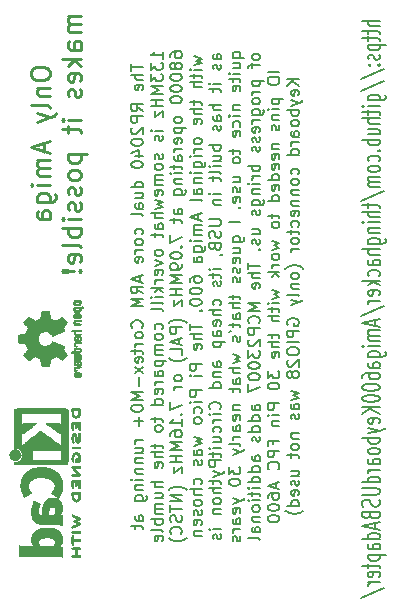
<source format=gbr>
G04 #@! TF.GenerationSoftware,KiCad,Pcbnew,(5.1.10)-1*
G04 #@! TF.CreationDate,2021-07-10T11:08:56+10:00*
G04 #@! TF.ProjectId,A600Keyboard_USB_Pico,41363030-4b65-4796-926f-6172645f5553,rev?*
G04 #@! TF.SameCoordinates,Original*
G04 #@! TF.FileFunction,Legend,Bot*
G04 #@! TF.FilePolarity,Positive*
%FSLAX46Y46*%
G04 Gerber Fmt 4.6, Leading zero omitted, Abs format (unit mm)*
G04 Created by KiCad (PCBNEW (5.1.10)-1) date 2021-07-10 11:08:56*
%MOMM*%
%LPD*%
G01*
G04 APERTURE LIST*
%ADD10C,0.150000*%
%ADD11C,0.200000*%
%ADD12C,0.250000*%
%ADD13C,0.010000*%
G04 APERTURE END LIST*
D10*
X144998380Y-72003523D02*
X144998380Y-72574952D01*
X145998380Y-72289238D02*
X144998380Y-72289238D01*
X145998380Y-72908285D02*
X144998380Y-72908285D01*
X145998380Y-73336857D02*
X145474571Y-73336857D01*
X145379333Y-73289238D01*
X145331714Y-73194000D01*
X145331714Y-73051142D01*
X145379333Y-72955904D01*
X145426952Y-72908285D01*
X145950761Y-74194000D02*
X145998380Y-74098761D01*
X145998380Y-73908285D01*
X145950761Y-73813047D01*
X145855523Y-73765428D01*
X145474571Y-73765428D01*
X145379333Y-73813047D01*
X145331714Y-73908285D01*
X145331714Y-74098761D01*
X145379333Y-74194000D01*
X145474571Y-74241619D01*
X145569809Y-74241619D01*
X145665047Y-73765428D01*
X145998380Y-76003523D02*
X145522190Y-75670190D01*
X145998380Y-75432095D02*
X144998380Y-75432095D01*
X144998380Y-75813047D01*
X145046000Y-75908285D01*
X145093619Y-75955904D01*
X145188857Y-76003523D01*
X145331714Y-76003523D01*
X145426952Y-75955904D01*
X145474571Y-75908285D01*
X145522190Y-75813047D01*
X145522190Y-75432095D01*
X145998380Y-76432095D02*
X144998380Y-76432095D01*
X144998380Y-76813047D01*
X145046000Y-76908285D01*
X145093619Y-76955904D01*
X145188857Y-77003523D01*
X145331714Y-77003523D01*
X145426952Y-76955904D01*
X145474571Y-76908285D01*
X145522190Y-76813047D01*
X145522190Y-76432095D01*
X145093619Y-77384476D02*
X145046000Y-77432095D01*
X144998380Y-77527333D01*
X144998380Y-77765428D01*
X145046000Y-77860666D01*
X145093619Y-77908285D01*
X145188857Y-77955904D01*
X145284095Y-77955904D01*
X145426952Y-77908285D01*
X145998380Y-77336857D01*
X145998380Y-77955904D01*
X144998380Y-78574952D02*
X144998380Y-78670190D01*
X145046000Y-78765428D01*
X145093619Y-78813047D01*
X145188857Y-78860666D01*
X145379333Y-78908285D01*
X145617428Y-78908285D01*
X145807904Y-78860666D01*
X145903142Y-78813047D01*
X145950761Y-78765428D01*
X145998380Y-78670190D01*
X145998380Y-78574952D01*
X145950761Y-78479714D01*
X145903142Y-78432095D01*
X145807904Y-78384476D01*
X145617428Y-78336857D01*
X145379333Y-78336857D01*
X145188857Y-78384476D01*
X145093619Y-78432095D01*
X145046000Y-78479714D01*
X144998380Y-78574952D01*
X145331714Y-79765428D02*
X145998380Y-79765428D01*
X144950761Y-79527333D02*
X145665047Y-79289238D01*
X145665047Y-79908285D01*
X144998380Y-80479714D02*
X144998380Y-80574952D01*
X145046000Y-80670190D01*
X145093619Y-80717809D01*
X145188857Y-80765428D01*
X145379333Y-80813047D01*
X145617428Y-80813047D01*
X145807904Y-80765428D01*
X145903142Y-80717809D01*
X145950761Y-80670190D01*
X145998380Y-80574952D01*
X145998380Y-80479714D01*
X145950761Y-80384476D01*
X145903142Y-80336857D01*
X145807904Y-80289238D01*
X145617428Y-80241619D01*
X145379333Y-80241619D01*
X145188857Y-80289238D01*
X145093619Y-80336857D01*
X145046000Y-80384476D01*
X144998380Y-80479714D01*
X145998380Y-82432095D02*
X144998380Y-82432095D01*
X145950761Y-82432095D02*
X145998380Y-82336857D01*
X145998380Y-82146380D01*
X145950761Y-82051142D01*
X145903142Y-82003523D01*
X145807904Y-81955904D01*
X145522190Y-81955904D01*
X145426952Y-82003523D01*
X145379333Y-82051142D01*
X145331714Y-82146380D01*
X145331714Y-82336857D01*
X145379333Y-82432095D01*
X145331714Y-83336857D02*
X145998380Y-83336857D01*
X145331714Y-82908285D02*
X145855523Y-82908285D01*
X145950761Y-82955904D01*
X145998380Y-83051142D01*
X145998380Y-83194000D01*
X145950761Y-83289238D01*
X145903142Y-83336857D01*
X145998380Y-84241619D02*
X145474571Y-84241619D01*
X145379333Y-84194000D01*
X145331714Y-84098761D01*
X145331714Y-83908285D01*
X145379333Y-83813047D01*
X145950761Y-84241619D02*
X145998380Y-84146380D01*
X145998380Y-83908285D01*
X145950761Y-83813047D01*
X145855523Y-83765428D01*
X145760285Y-83765428D01*
X145665047Y-83813047D01*
X145617428Y-83908285D01*
X145617428Y-84146380D01*
X145569809Y-84241619D01*
X145998380Y-84860666D02*
X145950761Y-84765428D01*
X145855523Y-84717809D01*
X144998380Y-84717809D01*
X145950761Y-86432095D02*
X145998380Y-86336857D01*
X145998380Y-86146380D01*
X145950761Y-86051142D01*
X145903142Y-86003523D01*
X145807904Y-85955904D01*
X145522190Y-85955904D01*
X145426952Y-86003523D01*
X145379333Y-86051142D01*
X145331714Y-86146380D01*
X145331714Y-86336857D01*
X145379333Y-86432095D01*
X145998380Y-87003523D02*
X145950761Y-86908285D01*
X145903142Y-86860666D01*
X145807904Y-86813047D01*
X145522190Y-86813047D01*
X145426952Y-86860666D01*
X145379333Y-86908285D01*
X145331714Y-87003523D01*
X145331714Y-87146380D01*
X145379333Y-87241619D01*
X145426952Y-87289238D01*
X145522190Y-87336857D01*
X145807904Y-87336857D01*
X145903142Y-87289238D01*
X145950761Y-87241619D01*
X145998380Y-87146380D01*
X145998380Y-87003523D01*
X145998380Y-87765428D02*
X145331714Y-87765428D01*
X145522190Y-87765428D02*
X145426952Y-87813047D01*
X145379333Y-87860666D01*
X145331714Y-87955904D01*
X145331714Y-88051142D01*
X145950761Y-88765428D02*
X145998380Y-88670190D01*
X145998380Y-88479714D01*
X145950761Y-88384476D01*
X145855523Y-88336857D01*
X145474571Y-88336857D01*
X145379333Y-88384476D01*
X145331714Y-88479714D01*
X145331714Y-88670190D01*
X145379333Y-88765428D01*
X145474571Y-88813047D01*
X145569809Y-88813047D01*
X145665047Y-88336857D01*
X145712666Y-89955904D02*
X145712666Y-90432095D01*
X145998380Y-89860666D02*
X144998380Y-90193999D01*
X145998380Y-90527333D01*
X145998380Y-91432095D02*
X145522190Y-91098761D01*
X145998380Y-90860666D02*
X144998380Y-90860666D01*
X144998380Y-91241619D01*
X145046000Y-91336857D01*
X145093619Y-91384476D01*
X145188857Y-91432095D01*
X145331714Y-91432095D01*
X145426952Y-91384476D01*
X145474571Y-91336857D01*
X145522190Y-91241619D01*
X145522190Y-90860666D01*
X145998380Y-91860666D02*
X144998380Y-91860666D01*
X145712666Y-92193999D01*
X144998380Y-92527333D01*
X145998380Y-92527333D01*
X145903142Y-94336857D02*
X145950761Y-94289238D01*
X145998380Y-94146380D01*
X145998380Y-94051142D01*
X145950761Y-93908285D01*
X145855523Y-93813047D01*
X145760285Y-93765428D01*
X145569809Y-93717809D01*
X145426952Y-93717809D01*
X145236476Y-93765428D01*
X145141238Y-93813047D01*
X145046000Y-93908285D01*
X144998380Y-94051142D01*
X144998380Y-94146380D01*
X145046000Y-94289238D01*
X145093619Y-94336857D01*
X145998380Y-94908285D02*
X145950761Y-94813047D01*
X145903142Y-94765428D01*
X145807904Y-94717809D01*
X145522190Y-94717809D01*
X145426952Y-94765428D01*
X145379333Y-94813047D01*
X145331714Y-94908285D01*
X145331714Y-95051142D01*
X145379333Y-95146380D01*
X145426952Y-95193999D01*
X145522190Y-95241619D01*
X145807904Y-95241619D01*
X145903142Y-95193999D01*
X145950761Y-95146380D01*
X145998380Y-95051142D01*
X145998380Y-94908285D01*
X145998380Y-95670190D02*
X145331714Y-95670190D01*
X145522190Y-95670190D02*
X145426952Y-95717809D01*
X145379333Y-95765428D01*
X145331714Y-95860666D01*
X145331714Y-95955904D01*
X145331714Y-96146380D02*
X145331714Y-96527333D01*
X144998380Y-96289238D02*
X145855523Y-96289238D01*
X145950761Y-96336857D01*
X145998380Y-96432095D01*
X145998380Y-96527333D01*
X145950761Y-97241619D02*
X145998380Y-97146380D01*
X145998380Y-96955904D01*
X145950761Y-96860666D01*
X145855523Y-96813047D01*
X145474571Y-96813047D01*
X145379333Y-96860666D01*
X145331714Y-96955904D01*
X145331714Y-97146380D01*
X145379333Y-97241619D01*
X145474571Y-97289238D01*
X145569809Y-97289238D01*
X145665047Y-96813047D01*
X145998380Y-97622571D02*
X145331714Y-98146380D01*
X145331714Y-97622571D02*
X145998380Y-98146380D01*
X145617428Y-98527333D02*
X145617428Y-99289238D01*
X145998380Y-99765428D02*
X144998380Y-99765428D01*
X145712666Y-100098761D01*
X144998380Y-100432095D01*
X145998380Y-100432095D01*
X144998380Y-101098761D02*
X144998380Y-101193999D01*
X145046000Y-101289238D01*
X145093619Y-101336857D01*
X145188857Y-101384476D01*
X145379333Y-101432095D01*
X145617428Y-101432095D01*
X145807904Y-101384476D01*
X145903142Y-101336857D01*
X145950761Y-101289238D01*
X145998380Y-101193999D01*
X145998380Y-101098761D01*
X145950761Y-101003523D01*
X145903142Y-100955904D01*
X145807904Y-100908285D01*
X145617428Y-100860666D01*
X145379333Y-100860666D01*
X145188857Y-100908285D01*
X145093619Y-100955904D01*
X145046000Y-101003523D01*
X144998380Y-101098761D01*
X145617428Y-101860666D02*
X145617428Y-102622571D01*
X145998380Y-102241619D02*
X145236476Y-102241619D01*
X145998380Y-103860666D02*
X145331714Y-103860666D01*
X145522190Y-103860666D02*
X145426952Y-103908285D01*
X145379333Y-103955904D01*
X145331714Y-104051142D01*
X145331714Y-104146380D01*
X145331714Y-104908285D02*
X145998380Y-104908285D01*
X145331714Y-104479714D02*
X145855523Y-104479714D01*
X145950761Y-104527333D01*
X145998380Y-104622571D01*
X145998380Y-104765428D01*
X145950761Y-104860666D01*
X145903142Y-104908285D01*
X145331714Y-105384476D02*
X145998380Y-105384476D01*
X145426952Y-105384476D02*
X145379333Y-105432095D01*
X145331714Y-105527333D01*
X145331714Y-105670190D01*
X145379333Y-105765428D01*
X145474571Y-105813047D01*
X145998380Y-105813047D01*
X145331714Y-106289238D02*
X145998380Y-106289238D01*
X145426952Y-106289238D02*
X145379333Y-106336857D01*
X145331714Y-106432095D01*
X145331714Y-106574952D01*
X145379333Y-106670190D01*
X145474571Y-106717809D01*
X145998380Y-106717809D01*
X145998380Y-107193999D02*
X145331714Y-107193999D01*
X144998380Y-107193999D02*
X145046000Y-107146380D01*
X145093619Y-107193999D01*
X145046000Y-107241619D01*
X144998380Y-107193999D01*
X145093619Y-107193999D01*
X145331714Y-107670190D02*
X145998380Y-107670190D01*
X145426952Y-107670190D02*
X145379333Y-107717809D01*
X145331714Y-107813047D01*
X145331714Y-107955904D01*
X145379333Y-108051142D01*
X145474571Y-108098761D01*
X145998380Y-108098761D01*
X145331714Y-109003523D02*
X146141238Y-109003523D01*
X146236476Y-108955904D01*
X146284095Y-108908285D01*
X146331714Y-108813047D01*
X146331714Y-108670190D01*
X146284095Y-108574952D01*
X145950761Y-109003523D02*
X145998380Y-108908285D01*
X145998380Y-108717809D01*
X145950761Y-108622571D01*
X145903142Y-108574952D01*
X145807904Y-108527333D01*
X145522190Y-108527333D01*
X145426952Y-108574952D01*
X145379333Y-108622571D01*
X145331714Y-108717809D01*
X145331714Y-108908285D01*
X145379333Y-109003523D01*
X145998380Y-110670190D02*
X145474571Y-110670190D01*
X145379333Y-110622571D01*
X145331714Y-110527333D01*
X145331714Y-110336857D01*
X145379333Y-110241619D01*
X145950761Y-110670190D02*
X145998380Y-110574952D01*
X145998380Y-110336857D01*
X145950761Y-110241619D01*
X145855523Y-110193999D01*
X145760285Y-110193999D01*
X145665047Y-110241619D01*
X145617428Y-110336857D01*
X145617428Y-110574952D01*
X145569809Y-110670190D01*
X145331714Y-111003523D02*
X145331714Y-111384476D01*
X144998380Y-111146380D02*
X145855523Y-111146380D01*
X145950761Y-111193999D01*
X145998380Y-111289238D01*
X145998380Y-111384476D01*
X147648380Y-71551142D02*
X147648380Y-70979714D01*
X147648380Y-71265428D02*
X146648380Y-71265428D01*
X146791238Y-71170190D01*
X146886476Y-71074952D01*
X146934095Y-70979714D01*
X146648380Y-71884476D02*
X146648380Y-72503523D01*
X147029333Y-72170190D01*
X147029333Y-72313047D01*
X147076952Y-72408285D01*
X147124571Y-72455904D01*
X147219809Y-72503523D01*
X147457904Y-72503523D01*
X147553142Y-72455904D01*
X147600761Y-72408285D01*
X147648380Y-72313047D01*
X147648380Y-72027333D01*
X147600761Y-71932095D01*
X147553142Y-71884476D01*
X146648380Y-72836857D02*
X146648380Y-73455904D01*
X147029333Y-73122571D01*
X147029333Y-73265428D01*
X147076952Y-73360666D01*
X147124571Y-73408285D01*
X147219809Y-73455904D01*
X147457904Y-73455904D01*
X147553142Y-73408285D01*
X147600761Y-73360666D01*
X147648380Y-73265428D01*
X147648380Y-72979714D01*
X147600761Y-72884476D01*
X147553142Y-72836857D01*
X147648380Y-73884476D02*
X146648380Y-73884476D01*
X147362666Y-74217809D01*
X146648380Y-74551142D01*
X147648380Y-74551142D01*
X147648380Y-75027333D02*
X146648380Y-75027333D01*
X147124571Y-75027333D02*
X147124571Y-75598761D01*
X147648380Y-75598761D02*
X146648380Y-75598761D01*
X146981714Y-75979714D02*
X146981714Y-76503523D01*
X147648380Y-75979714D01*
X147648380Y-76503523D01*
X147648380Y-77646380D02*
X146981714Y-77646380D01*
X146648380Y-77646380D02*
X146696000Y-77598761D01*
X146743619Y-77646380D01*
X146696000Y-77694000D01*
X146648380Y-77646380D01*
X146743619Y-77646380D01*
X147600761Y-78074952D02*
X147648380Y-78170190D01*
X147648380Y-78360666D01*
X147600761Y-78455904D01*
X147505523Y-78503523D01*
X147457904Y-78503523D01*
X147362666Y-78455904D01*
X147315047Y-78360666D01*
X147315047Y-78217809D01*
X147267428Y-78122571D01*
X147172190Y-78074952D01*
X147124571Y-78074952D01*
X147029333Y-78122571D01*
X146981714Y-78217809D01*
X146981714Y-78360666D01*
X147029333Y-78455904D01*
X147600761Y-79646380D02*
X147648380Y-79741619D01*
X147648380Y-79932095D01*
X147600761Y-80027333D01*
X147505523Y-80074952D01*
X147457904Y-80074952D01*
X147362666Y-80027333D01*
X147315047Y-79932095D01*
X147315047Y-79789238D01*
X147267428Y-79694000D01*
X147172190Y-79646380D01*
X147124571Y-79646380D01*
X147029333Y-79694000D01*
X146981714Y-79789238D01*
X146981714Y-79932095D01*
X147029333Y-80027333D01*
X147648380Y-80646380D02*
X147600761Y-80551142D01*
X147553142Y-80503523D01*
X147457904Y-80455904D01*
X147172190Y-80455904D01*
X147076952Y-80503523D01*
X147029333Y-80551142D01*
X146981714Y-80646380D01*
X146981714Y-80789238D01*
X147029333Y-80884476D01*
X147076952Y-80932095D01*
X147172190Y-80979714D01*
X147457904Y-80979714D01*
X147553142Y-80932095D01*
X147600761Y-80884476D01*
X147648380Y-80789238D01*
X147648380Y-80646380D01*
X147648380Y-81408285D02*
X146981714Y-81408285D01*
X147076952Y-81408285D02*
X147029333Y-81455904D01*
X146981714Y-81551142D01*
X146981714Y-81694000D01*
X147029333Y-81789238D01*
X147124571Y-81836857D01*
X147648380Y-81836857D01*
X147124571Y-81836857D02*
X147029333Y-81884476D01*
X146981714Y-81979714D01*
X146981714Y-82122571D01*
X147029333Y-82217809D01*
X147124571Y-82265428D01*
X147648380Y-82265428D01*
X147600761Y-83122571D02*
X147648380Y-83027333D01*
X147648380Y-82836857D01*
X147600761Y-82741619D01*
X147505523Y-82694000D01*
X147124571Y-82694000D01*
X147029333Y-82741619D01*
X146981714Y-82836857D01*
X146981714Y-83027333D01*
X147029333Y-83122571D01*
X147124571Y-83170190D01*
X147219809Y-83170190D01*
X147315047Y-82694000D01*
X146981714Y-83503523D02*
X147648380Y-83694000D01*
X147172190Y-83884476D01*
X147648380Y-84074952D01*
X146981714Y-84265428D01*
X147648380Y-84646380D02*
X146648380Y-84646380D01*
X147648380Y-85074952D02*
X147124571Y-85074952D01*
X147029333Y-85027333D01*
X146981714Y-84932095D01*
X146981714Y-84789238D01*
X147029333Y-84694000D01*
X147076952Y-84646380D01*
X147648380Y-85979714D02*
X147124571Y-85979714D01*
X147029333Y-85932095D01*
X146981714Y-85836857D01*
X146981714Y-85646380D01*
X147029333Y-85551142D01*
X147600761Y-85979714D02*
X147648380Y-85884476D01*
X147648380Y-85646380D01*
X147600761Y-85551142D01*
X147505523Y-85503523D01*
X147410285Y-85503523D01*
X147315047Y-85551142D01*
X147267428Y-85646380D01*
X147267428Y-85884476D01*
X147219809Y-85979714D01*
X146981714Y-86313047D02*
X146981714Y-86694000D01*
X146648380Y-86455904D02*
X147505523Y-86455904D01*
X147600761Y-86503523D01*
X147648380Y-86598761D01*
X147648380Y-86694000D01*
X147648380Y-87932095D02*
X147600761Y-87836857D01*
X147553142Y-87789238D01*
X147457904Y-87741619D01*
X147172190Y-87741619D01*
X147076952Y-87789238D01*
X147029333Y-87836857D01*
X146981714Y-87932095D01*
X146981714Y-88074952D01*
X147029333Y-88170190D01*
X147076952Y-88217809D01*
X147172190Y-88265428D01*
X147457904Y-88265428D01*
X147553142Y-88217809D01*
X147600761Y-88170190D01*
X147648380Y-88074952D01*
X147648380Y-87932095D01*
X146981714Y-88598761D02*
X147648380Y-88836857D01*
X146981714Y-89074952D01*
X147600761Y-89836857D02*
X147648380Y-89741619D01*
X147648380Y-89551142D01*
X147600761Y-89455904D01*
X147505523Y-89408285D01*
X147124571Y-89408285D01*
X147029333Y-89455904D01*
X146981714Y-89551142D01*
X146981714Y-89741619D01*
X147029333Y-89836857D01*
X147124571Y-89884476D01*
X147219809Y-89884476D01*
X147315047Y-89408285D01*
X147648380Y-90313047D02*
X146981714Y-90313047D01*
X147172190Y-90313047D02*
X147076952Y-90360666D01*
X147029333Y-90408285D01*
X146981714Y-90503523D01*
X146981714Y-90598761D01*
X147648380Y-90932095D02*
X146648380Y-90932095D01*
X147267428Y-91027333D02*
X147648380Y-91313047D01*
X146981714Y-91313047D02*
X147362666Y-90932095D01*
X147648380Y-91741619D02*
X146981714Y-91741619D01*
X146648380Y-91741619D02*
X146696000Y-91694000D01*
X146743619Y-91741619D01*
X146696000Y-91789238D01*
X146648380Y-91741619D01*
X146743619Y-91741619D01*
X147648380Y-92360666D02*
X147600761Y-92265428D01*
X147505523Y-92217809D01*
X146648380Y-92217809D01*
X147648380Y-92884476D02*
X147600761Y-92789238D01*
X147505523Y-92741619D01*
X146648380Y-92741619D01*
X147600761Y-94455904D02*
X147648380Y-94360666D01*
X147648380Y-94170190D01*
X147600761Y-94074952D01*
X147553142Y-94027333D01*
X147457904Y-93979714D01*
X147172190Y-93979714D01*
X147076952Y-94027333D01*
X147029333Y-94074952D01*
X146981714Y-94170190D01*
X146981714Y-94360666D01*
X147029333Y-94455904D01*
X147648380Y-95027333D02*
X147600761Y-94932095D01*
X147553142Y-94884476D01*
X147457904Y-94836857D01*
X147172190Y-94836857D01*
X147076952Y-94884476D01*
X147029333Y-94932095D01*
X146981714Y-95027333D01*
X146981714Y-95170190D01*
X147029333Y-95265428D01*
X147076952Y-95313047D01*
X147172190Y-95360666D01*
X147457904Y-95360666D01*
X147553142Y-95313047D01*
X147600761Y-95265428D01*
X147648380Y-95170190D01*
X147648380Y-95027333D01*
X147648380Y-95789238D02*
X146981714Y-95789238D01*
X147076952Y-95789238D02*
X147029333Y-95836857D01*
X146981714Y-95932095D01*
X146981714Y-96074952D01*
X147029333Y-96170190D01*
X147124571Y-96217809D01*
X147648380Y-96217809D01*
X147124571Y-96217809D02*
X147029333Y-96265428D01*
X146981714Y-96360666D01*
X146981714Y-96503523D01*
X147029333Y-96598761D01*
X147124571Y-96646380D01*
X147648380Y-96646380D01*
X146981714Y-97122571D02*
X147981714Y-97122571D01*
X147029333Y-97122571D02*
X146981714Y-97217809D01*
X146981714Y-97408285D01*
X147029333Y-97503523D01*
X147076952Y-97551142D01*
X147172190Y-97598761D01*
X147457904Y-97598761D01*
X147553142Y-97551142D01*
X147600761Y-97503523D01*
X147648380Y-97408285D01*
X147648380Y-97217809D01*
X147600761Y-97122571D01*
X147648380Y-98455904D02*
X147124571Y-98455904D01*
X147029333Y-98408285D01*
X146981714Y-98313047D01*
X146981714Y-98122571D01*
X147029333Y-98027333D01*
X147600761Y-98455904D02*
X147648380Y-98360666D01*
X147648380Y-98122571D01*
X147600761Y-98027333D01*
X147505523Y-97979714D01*
X147410285Y-97979714D01*
X147315047Y-98027333D01*
X147267428Y-98122571D01*
X147267428Y-98360666D01*
X147219809Y-98455904D01*
X147648380Y-98932095D02*
X146981714Y-98932095D01*
X147172190Y-98932095D02*
X147076952Y-98979714D01*
X147029333Y-99027333D01*
X146981714Y-99122571D01*
X146981714Y-99217809D01*
X147600761Y-99932095D02*
X147648380Y-99836857D01*
X147648380Y-99646380D01*
X147600761Y-99551142D01*
X147505523Y-99503523D01*
X147124571Y-99503523D01*
X147029333Y-99551142D01*
X146981714Y-99646380D01*
X146981714Y-99836857D01*
X147029333Y-99932095D01*
X147124571Y-99979714D01*
X147219809Y-99979714D01*
X147315047Y-99503523D01*
X147648380Y-100836857D02*
X146648380Y-100836857D01*
X147600761Y-100836857D02*
X147648380Y-100741619D01*
X147648380Y-100551142D01*
X147600761Y-100455904D01*
X147553142Y-100408285D01*
X147457904Y-100360666D01*
X147172190Y-100360666D01*
X147076952Y-100408285D01*
X147029333Y-100455904D01*
X146981714Y-100551142D01*
X146981714Y-100741619D01*
X147029333Y-100836857D01*
X146981714Y-101932095D02*
X146981714Y-102313047D01*
X146648380Y-102074952D02*
X147505523Y-102074952D01*
X147600761Y-102122571D01*
X147648380Y-102217809D01*
X147648380Y-102313047D01*
X147648380Y-102789238D02*
X147600761Y-102693999D01*
X147553142Y-102646380D01*
X147457904Y-102598761D01*
X147172190Y-102598761D01*
X147076952Y-102646380D01*
X147029333Y-102693999D01*
X146981714Y-102789238D01*
X146981714Y-102932095D01*
X147029333Y-103027333D01*
X147076952Y-103074952D01*
X147172190Y-103122571D01*
X147457904Y-103122571D01*
X147553142Y-103074952D01*
X147600761Y-103027333D01*
X147648380Y-102932095D01*
X147648380Y-102789238D01*
X146981714Y-104170190D02*
X146981714Y-104551142D01*
X146648380Y-104313047D02*
X147505523Y-104313047D01*
X147600761Y-104360666D01*
X147648380Y-104455904D01*
X147648380Y-104551142D01*
X147648380Y-104884476D02*
X146648380Y-104884476D01*
X147648380Y-105313047D02*
X147124571Y-105313047D01*
X147029333Y-105265428D01*
X146981714Y-105170190D01*
X146981714Y-105027333D01*
X147029333Y-104932095D01*
X147076952Y-104884476D01*
X147600761Y-106170190D02*
X147648380Y-106074952D01*
X147648380Y-105884476D01*
X147600761Y-105789238D01*
X147505523Y-105741619D01*
X147124571Y-105741619D01*
X147029333Y-105789238D01*
X146981714Y-105884476D01*
X146981714Y-106074952D01*
X147029333Y-106170190D01*
X147124571Y-106217809D01*
X147219809Y-106217809D01*
X147315047Y-105741619D01*
X147648380Y-107408285D02*
X146648380Y-107408285D01*
X147648380Y-107836857D02*
X147124571Y-107836857D01*
X147029333Y-107789238D01*
X146981714Y-107693999D01*
X146981714Y-107551142D01*
X147029333Y-107455904D01*
X147076952Y-107408285D01*
X146981714Y-108741619D02*
X147648380Y-108741619D01*
X146981714Y-108313047D02*
X147505523Y-108313047D01*
X147600761Y-108360666D01*
X147648380Y-108455904D01*
X147648380Y-108598761D01*
X147600761Y-108693999D01*
X147553142Y-108741619D01*
X147648380Y-109217809D02*
X146981714Y-109217809D01*
X147076952Y-109217809D02*
X147029333Y-109265428D01*
X146981714Y-109360666D01*
X146981714Y-109503523D01*
X147029333Y-109598761D01*
X147124571Y-109646380D01*
X147648380Y-109646380D01*
X147124571Y-109646380D02*
X147029333Y-109693999D01*
X146981714Y-109789238D01*
X146981714Y-109932095D01*
X147029333Y-110027333D01*
X147124571Y-110074952D01*
X147648380Y-110074952D01*
X147648380Y-110551142D02*
X146648380Y-110551142D01*
X147029333Y-110551142D02*
X146981714Y-110646380D01*
X146981714Y-110836857D01*
X147029333Y-110932095D01*
X147076952Y-110979714D01*
X147172190Y-111027333D01*
X147457904Y-111027333D01*
X147553142Y-110979714D01*
X147600761Y-110932095D01*
X147648380Y-110836857D01*
X147648380Y-110646380D01*
X147600761Y-110551142D01*
X147648380Y-111598761D02*
X147600761Y-111503523D01*
X147505523Y-111455904D01*
X146648380Y-111455904D01*
X147600761Y-112360666D02*
X147648380Y-112265428D01*
X147648380Y-112074952D01*
X147600761Y-111979714D01*
X147505523Y-111932095D01*
X147124571Y-111932095D01*
X147029333Y-111979714D01*
X146981714Y-112074952D01*
X146981714Y-112265428D01*
X147029333Y-112360666D01*
X147124571Y-112408285D01*
X147219809Y-112408285D01*
X147315047Y-111932095D01*
X148298380Y-71408285D02*
X148298380Y-71217809D01*
X148346000Y-71122571D01*
X148393619Y-71074952D01*
X148536476Y-70979714D01*
X148726952Y-70932095D01*
X149107904Y-70932095D01*
X149203142Y-70979714D01*
X149250761Y-71027333D01*
X149298380Y-71122571D01*
X149298380Y-71313047D01*
X149250761Y-71408285D01*
X149203142Y-71455904D01*
X149107904Y-71503523D01*
X148869809Y-71503523D01*
X148774571Y-71455904D01*
X148726952Y-71408285D01*
X148679333Y-71313047D01*
X148679333Y-71122571D01*
X148726952Y-71027333D01*
X148774571Y-70979714D01*
X148869809Y-70932095D01*
X148726952Y-72074952D02*
X148679333Y-71979714D01*
X148631714Y-71932095D01*
X148536476Y-71884476D01*
X148488857Y-71884476D01*
X148393619Y-71932095D01*
X148346000Y-71979714D01*
X148298380Y-72074952D01*
X148298380Y-72265428D01*
X148346000Y-72360666D01*
X148393619Y-72408285D01*
X148488857Y-72455904D01*
X148536476Y-72455904D01*
X148631714Y-72408285D01*
X148679333Y-72360666D01*
X148726952Y-72265428D01*
X148726952Y-72074952D01*
X148774571Y-71979714D01*
X148822190Y-71932095D01*
X148917428Y-71884476D01*
X149107904Y-71884476D01*
X149203142Y-71932095D01*
X149250761Y-71979714D01*
X149298380Y-72074952D01*
X149298380Y-72265428D01*
X149250761Y-72360666D01*
X149203142Y-72408285D01*
X149107904Y-72455904D01*
X148917428Y-72455904D01*
X148822190Y-72408285D01*
X148774571Y-72360666D01*
X148726952Y-72265428D01*
X148298380Y-73074952D02*
X148298380Y-73170190D01*
X148346000Y-73265428D01*
X148393619Y-73313047D01*
X148488857Y-73360666D01*
X148679333Y-73408285D01*
X148917428Y-73408285D01*
X149107904Y-73360666D01*
X149203142Y-73313047D01*
X149250761Y-73265428D01*
X149298380Y-73170190D01*
X149298380Y-73074952D01*
X149250761Y-72979714D01*
X149203142Y-72932095D01*
X149107904Y-72884476D01*
X148917428Y-72836857D01*
X148679333Y-72836857D01*
X148488857Y-72884476D01*
X148393619Y-72932095D01*
X148346000Y-72979714D01*
X148298380Y-73074952D01*
X148298380Y-74027333D02*
X148298380Y-74122571D01*
X148346000Y-74217809D01*
X148393619Y-74265428D01*
X148488857Y-74313047D01*
X148679333Y-74360666D01*
X148917428Y-74360666D01*
X149107904Y-74313047D01*
X149203142Y-74265428D01*
X149250761Y-74217809D01*
X149298380Y-74122571D01*
X149298380Y-74027333D01*
X149250761Y-73932095D01*
X149203142Y-73884476D01*
X149107904Y-73836857D01*
X148917428Y-73789238D01*
X148679333Y-73789238D01*
X148488857Y-73836857D01*
X148393619Y-73884476D01*
X148346000Y-73932095D01*
X148298380Y-74027333D01*
X148298380Y-74979714D02*
X148298380Y-75074952D01*
X148346000Y-75170190D01*
X148393619Y-75217809D01*
X148488857Y-75265428D01*
X148679333Y-75313047D01*
X148917428Y-75313047D01*
X149107904Y-75265428D01*
X149203142Y-75217809D01*
X149250761Y-75170190D01*
X149298380Y-75074952D01*
X149298380Y-74979714D01*
X149250761Y-74884476D01*
X149203142Y-74836857D01*
X149107904Y-74789238D01*
X148917428Y-74741619D01*
X148679333Y-74741619D01*
X148488857Y-74789238D01*
X148393619Y-74836857D01*
X148346000Y-74884476D01*
X148298380Y-74979714D01*
X149298380Y-76646380D02*
X149250761Y-76551142D01*
X149203142Y-76503523D01*
X149107904Y-76455904D01*
X148822190Y-76455904D01*
X148726952Y-76503523D01*
X148679333Y-76551142D01*
X148631714Y-76646380D01*
X148631714Y-76789238D01*
X148679333Y-76884476D01*
X148726952Y-76932095D01*
X148822190Y-76979714D01*
X149107904Y-76979714D01*
X149203142Y-76932095D01*
X149250761Y-76884476D01*
X149298380Y-76789238D01*
X149298380Y-76646380D01*
X148631714Y-77408285D02*
X149631714Y-77408285D01*
X148679333Y-77408285D02*
X148631714Y-77503523D01*
X148631714Y-77694000D01*
X148679333Y-77789238D01*
X148726952Y-77836857D01*
X148822190Y-77884476D01*
X149107904Y-77884476D01*
X149203142Y-77836857D01*
X149250761Y-77789238D01*
X149298380Y-77694000D01*
X149298380Y-77503523D01*
X149250761Y-77408285D01*
X149250761Y-78694000D02*
X149298380Y-78598761D01*
X149298380Y-78408285D01*
X149250761Y-78313047D01*
X149155523Y-78265428D01*
X148774571Y-78265428D01*
X148679333Y-78313047D01*
X148631714Y-78408285D01*
X148631714Y-78598761D01*
X148679333Y-78694000D01*
X148774571Y-78741619D01*
X148869809Y-78741619D01*
X148965047Y-78265428D01*
X149298380Y-79170190D02*
X148631714Y-79170190D01*
X148822190Y-79170190D02*
X148726952Y-79217809D01*
X148679333Y-79265428D01*
X148631714Y-79360666D01*
X148631714Y-79455904D01*
X149298380Y-80217809D02*
X148774571Y-80217809D01*
X148679333Y-80170190D01*
X148631714Y-80074952D01*
X148631714Y-79884476D01*
X148679333Y-79789238D01*
X149250761Y-80217809D02*
X149298380Y-80122571D01*
X149298380Y-79884476D01*
X149250761Y-79789238D01*
X149155523Y-79741619D01*
X149060285Y-79741619D01*
X148965047Y-79789238D01*
X148917428Y-79884476D01*
X148917428Y-80122571D01*
X148869809Y-80217809D01*
X148631714Y-80551142D02*
X148631714Y-80932095D01*
X148298380Y-80694000D02*
X149155523Y-80694000D01*
X149250761Y-80741619D01*
X149298380Y-80836857D01*
X149298380Y-80932095D01*
X149298380Y-81265428D02*
X148631714Y-81265428D01*
X148298380Y-81265428D02*
X148346000Y-81217809D01*
X148393619Y-81265428D01*
X148346000Y-81313047D01*
X148298380Y-81265428D01*
X148393619Y-81265428D01*
X148631714Y-81741619D02*
X149298380Y-81741619D01*
X148726952Y-81741619D02*
X148679333Y-81789238D01*
X148631714Y-81884476D01*
X148631714Y-82027333D01*
X148679333Y-82122571D01*
X148774571Y-82170190D01*
X149298380Y-82170190D01*
X148631714Y-83074952D02*
X149441238Y-83074952D01*
X149536476Y-83027333D01*
X149584095Y-82979714D01*
X149631714Y-82884476D01*
X149631714Y-82741619D01*
X149584095Y-82646380D01*
X149250761Y-83074952D02*
X149298380Y-82979714D01*
X149298380Y-82789238D01*
X149250761Y-82694000D01*
X149203142Y-82646380D01*
X149107904Y-82598761D01*
X148822190Y-82598761D01*
X148726952Y-82646380D01*
X148679333Y-82694000D01*
X148631714Y-82789238D01*
X148631714Y-82979714D01*
X148679333Y-83074952D01*
X149298380Y-84741619D02*
X148774571Y-84741619D01*
X148679333Y-84694000D01*
X148631714Y-84598761D01*
X148631714Y-84408285D01*
X148679333Y-84313047D01*
X149250761Y-84741619D02*
X149298380Y-84646380D01*
X149298380Y-84408285D01*
X149250761Y-84313047D01*
X149155523Y-84265428D01*
X149060285Y-84265428D01*
X148965047Y-84313047D01*
X148917428Y-84408285D01*
X148917428Y-84646380D01*
X148869809Y-84741619D01*
X148631714Y-85074952D02*
X148631714Y-85455904D01*
X148298380Y-85217809D02*
X149155523Y-85217809D01*
X149250761Y-85265428D01*
X149298380Y-85360666D01*
X149298380Y-85455904D01*
X148298380Y-86455904D02*
X148298380Y-87122571D01*
X149298380Y-86694000D01*
X149203142Y-87503523D02*
X149250761Y-87551142D01*
X149298380Y-87503523D01*
X149250761Y-87455904D01*
X149203142Y-87503523D01*
X149298380Y-87503523D01*
X148298380Y-88170190D02*
X148298380Y-88265428D01*
X148346000Y-88360666D01*
X148393619Y-88408285D01*
X148488857Y-88455904D01*
X148679333Y-88503523D01*
X148917428Y-88503523D01*
X149107904Y-88455904D01*
X149203142Y-88408285D01*
X149250761Y-88360666D01*
X149298380Y-88265428D01*
X149298380Y-88170190D01*
X149250761Y-88074952D01*
X149203142Y-88027333D01*
X149107904Y-87979714D01*
X148917428Y-87932095D01*
X148679333Y-87932095D01*
X148488857Y-87979714D01*
X148393619Y-88027333D01*
X148346000Y-88074952D01*
X148298380Y-88170190D01*
X149298380Y-88979714D02*
X149298380Y-89170190D01*
X149250761Y-89265428D01*
X149203142Y-89313047D01*
X149060285Y-89408285D01*
X148869809Y-89455904D01*
X148488857Y-89455904D01*
X148393619Y-89408285D01*
X148346000Y-89360666D01*
X148298380Y-89265428D01*
X148298380Y-89074952D01*
X148346000Y-88979714D01*
X148393619Y-88932095D01*
X148488857Y-88884476D01*
X148726952Y-88884476D01*
X148822190Y-88932095D01*
X148869809Y-88979714D01*
X148917428Y-89074952D01*
X148917428Y-89265428D01*
X148869809Y-89360666D01*
X148822190Y-89408285D01*
X148726952Y-89455904D01*
X149298380Y-89884476D02*
X148298380Y-89884476D01*
X149012666Y-90217809D01*
X148298380Y-90551142D01*
X149298380Y-90551142D01*
X149298380Y-91027333D02*
X148298380Y-91027333D01*
X148774571Y-91027333D02*
X148774571Y-91598761D01*
X149298380Y-91598761D02*
X148298380Y-91598761D01*
X148631714Y-91979714D02*
X148631714Y-92503523D01*
X149298380Y-91979714D01*
X149298380Y-92503523D01*
X149679333Y-93932095D02*
X149631714Y-93884476D01*
X149488857Y-93789238D01*
X149393619Y-93741619D01*
X149250761Y-93694000D01*
X149012666Y-93646380D01*
X148822190Y-93646380D01*
X148584095Y-93694000D01*
X148441238Y-93741619D01*
X148346000Y-93789238D01*
X148203142Y-93884476D01*
X148155523Y-93932095D01*
X149298380Y-94313047D02*
X148298380Y-94313047D01*
X148298380Y-94694000D01*
X148346000Y-94789238D01*
X148393619Y-94836857D01*
X148488857Y-94884476D01*
X148631714Y-94884476D01*
X148726952Y-94836857D01*
X148774571Y-94789238D01*
X148822190Y-94694000D01*
X148822190Y-94313047D01*
X149012666Y-95265428D02*
X149012666Y-95741619D01*
X149298380Y-95170190D02*
X148298380Y-95503523D01*
X149298380Y-95836857D01*
X149298380Y-96646380D02*
X149298380Y-96170190D01*
X148298380Y-96170190D01*
X149679333Y-96884476D02*
X149631714Y-96932095D01*
X149488857Y-97027333D01*
X149393619Y-97074952D01*
X149250761Y-97122571D01*
X149012666Y-97170190D01*
X148822190Y-97170190D01*
X148584095Y-97122571D01*
X148441238Y-97074952D01*
X148346000Y-97027333D01*
X148203142Y-96932095D01*
X148155523Y-96884476D01*
X149298380Y-98551142D02*
X149250761Y-98455904D01*
X149203142Y-98408285D01*
X149107904Y-98360666D01*
X148822190Y-98360666D01*
X148726952Y-98408285D01*
X148679333Y-98455904D01*
X148631714Y-98551142D01*
X148631714Y-98694000D01*
X148679333Y-98789238D01*
X148726952Y-98836857D01*
X148822190Y-98884476D01*
X149107904Y-98884476D01*
X149203142Y-98836857D01*
X149250761Y-98789238D01*
X149298380Y-98694000D01*
X149298380Y-98551142D01*
X149298380Y-99313047D02*
X148631714Y-99313047D01*
X148822190Y-99313047D02*
X148726952Y-99360666D01*
X148679333Y-99408285D01*
X148631714Y-99503523D01*
X148631714Y-99598761D01*
X148298380Y-100598761D02*
X148298380Y-101265428D01*
X149298380Y-100836857D01*
X149203142Y-101646380D02*
X149250761Y-101694000D01*
X149298380Y-101646380D01*
X149250761Y-101598761D01*
X149203142Y-101646380D01*
X149298380Y-101646380D01*
X149298380Y-102646380D02*
X149298380Y-102074952D01*
X149298380Y-102360666D02*
X148298380Y-102360666D01*
X148441238Y-102265428D01*
X148536476Y-102170190D01*
X148584095Y-102074952D01*
X148298380Y-103503523D02*
X148298380Y-103313047D01*
X148346000Y-103217809D01*
X148393619Y-103170190D01*
X148536476Y-103074952D01*
X148726952Y-103027333D01*
X149107904Y-103027333D01*
X149203142Y-103074952D01*
X149250761Y-103122571D01*
X149298380Y-103217809D01*
X149298380Y-103408285D01*
X149250761Y-103503523D01*
X149203142Y-103551142D01*
X149107904Y-103598761D01*
X148869809Y-103598761D01*
X148774571Y-103551142D01*
X148726952Y-103503523D01*
X148679333Y-103408285D01*
X148679333Y-103217809D01*
X148726952Y-103122571D01*
X148774571Y-103074952D01*
X148869809Y-103027333D01*
X149298380Y-104027333D02*
X148298380Y-104027333D01*
X149012666Y-104360666D01*
X148298380Y-104694000D01*
X149298380Y-104694000D01*
X149298380Y-105170190D02*
X148298380Y-105170190D01*
X148774571Y-105170190D02*
X148774571Y-105741619D01*
X149298380Y-105741619D02*
X148298380Y-105741619D01*
X148631714Y-106122571D02*
X148631714Y-106646380D01*
X149298380Y-106122571D01*
X149298380Y-106646380D01*
X149679333Y-108074952D02*
X149631714Y-108027333D01*
X149488857Y-107932095D01*
X149393619Y-107884476D01*
X149250761Y-107836857D01*
X149012666Y-107789238D01*
X148822190Y-107789238D01*
X148584095Y-107836857D01*
X148441238Y-107884476D01*
X148346000Y-107932095D01*
X148203142Y-108027333D01*
X148155523Y-108074952D01*
X149298380Y-108455904D02*
X148298380Y-108455904D01*
X149298380Y-109027333D01*
X148298380Y-109027333D01*
X148298380Y-109360666D02*
X148298380Y-109932095D01*
X149298380Y-109646380D02*
X148298380Y-109646380D01*
X149250761Y-110217809D02*
X149298380Y-110360666D01*
X149298380Y-110598761D01*
X149250761Y-110694000D01*
X149203142Y-110741619D01*
X149107904Y-110789238D01*
X149012666Y-110789238D01*
X148917428Y-110741619D01*
X148869809Y-110694000D01*
X148822190Y-110598761D01*
X148774571Y-110408285D01*
X148726952Y-110313047D01*
X148679333Y-110265428D01*
X148584095Y-110217809D01*
X148488857Y-110217809D01*
X148393619Y-110265428D01*
X148346000Y-110313047D01*
X148298380Y-110408285D01*
X148298380Y-110646380D01*
X148346000Y-110789238D01*
X149203142Y-111789238D02*
X149250761Y-111741619D01*
X149298380Y-111598761D01*
X149298380Y-111503523D01*
X149250761Y-111360666D01*
X149155523Y-111265428D01*
X149060285Y-111217809D01*
X148869809Y-111170190D01*
X148726952Y-111170190D01*
X148536476Y-111217809D01*
X148441238Y-111265428D01*
X148346000Y-111360666D01*
X148298380Y-111503523D01*
X148298380Y-111598761D01*
X148346000Y-111741619D01*
X148393619Y-111789238D01*
X149679333Y-112122571D02*
X149631714Y-112170190D01*
X149488857Y-112265428D01*
X149393619Y-112313047D01*
X149250761Y-112360666D01*
X149012666Y-112408285D01*
X148822190Y-112408285D01*
X148584095Y-112360666D01*
X148441238Y-112313047D01*
X148346000Y-112265428D01*
X148203142Y-112170190D01*
X148155523Y-112122571D01*
X150281714Y-71360666D02*
X150948380Y-71551142D01*
X150472190Y-71741619D01*
X150948380Y-71932095D01*
X150281714Y-72122571D01*
X150948380Y-72503523D02*
X150281714Y-72503523D01*
X149948380Y-72503523D02*
X149996000Y-72455904D01*
X150043619Y-72503523D01*
X149996000Y-72551142D01*
X149948380Y-72503523D01*
X150043619Y-72503523D01*
X150281714Y-72836857D02*
X150281714Y-73217809D01*
X149948380Y-72979714D02*
X150805523Y-72979714D01*
X150900761Y-73027333D01*
X150948380Y-73122571D01*
X150948380Y-73217809D01*
X150948380Y-73551142D02*
X149948380Y-73551142D01*
X150948380Y-73979714D02*
X150424571Y-73979714D01*
X150329333Y-73932095D01*
X150281714Y-73836857D01*
X150281714Y-73694000D01*
X150329333Y-73598761D01*
X150376952Y-73551142D01*
X150281714Y-75074952D02*
X150281714Y-75455904D01*
X149948380Y-75217809D02*
X150805523Y-75217809D01*
X150900761Y-75265428D01*
X150948380Y-75360666D01*
X150948380Y-75455904D01*
X150948380Y-75789238D02*
X149948380Y-75789238D01*
X150948380Y-76217809D02*
X150424571Y-76217809D01*
X150329333Y-76170190D01*
X150281714Y-76074952D01*
X150281714Y-75932095D01*
X150329333Y-75836857D01*
X150376952Y-75789238D01*
X150900761Y-77074952D02*
X150948380Y-76979714D01*
X150948380Y-76789238D01*
X150900761Y-76694000D01*
X150805523Y-76646380D01*
X150424571Y-76646380D01*
X150329333Y-76694000D01*
X150281714Y-76789238D01*
X150281714Y-76979714D01*
X150329333Y-77074952D01*
X150424571Y-77122571D01*
X150519809Y-77122571D01*
X150615047Y-76646380D01*
X150948380Y-78455904D02*
X150900761Y-78360666D01*
X150853142Y-78313047D01*
X150757904Y-78265428D01*
X150472190Y-78265428D01*
X150376952Y-78313047D01*
X150329333Y-78360666D01*
X150281714Y-78455904D01*
X150281714Y-78598761D01*
X150329333Y-78694000D01*
X150376952Y-78741619D01*
X150472190Y-78789238D01*
X150757904Y-78789238D01*
X150853142Y-78741619D01*
X150900761Y-78694000D01*
X150948380Y-78598761D01*
X150948380Y-78455904D01*
X150948380Y-79217809D02*
X150281714Y-79217809D01*
X150472190Y-79217809D02*
X150376952Y-79265428D01*
X150329333Y-79313047D01*
X150281714Y-79408285D01*
X150281714Y-79503523D01*
X150948380Y-79836857D02*
X150281714Y-79836857D01*
X149948380Y-79836857D02*
X149996000Y-79789238D01*
X150043619Y-79836857D01*
X149996000Y-79884476D01*
X149948380Y-79836857D01*
X150043619Y-79836857D01*
X150281714Y-80741619D02*
X151091238Y-80741619D01*
X151186476Y-80694000D01*
X151234095Y-80646380D01*
X151281714Y-80551142D01*
X151281714Y-80408285D01*
X151234095Y-80313047D01*
X150900761Y-80741619D02*
X150948380Y-80646380D01*
X150948380Y-80455904D01*
X150900761Y-80360666D01*
X150853142Y-80313047D01*
X150757904Y-80265428D01*
X150472190Y-80265428D01*
X150376952Y-80313047D01*
X150329333Y-80360666D01*
X150281714Y-80455904D01*
X150281714Y-80646380D01*
X150329333Y-80741619D01*
X150948380Y-81217809D02*
X150281714Y-81217809D01*
X149948380Y-81217809D02*
X149996000Y-81170190D01*
X150043619Y-81217809D01*
X149996000Y-81265428D01*
X149948380Y-81217809D01*
X150043619Y-81217809D01*
X150281714Y-81694000D02*
X150948380Y-81694000D01*
X150376952Y-81694000D02*
X150329333Y-81741619D01*
X150281714Y-81836857D01*
X150281714Y-81979714D01*
X150329333Y-82074952D01*
X150424571Y-82122571D01*
X150948380Y-82122571D01*
X150948380Y-83027333D02*
X150424571Y-83027333D01*
X150329333Y-82979714D01*
X150281714Y-82884476D01*
X150281714Y-82694000D01*
X150329333Y-82598761D01*
X150900761Y-83027333D02*
X150948380Y-82932095D01*
X150948380Y-82694000D01*
X150900761Y-82598761D01*
X150805523Y-82551142D01*
X150710285Y-82551142D01*
X150615047Y-82598761D01*
X150567428Y-82694000D01*
X150567428Y-82932095D01*
X150519809Y-83027333D01*
X150948380Y-83646380D02*
X150900761Y-83551142D01*
X150805523Y-83503523D01*
X149948380Y-83503523D01*
X150662666Y-84741619D02*
X150662666Y-85217809D01*
X150948380Y-84646380D02*
X149948380Y-84979714D01*
X150948380Y-85313047D01*
X150948380Y-85646380D02*
X150281714Y-85646380D01*
X150376952Y-85646380D02*
X150329333Y-85694000D01*
X150281714Y-85789238D01*
X150281714Y-85932095D01*
X150329333Y-86027333D01*
X150424571Y-86074952D01*
X150948380Y-86074952D01*
X150424571Y-86074952D02*
X150329333Y-86122571D01*
X150281714Y-86217809D01*
X150281714Y-86360666D01*
X150329333Y-86455904D01*
X150424571Y-86503523D01*
X150948380Y-86503523D01*
X150948380Y-86979714D02*
X150281714Y-86979714D01*
X149948380Y-86979714D02*
X149996000Y-86932095D01*
X150043619Y-86979714D01*
X149996000Y-87027333D01*
X149948380Y-86979714D01*
X150043619Y-86979714D01*
X150281714Y-87884476D02*
X151091238Y-87884476D01*
X151186476Y-87836857D01*
X151234095Y-87789238D01*
X151281714Y-87694000D01*
X151281714Y-87551142D01*
X151234095Y-87455904D01*
X150900761Y-87884476D02*
X150948380Y-87789238D01*
X150948380Y-87598761D01*
X150900761Y-87503523D01*
X150853142Y-87455904D01*
X150757904Y-87408285D01*
X150472190Y-87408285D01*
X150376952Y-87455904D01*
X150329333Y-87503523D01*
X150281714Y-87598761D01*
X150281714Y-87789238D01*
X150329333Y-87884476D01*
X150948380Y-88789238D02*
X150424571Y-88789238D01*
X150329333Y-88741619D01*
X150281714Y-88646380D01*
X150281714Y-88455904D01*
X150329333Y-88360666D01*
X150900761Y-88789238D02*
X150948380Y-88694000D01*
X150948380Y-88455904D01*
X150900761Y-88360666D01*
X150805523Y-88313047D01*
X150710285Y-88313047D01*
X150615047Y-88360666D01*
X150567428Y-88455904D01*
X150567428Y-88694000D01*
X150519809Y-88789238D01*
X149948380Y-90455904D02*
X149948380Y-90265428D01*
X149996000Y-90170190D01*
X150043619Y-90122571D01*
X150186476Y-90027333D01*
X150376952Y-89979714D01*
X150757904Y-89979714D01*
X150853142Y-90027333D01*
X150900761Y-90074952D01*
X150948380Y-90170190D01*
X150948380Y-90360666D01*
X150900761Y-90455904D01*
X150853142Y-90503523D01*
X150757904Y-90551142D01*
X150519809Y-90551142D01*
X150424571Y-90503523D01*
X150376952Y-90455904D01*
X150329333Y-90360666D01*
X150329333Y-90170190D01*
X150376952Y-90074952D01*
X150424571Y-90027333D01*
X150519809Y-89979714D01*
X149948380Y-91170190D02*
X149948380Y-91265428D01*
X149996000Y-91360666D01*
X150043619Y-91408285D01*
X150138857Y-91455904D01*
X150329333Y-91503523D01*
X150567428Y-91503523D01*
X150757904Y-91455904D01*
X150853142Y-91408285D01*
X150900761Y-91360666D01*
X150948380Y-91265428D01*
X150948380Y-91170190D01*
X150900761Y-91074952D01*
X150853142Y-91027333D01*
X150757904Y-90979714D01*
X150567428Y-90932095D01*
X150329333Y-90932095D01*
X150138857Y-90979714D01*
X150043619Y-91027333D01*
X149996000Y-91074952D01*
X149948380Y-91170190D01*
X149948380Y-92122571D02*
X149948380Y-92217809D01*
X149996000Y-92313047D01*
X150043619Y-92360666D01*
X150138857Y-92408285D01*
X150329333Y-92455904D01*
X150567428Y-92455904D01*
X150757904Y-92408285D01*
X150853142Y-92360666D01*
X150900761Y-92313047D01*
X150948380Y-92217809D01*
X150948380Y-92122571D01*
X150900761Y-92027333D01*
X150853142Y-91979714D01*
X150757904Y-91932095D01*
X150567428Y-91884476D01*
X150329333Y-91884476D01*
X150138857Y-91932095D01*
X150043619Y-91979714D01*
X149996000Y-92027333D01*
X149948380Y-92122571D01*
X150853142Y-92884476D02*
X150900761Y-92932095D01*
X150948380Y-92884476D01*
X150900761Y-92836857D01*
X150853142Y-92884476D01*
X150948380Y-92884476D01*
X149948380Y-93979714D02*
X149948380Y-94551142D01*
X150948380Y-94265428D02*
X149948380Y-94265428D01*
X150948380Y-94884476D02*
X149948380Y-94884476D01*
X150948380Y-95313047D02*
X150424571Y-95313047D01*
X150329333Y-95265428D01*
X150281714Y-95170190D01*
X150281714Y-95027333D01*
X150329333Y-94932095D01*
X150376952Y-94884476D01*
X150900761Y-96170190D02*
X150948380Y-96074952D01*
X150948380Y-95884476D01*
X150900761Y-95789238D01*
X150805523Y-95741619D01*
X150424571Y-95741619D01*
X150329333Y-95789238D01*
X150281714Y-95884476D01*
X150281714Y-96074952D01*
X150329333Y-96170190D01*
X150424571Y-96217809D01*
X150519809Y-96217809D01*
X150615047Y-95741619D01*
X150948380Y-97408285D02*
X149948380Y-97408285D01*
X149948380Y-97789238D01*
X149996000Y-97884476D01*
X150043619Y-97932095D01*
X150138857Y-97979714D01*
X150281714Y-97979714D01*
X150376952Y-97932095D01*
X150424571Y-97884476D01*
X150472190Y-97789238D01*
X150472190Y-97408285D01*
X150948380Y-98408285D02*
X150281714Y-98408285D01*
X149948380Y-98408285D02*
X149996000Y-98360666D01*
X150043619Y-98408285D01*
X149996000Y-98455904D01*
X149948380Y-98408285D01*
X150043619Y-98408285D01*
X150948380Y-99646380D02*
X149948380Y-99646380D01*
X149948380Y-100027333D01*
X149996000Y-100122571D01*
X150043619Y-100170190D01*
X150138857Y-100217809D01*
X150281714Y-100217809D01*
X150376952Y-100170190D01*
X150424571Y-100122571D01*
X150472190Y-100027333D01*
X150472190Y-99646380D01*
X150948380Y-100646380D02*
X150281714Y-100646380D01*
X149948380Y-100646380D02*
X149996000Y-100598761D01*
X150043619Y-100646380D01*
X149996000Y-100694000D01*
X149948380Y-100646380D01*
X150043619Y-100646380D01*
X150900761Y-101551142D02*
X150948380Y-101455904D01*
X150948380Y-101265428D01*
X150900761Y-101170190D01*
X150853142Y-101122571D01*
X150757904Y-101074952D01*
X150472190Y-101074952D01*
X150376952Y-101122571D01*
X150329333Y-101170190D01*
X150281714Y-101265428D01*
X150281714Y-101455904D01*
X150329333Y-101551142D01*
X150948380Y-102122571D02*
X150900761Y-102027333D01*
X150853142Y-101979714D01*
X150757904Y-101932095D01*
X150472190Y-101932095D01*
X150376952Y-101979714D01*
X150329333Y-102027333D01*
X150281714Y-102122571D01*
X150281714Y-102265428D01*
X150329333Y-102360666D01*
X150376952Y-102408285D01*
X150472190Y-102455904D01*
X150757904Y-102455904D01*
X150853142Y-102408285D01*
X150900761Y-102360666D01*
X150948380Y-102265428D01*
X150948380Y-102122571D01*
X150281714Y-103551142D02*
X150948380Y-103741619D01*
X150472190Y-103932095D01*
X150948380Y-104122571D01*
X150281714Y-104313047D01*
X150948380Y-105122571D02*
X150424571Y-105122571D01*
X150329333Y-105074952D01*
X150281714Y-104979714D01*
X150281714Y-104789238D01*
X150329333Y-104694000D01*
X150900761Y-105122571D02*
X150948380Y-105027333D01*
X150948380Y-104789238D01*
X150900761Y-104694000D01*
X150805523Y-104646380D01*
X150710285Y-104646380D01*
X150615047Y-104694000D01*
X150567428Y-104789238D01*
X150567428Y-105027333D01*
X150519809Y-105122571D01*
X150900761Y-105551142D02*
X150948380Y-105646380D01*
X150948380Y-105836857D01*
X150900761Y-105932095D01*
X150805523Y-105979714D01*
X150757904Y-105979714D01*
X150662666Y-105932095D01*
X150615047Y-105836857D01*
X150615047Y-105694000D01*
X150567428Y-105598761D01*
X150472190Y-105551142D01*
X150424571Y-105551142D01*
X150329333Y-105598761D01*
X150281714Y-105694000D01*
X150281714Y-105836857D01*
X150329333Y-105932095D01*
X150900761Y-107598761D02*
X150948380Y-107503523D01*
X150948380Y-107313047D01*
X150900761Y-107217809D01*
X150853142Y-107170190D01*
X150757904Y-107122571D01*
X150472190Y-107122571D01*
X150376952Y-107170190D01*
X150329333Y-107217809D01*
X150281714Y-107313047D01*
X150281714Y-107503523D01*
X150329333Y-107598761D01*
X150948380Y-108027333D02*
X149948380Y-108027333D01*
X150948380Y-108455904D02*
X150424571Y-108455904D01*
X150329333Y-108408285D01*
X150281714Y-108313047D01*
X150281714Y-108170190D01*
X150329333Y-108074952D01*
X150376952Y-108027333D01*
X150948380Y-109074952D02*
X150900761Y-108979714D01*
X150853142Y-108932095D01*
X150757904Y-108884476D01*
X150472190Y-108884476D01*
X150376952Y-108932095D01*
X150329333Y-108979714D01*
X150281714Y-109074952D01*
X150281714Y-109217809D01*
X150329333Y-109313047D01*
X150376952Y-109360666D01*
X150472190Y-109408285D01*
X150757904Y-109408285D01*
X150853142Y-109360666D01*
X150900761Y-109313047D01*
X150948380Y-109217809D01*
X150948380Y-109074952D01*
X150900761Y-109789238D02*
X150948380Y-109884476D01*
X150948380Y-110074952D01*
X150900761Y-110170190D01*
X150805523Y-110217809D01*
X150757904Y-110217809D01*
X150662666Y-110170190D01*
X150615047Y-110074952D01*
X150615047Y-109932095D01*
X150567428Y-109836857D01*
X150472190Y-109789238D01*
X150424571Y-109789238D01*
X150329333Y-109836857D01*
X150281714Y-109932095D01*
X150281714Y-110074952D01*
X150329333Y-110170190D01*
X150900761Y-111027333D02*
X150948380Y-110932095D01*
X150948380Y-110741619D01*
X150900761Y-110646380D01*
X150805523Y-110598761D01*
X150424571Y-110598761D01*
X150329333Y-110646380D01*
X150281714Y-110741619D01*
X150281714Y-110932095D01*
X150329333Y-111027333D01*
X150424571Y-111074952D01*
X150519809Y-111074952D01*
X150615047Y-110598761D01*
X150281714Y-111503523D02*
X150948380Y-111503523D01*
X150376952Y-111503523D02*
X150329333Y-111551142D01*
X150281714Y-111646380D01*
X150281714Y-111789238D01*
X150329333Y-111884476D01*
X150424571Y-111932095D01*
X150948380Y-111932095D01*
X152598380Y-71622571D02*
X152074571Y-71622571D01*
X151979333Y-71574952D01*
X151931714Y-71479714D01*
X151931714Y-71289238D01*
X151979333Y-71194000D01*
X152550761Y-71622571D02*
X152598380Y-71527333D01*
X152598380Y-71289238D01*
X152550761Y-71194000D01*
X152455523Y-71146380D01*
X152360285Y-71146380D01*
X152265047Y-71194000D01*
X152217428Y-71289238D01*
X152217428Y-71527333D01*
X152169809Y-71622571D01*
X152550761Y-72051142D02*
X152598380Y-72146380D01*
X152598380Y-72336857D01*
X152550761Y-72432095D01*
X152455523Y-72479714D01*
X152407904Y-72479714D01*
X152312666Y-72432095D01*
X152265047Y-72336857D01*
X152265047Y-72194000D01*
X152217428Y-72098761D01*
X152122190Y-72051142D01*
X152074571Y-72051142D01*
X151979333Y-72098761D01*
X151931714Y-72194000D01*
X151931714Y-72336857D01*
X151979333Y-72432095D01*
X152598380Y-73670190D02*
X151931714Y-73670190D01*
X151598380Y-73670190D02*
X151646000Y-73622571D01*
X151693619Y-73670190D01*
X151646000Y-73717809D01*
X151598380Y-73670190D01*
X151693619Y-73670190D01*
X151931714Y-74003523D02*
X151931714Y-74384476D01*
X151598380Y-74146380D02*
X152455523Y-74146380D01*
X152550761Y-74194000D01*
X152598380Y-74289238D01*
X152598380Y-74384476D01*
X152598380Y-75479714D02*
X151598380Y-75479714D01*
X152598380Y-75908285D02*
X152074571Y-75908285D01*
X151979333Y-75860666D01*
X151931714Y-75765428D01*
X151931714Y-75622571D01*
X151979333Y-75527333D01*
X152026952Y-75479714D01*
X152598380Y-76813047D02*
X152074571Y-76813047D01*
X151979333Y-76765428D01*
X151931714Y-76670190D01*
X151931714Y-76479714D01*
X151979333Y-76384476D01*
X152550761Y-76813047D02*
X152598380Y-76717809D01*
X152598380Y-76479714D01*
X152550761Y-76384476D01*
X152455523Y-76336857D01*
X152360285Y-76336857D01*
X152265047Y-76384476D01*
X152217428Y-76479714D01*
X152217428Y-76717809D01*
X152169809Y-76813047D01*
X152550761Y-77241619D02*
X152598380Y-77336857D01*
X152598380Y-77527333D01*
X152550761Y-77622571D01*
X152455523Y-77670190D01*
X152407904Y-77670190D01*
X152312666Y-77622571D01*
X152265047Y-77527333D01*
X152265047Y-77384476D01*
X152217428Y-77289238D01*
X152122190Y-77241619D01*
X152074571Y-77241619D01*
X151979333Y-77289238D01*
X151931714Y-77384476D01*
X151931714Y-77527333D01*
X151979333Y-77622571D01*
X152598380Y-78860666D02*
X151598380Y-78860666D01*
X151979333Y-78860666D02*
X151931714Y-78955904D01*
X151931714Y-79146380D01*
X151979333Y-79241619D01*
X152026952Y-79289238D01*
X152122190Y-79336857D01*
X152407904Y-79336857D01*
X152503142Y-79289238D01*
X152550761Y-79241619D01*
X152598380Y-79146380D01*
X152598380Y-78955904D01*
X152550761Y-78860666D01*
X151931714Y-80194000D02*
X152598380Y-80194000D01*
X151931714Y-79765428D02*
X152455523Y-79765428D01*
X152550761Y-79813047D01*
X152598380Y-79908285D01*
X152598380Y-80051142D01*
X152550761Y-80146380D01*
X152503142Y-80194000D01*
X152598380Y-80670190D02*
X151931714Y-80670190D01*
X151598380Y-80670190D02*
X151646000Y-80622571D01*
X151693619Y-80670190D01*
X151646000Y-80717809D01*
X151598380Y-80670190D01*
X151693619Y-80670190D01*
X152598380Y-81289238D02*
X152550761Y-81194000D01*
X152455523Y-81146380D01*
X151598380Y-81146380D01*
X151931714Y-81527333D02*
X151931714Y-81908285D01*
X151598380Y-81670190D02*
X152455523Y-81670190D01*
X152550761Y-81717809D01*
X152598380Y-81813047D01*
X152598380Y-81908285D01*
X152598380Y-83003523D02*
X151931714Y-83003523D01*
X151598380Y-83003523D02*
X151646000Y-82955904D01*
X151693619Y-83003523D01*
X151646000Y-83051142D01*
X151598380Y-83003523D01*
X151693619Y-83003523D01*
X151931714Y-83479714D02*
X152598380Y-83479714D01*
X152026952Y-83479714D02*
X151979333Y-83527333D01*
X151931714Y-83622571D01*
X151931714Y-83765428D01*
X151979333Y-83860666D01*
X152074571Y-83908285D01*
X152598380Y-83908285D01*
X151598380Y-85146380D02*
X152407904Y-85146380D01*
X152503142Y-85194000D01*
X152550761Y-85241619D01*
X152598380Y-85336857D01*
X152598380Y-85527333D01*
X152550761Y-85622571D01*
X152503142Y-85670190D01*
X152407904Y-85717809D01*
X151598380Y-85717809D01*
X152550761Y-86146380D02*
X152598380Y-86289238D01*
X152598380Y-86527333D01*
X152550761Y-86622571D01*
X152503142Y-86670190D01*
X152407904Y-86717809D01*
X152312666Y-86717809D01*
X152217428Y-86670190D01*
X152169809Y-86622571D01*
X152122190Y-86527333D01*
X152074571Y-86336857D01*
X152026952Y-86241619D01*
X151979333Y-86194000D01*
X151884095Y-86146380D01*
X151788857Y-86146380D01*
X151693619Y-86194000D01*
X151646000Y-86241619D01*
X151598380Y-86336857D01*
X151598380Y-86574952D01*
X151646000Y-86717809D01*
X152074571Y-87479714D02*
X152122190Y-87622571D01*
X152169809Y-87670190D01*
X152265047Y-87717809D01*
X152407904Y-87717809D01*
X152503142Y-87670190D01*
X152550761Y-87622571D01*
X152598380Y-87527333D01*
X152598380Y-87146380D01*
X151598380Y-87146380D01*
X151598380Y-87479714D01*
X151646000Y-87574952D01*
X151693619Y-87622571D01*
X151788857Y-87670190D01*
X151884095Y-87670190D01*
X151979333Y-87622571D01*
X152026952Y-87574952D01*
X152074571Y-87479714D01*
X152074571Y-87146380D01*
X152550761Y-88194000D02*
X152598380Y-88194000D01*
X152693619Y-88146380D01*
X152741238Y-88098761D01*
X152598380Y-89384476D02*
X151931714Y-89384476D01*
X151598380Y-89384476D02*
X151646000Y-89336857D01*
X151693619Y-89384476D01*
X151646000Y-89432095D01*
X151598380Y-89384476D01*
X151693619Y-89384476D01*
X151931714Y-89717809D02*
X151931714Y-90098761D01*
X151598380Y-89860666D02*
X152455523Y-89860666D01*
X152550761Y-89908285D01*
X152598380Y-90003523D01*
X152598380Y-90098761D01*
X152550761Y-90384476D02*
X152598380Y-90479714D01*
X152598380Y-90670190D01*
X152550761Y-90765428D01*
X152455523Y-90813047D01*
X152407904Y-90813047D01*
X152312666Y-90765428D01*
X152265047Y-90670190D01*
X152265047Y-90527333D01*
X152217428Y-90432095D01*
X152122190Y-90384476D01*
X152074571Y-90384476D01*
X151979333Y-90432095D01*
X151931714Y-90527333D01*
X151931714Y-90670190D01*
X151979333Y-90765428D01*
X152550761Y-92432095D02*
X152598380Y-92336857D01*
X152598380Y-92146380D01*
X152550761Y-92051142D01*
X152503142Y-92003523D01*
X152407904Y-91955904D01*
X152122190Y-91955904D01*
X152026952Y-92003523D01*
X151979333Y-92051142D01*
X151931714Y-92146380D01*
X151931714Y-92336857D01*
X151979333Y-92432095D01*
X152598380Y-92860666D02*
X151598380Y-92860666D01*
X152598380Y-93289238D02*
X152074571Y-93289238D01*
X151979333Y-93241619D01*
X151931714Y-93146380D01*
X151931714Y-93003523D01*
X151979333Y-92908285D01*
X152026952Y-92860666D01*
X152550761Y-94146380D02*
X152598380Y-94051142D01*
X152598380Y-93860666D01*
X152550761Y-93765428D01*
X152455523Y-93717809D01*
X152074571Y-93717809D01*
X151979333Y-93765428D01*
X151931714Y-93860666D01*
X151931714Y-94051142D01*
X151979333Y-94146380D01*
X152074571Y-94194000D01*
X152169809Y-94194000D01*
X152265047Y-93717809D01*
X152598380Y-95051142D02*
X152074571Y-95051142D01*
X151979333Y-95003523D01*
X151931714Y-94908285D01*
X151931714Y-94717809D01*
X151979333Y-94622571D01*
X152550761Y-95051142D02*
X152598380Y-94955904D01*
X152598380Y-94717809D01*
X152550761Y-94622571D01*
X152455523Y-94574952D01*
X152360285Y-94574952D01*
X152265047Y-94622571D01*
X152217428Y-94717809D01*
X152217428Y-94955904D01*
X152169809Y-95051142D01*
X151931714Y-95527333D02*
X152931714Y-95527333D01*
X151979333Y-95527333D02*
X151931714Y-95622571D01*
X151931714Y-95813047D01*
X151979333Y-95908285D01*
X152026952Y-95955904D01*
X152122190Y-96003523D01*
X152407904Y-96003523D01*
X152503142Y-95955904D01*
X152550761Y-95908285D01*
X152598380Y-95813047D01*
X152598380Y-95622571D01*
X152550761Y-95527333D01*
X152598380Y-97622571D02*
X152074571Y-97622571D01*
X151979333Y-97574952D01*
X151931714Y-97479714D01*
X151931714Y-97289238D01*
X151979333Y-97194000D01*
X152550761Y-97622571D02*
X152598380Y-97527333D01*
X152598380Y-97289238D01*
X152550761Y-97194000D01*
X152455523Y-97146380D01*
X152360285Y-97146380D01*
X152265047Y-97194000D01*
X152217428Y-97289238D01*
X152217428Y-97527333D01*
X152169809Y-97622571D01*
X151931714Y-98098761D02*
X152598380Y-98098761D01*
X152026952Y-98098761D02*
X151979333Y-98146380D01*
X151931714Y-98241619D01*
X151931714Y-98384476D01*
X151979333Y-98479714D01*
X152074571Y-98527333D01*
X152598380Y-98527333D01*
X152598380Y-99432095D02*
X151598380Y-99432095D01*
X152550761Y-99432095D02*
X152598380Y-99336857D01*
X152598380Y-99146380D01*
X152550761Y-99051142D01*
X152503142Y-99003523D01*
X152407904Y-98955904D01*
X152122190Y-98955904D01*
X152026952Y-99003523D01*
X151979333Y-99051142D01*
X151931714Y-99146380D01*
X151931714Y-99336857D01*
X151979333Y-99432095D01*
X152503142Y-101241619D02*
X152550761Y-101194000D01*
X152598380Y-101051142D01*
X152598380Y-100955904D01*
X152550761Y-100813047D01*
X152455523Y-100717809D01*
X152360285Y-100670190D01*
X152169809Y-100622571D01*
X152026952Y-100622571D01*
X151836476Y-100670190D01*
X151741238Y-100717809D01*
X151646000Y-100813047D01*
X151598380Y-100955904D01*
X151598380Y-101051142D01*
X151646000Y-101194000D01*
X151693619Y-101241619D01*
X152598380Y-101670190D02*
X151931714Y-101670190D01*
X151598380Y-101670190D02*
X151646000Y-101622571D01*
X151693619Y-101670190D01*
X151646000Y-101717809D01*
X151598380Y-101670190D01*
X151693619Y-101670190D01*
X152598380Y-102146380D02*
X151931714Y-102146380D01*
X152122190Y-102146380D02*
X152026952Y-102194000D01*
X151979333Y-102241619D01*
X151931714Y-102336857D01*
X151931714Y-102432095D01*
X152550761Y-103194000D02*
X152598380Y-103098761D01*
X152598380Y-102908285D01*
X152550761Y-102813047D01*
X152503142Y-102765428D01*
X152407904Y-102717809D01*
X152122190Y-102717809D01*
X152026952Y-102765428D01*
X151979333Y-102813047D01*
X151931714Y-102908285D01*
X151931714Y-103098761D01*
X151979333Y-103194000D01*
X151931714Y-104051142D02*
X152598380Y-104051142D01*
X151931714Y-103622571D02*
X152455523Y-103622571D01*
X152550761Y-103670190D01*
X152598380Y-103765428D01*
X152598380Y-103908285D01*
X152550761Y-104003523D01*
X152503142Y-104051142D01*
X152598380Y-104527333D02*
X151931714Y-104527333D01*
X151598380Y-104527333D02*
X151646000Y-104479714D01*
X151693619Y-104527333D01*
X151646000Y-104574952D01*
X151598380Y-104527333D01*
X151693619Y-104527333D01*
X151931714Y-104860666D02*
X151931714Y-105241619D01*
X151598380Y-105003523D02*
X152455523Y-105003523D01*
X152550761Y-105051142D01*
X152598380Y-105146380D01*
X152598380Y-105241619D01*
X152598380Y-105574952D02*
X151598380Y-105574952D01*
X151598380Y-105955904D01*
X151646000Y-106051142D01*
X151693619Y-106098761D01*
X151788857Y-106146380D01*
X151931714Y-106146380D01*
X152026952Y-106098761D01*
X152074571Y-106051142D01*
X152122190Y-105955904D01*
X152122190Y-105574952D01*
X151931714Y-106479714D02*
X152598380Y-106717809D01*
X151931714Y-106955904D02*
X152598380Y-106717809D01*
X152836476Y-106622571D01*
X152884095Y-106574952D01*
X152931714Y-106479714D01*
X151931714Y-107194000D02*
X151931714Y-107574952D01*
X151598380Y-107336857D02*
X152455523Y-107336857D01*
X152550761Y-107384476D01*
X152598380Y-107479714D01*
X152598380Y-107574952D01*
X152598380Y-107908285D02*
X151598380Y-107908285D01*
X152598380Y-108336857D02*
X152074571Y-108336857D01*
X151979333Y-108289238D01*
X151931714Y-108194000D01*
X151931714Y-108051142D01*
X151979333Y-107955904D01*
X152026952Y-107908285D01*
X152598380Y-108955904D02*
X152550761Y-108860666D01*
X152503142Y-108813047D01*
X152407904Y-108765428D01*
X152122190Y-108765428D01*
X152026952Y-108813047D01*
X151979333Y-108860666D01*
X151931714Y-108955904D01*
X151931714Y-109098761D01*
X151979333Y-109194000D01*
X152026952Y-109241619D01*
X152122190Y-109289238D01*
X152407904Y-109289238D01*
X152503142Y-109241619D01*
X152550761Y-109194000D01*
X152598380Y-109098761D01*
X152598380Y-108955904D01*
X151931714Y-109717809D02*
X152598380Y-109717809D01*
X152026952Y-109717809D02*
X151979333Y-109765428D01*
X151931714Y-109860666D01*
X151931714Y-110003523D01*
X151979333Y-110098761D01*
X152074571Y-110146380D01*
X152598380Y-110146380D01*
X152598380Y-111384476D02*
X151931714Y-111384476D01*
X151598380Y-111384476D02*
X151646000Y-111336857D01*
X151693619Y-111384476D01*
X151646000Y-111432095D01*
X151598380Y-111384476D01*
X151693619Y-111384476D01*
X152550761Y-111813047D02*
X152598380Y-111908285D01*
X152598380Y-112098761D01*
X152550761Y-112193999D01*
X152455523Y-112241619D01*
X152407904Y-112241619D01*
X152312666Y-112193999D01*
X152265047Y-112098761D01*
X152265047Y-111955904D01*
X152217428Y-111860666D01*
X152122190Y-111813047D01*
X152074571Y-111813047D01*
X151979333Y-111860666D01*
X151931714Y-111955904D01*
X151931714Y-112098761D01*
X151979333Y-112193999D01*
X153581714Y-71455904D02*
X154581714Y-71455904D01*
X154200761Y-71455904D02*
X154248380Y-71360666D01*
X154248380Y-71170190D01*
X154200761Y-71074952D01*
X154153142Y-71027333D01*
X154057904Y-70979714D01*
X153772190Y-70979714D01*
X153676952Y-71027333D01*
X153629333Y-71074952D01*
X153581714Y-71170190D01*
X153581714Y-71360666D01*
X153629333Y-71455904D01*
X153581714Y-72360666D02*
X154248380Y-72360666D01*
X153581714Y-71932095D02*
X154105523Y-71932095D01*
X154200761Y-71979714D01*
X154248380Y-72074952D01*
X154248380Y-72217809D01*
X154200761Y-72313047D01*
X154153142Y-72360666D01*
X154248380Y-72836857D02*
X153581714Y-72836857D01*
X153248380Y-72836857D02*
X153296000Y-72789238D01*
X153343619Y-72836857D01*
X153296000Y-72884476D01*
X153248380Y-72836857D01*
X153343619Y-72836857D01*
X153581714Y-73170190D02*
X153581714Y-73551142D01*
X153248380Y-73313047D02*
X154105523Y-73313047D01*
X154200761Y-73360666D01*
X154248380Y-73455904D01*
X154248380Y-73551142D01*
X154200761Y-74265428D02*
X154248380Y-74170190D01*
X154248380Y-73979714D01*
X154200761Y-73884476D01*
X154105523Y-73836857D01*
X153724571Y-73836857D01*
X153629333Y-73884476D01*
X153581714Y-73979714D01*
X153581714Y-74170190D01*
X153629333Y-74265428D01*
X153724571Y-74313047D01*
X153819809Y-74313047D01*
X153915047Y-73836857D01*
X153581714Y-75503523D02*
X154248380Y-75503523D01*
X153676952Y-75503523D02*
X153629333Y-75551142D01*
X153581714Y-75646380D01*
X153581714Y-75789238D01*
X153629333Y-75884476D01*
X153724571Y-75932095D01*
X154248380Y-75932095D01*
X154248380Y-76408285D02*
X153581714Y-76408285D01*
X153248380Y-76408285D02*
X153296000Y-76360666D01*
X153343619Y-76408285D01*
X153296000Y-76455904D01*
X153248380Y-76408285D01*
X153343619Y-76408285D01*
X154200761Y-77313047D02*
X154248380Y-77217809D01*
X154248380Y-77027333D01*
X154200761Y-76932095D01*
X154153142Y-76884476D01*
X154057904Y-76836857D01*
X153772190Y-76836857D01*
X153676952Y-76884476D01*
X153629333Y-76932095D01*
X153581714Y-77027333D01*
X153581714Y-77217809D01*
X153629333Y-77313047D01*
X154200761Y-78122571D02*
X154248380Y-78027333D01*
X154248380Y-77836857D01*
X154200761Y-77741619D01*
X154105523Y-77694000D01*
X153724571Y-77694000D01*
X153629333Y-77741619D01*
X153581714Y-77836857D01*
X153581714Y-78027333D01*
X153629333Y-78122571D01*
X153724571Y-78170190D01*
X153819809Y-78170190D01*
X153915047Y-77694000D01*
X153581714Y-79217809D02*
X153581714Y-79598761D01*
X153248380Y-79360666D02*
X154105523Y-79360666D01*
X154200761Y-79408285D01*
X154248380Y-79503523D01*
X154248380Y-79598761D01*
X154248380Y-80074952D02*
X154200761Y-79979714D01*
X154153142Y-79932095D01*
X154057904Y-79884476D01*
X153772190Y-79884476D01*
X153676952Y-79932095D01*
X153629333Y-79979714D01*
X153581714Y-80074952D01*
X153581714Y-80217809D01*
X153629333Y-80313047D01*
X153676952Y-80360666D01*
X153772190Y-80408285D01*
X154057904Y-80408285D01*
X154153142Y-80360666D01*
X154200761Y-80313047D01*
X154248380Y-80217809D01*
X154248380Y-80074952D01*
X153581714Y-82027333D02*
X154248380Y-82027333D01*
X153581714Y-81598761D02*
X154105523Y-81598761D01*
X154200761Y-81646380D01*
X154248380Y-81741619D01*
X154248380Y-81884476D01*
X154200761Y-81979714D01*
X154153142Y-82027333D01*
X154200761Y-82455904D02*
X154248380Y-82551142D01*
X154248380Y-82741619D01*
X154200761Y-82836857D01*
X154105523Y-82884476D01*
X154057904Y-82884476D01*
X153962666Y-82836857D01*
X153915047Y-82741619D01*
X153915047Y-82598761D01*
X153867428Y-82503523D01*
X153772190Y-82455904D01*
X153724571Y-82455904D01*
X153629333Y-82503523D01*
X153581714Y-82598761D01*
X153581714Y-82741619D01*
X153629333Y-82836857D01*
X154200761Y-83694000D02*
X154248380Y-83598761D01*
X154248380Y-83408285D01*
X154200761Y-83313047D01*
X154105523Y-83265428D01*
X153724571Y-83265428D01*
X153629333Y-83313047D01*
X153581714Y-83408285D01*
X153581714Y-83598761D01*
X153629333Y-83694000D01*
X153724571Y-83741619D01*
X153819809Y-83741619D01*
X153915047Y-83265428D01*
X154153142Y-84170190D02*
X154200761Y-84217809D01*
X154248380Y-84170190D01*
X154200761Y-84122571D01*
X154153142Y-84170190D01*
X154248380Y-84170190D01*
X154248380Y-85408285D02*
X153248380Y-85408285D01*
X153581714Y-87074952D02*
X154391238Y-87074952D01*
X154486476Y-87027333D01*
X154534095Y-86979714D01*
X154581714Y-86884476D01*
X154581714Y-86741619D01*
X154534095Y-86646380D01*
X154200761Y-87074952D02*
X154248380Y-86979714D01*
X154248380Y-86789238D01*
X154200761Y-86694000D01*
X154153142Y-86646380D01*
X154057904Y-86598761D01*
X153772190Y-86598761D01*
X153676952Y-86646380D01*
X153629333Y-86694000D01*
X153581714Y-86789238D01*
X153581714Y-86979714D01*
X153629333Y-87074952D01*
X153581714Y-87979714D02*
X154248380Y-87979714D01*
X153581714Y-87551142D02*
X154105523Y-87551142D01*
X154200761Y-87598761D01*
X154248380Y-87694000D01*
X154248380Y-87836857D01*
X154200761Y-87932095D01*
X154153142Y-87979714D01*
X154200761Y-88836857D02*
X154248380Y-88741619D01*
X154248380Y-88551142D01*
X154200761Y-88455904D01*
X154105523Y-88408285D01*
X153724571Y-88408285D01*
X153629333Y-88455904D01*
X153581714Y-88551142D01*
X153581714Y-88741619D01*
X153629333Y-88836857D01*
X153724571Y-88884476D01*
X153819809Y-88884476D01*
X153915047Y-88408285D01*
X154200761Y-89265428D02*
X154248380Y-89360666D01*
X154248380Y-89551142D01*
X154200761Y-89646380D01*
X154105523Y-89694000D01*
X154057904Y-89694000D01*
X153962666Y-89646380D01*
X153915047Y-89551142D01*
X153915047Y-89408285D01*
X153867428Y-89313047D01*
X153772190Y-89265428D01*
X153724571Y-89265428D01*
X153629333Y-89313047D01*
X153581714Y-89408285D01*
X153581714Y-89551142D01*
X153629333Y-89646380D01*
X154200761Y-90074952D02*
X154248380Y-90170190D01*
X154248380Y-90360666D01*
X154200761Y-90455904D01*
X154105523Y-90503523D01*
X154057904Y-90503523D01*
X153962666Y-90455904D01*
X153915047Y-90360666D01*
X153915047Y-90217809D01*
X153867428Y-90122571D01*
X153772190Y-90074952D01*
X153724571Y-90074952D01*
X153629333Y-90122571D01*
X153581714Y-90217809D01*
X153581714Y-90360666D01*
X153629333Y-90455904D01*
X153581714Y-91551142D02*
X153581714Y-91932095D01*
X153248380Y-91694000D02*
X154105523Y-91694000D01*
X154200761Y-91741619D01*
X154248380Y-91836857D01*
X154248380Y-91932095D01*
X154248380Y-92265428D02*
X153248380Y-92265428D01*
X154248380Y-92694000D02*
X153724571Y-92694000D01*
X153629333Y-92646380D01*
X153581714Y-92551142D01*
X153581714Y-92408285D01*
X153629333Y-92313047D01*
X153676952Y-92265428D01*
X154248380Y-93598761D02*
X153724571Y-93598761D01*
X153629333Y-93551142D01*
X153581714Y-93455904D01*
X153581714Y-93265428D01*
X153629333Y-93170190D01*
X154200761Y-93598761D02*
X154248380Y-93503523D01*
X154248380Y-93265428D01*
X154200761Y-93170190D01*
X154105523Y-93122571D01*
X154010285Y-93122571D01*
X153915047Y-93170190D01*
X153867428Y-93265428D01*
X153867428Y-93503523D01*
X153819809Y-93598761D01*
X153581714Y-93932095D02*
X153581714Y-94313047D01*
X153248380Y-94074952D02*
X154105523Y-94074952D01*
X154200761Y-94122571D01*
X154248380Y-94217809D01*
X154248380Y-94313047D01*
X153248380Y-94694000D02*
X153438857Y-94598761D01*
X154200761Y-95074952D02*
X154248380Y-95170190D01*
X154248380Y-95360666D01*
X154200761Y-95455904D01*
X154105523Y-95503523D01*
X154057904Y-95503523D01*
X153962666Y-95455904D01*
X153915047Y-95360666D01*
X153915047Y-95217809D01*
X153867428Y-95122571D01*
X153772190Y-95074952D01*
X153724571Y-95074952D01*
X153629333Y-95122571D01*
X153581714Y-95217809D01*
X153581714Y-95360666D01*
X153629333Y-95455904D01*
X153581714Y-96598761D02*
X154248380Y-96789238D01*
X153772190Y-96979714D01*
X154248380Y-97170190D01*
X153581714Y-97360666D01*
X154248380Y-97741619D02*
X153248380Y-97741619D01*
X154248380Y-98170190D02*
X153724571Y-98170190D01*
X153629333Y-98122571D01*
X153581714Y-98027333D01*
X153581714Y-97884476D01*
X153629333Y-97789238D01*
X153676952Y-97741619D01*
X154248380Y-99074952D02*
X153724571Y-99074952D01*
X153629333Y-99027333D01*
X153581714Y-98932095D01*
X153581714Y-98741619D01*
X153629333Y-98646380D01*
X154200761Y-99074952D02*
X154248380Y-98979714D01*
X154248380Y-98741619D01*
X154200761Y-98646380D01*
X154105523Y-98598761D01*
X154010285Y-98598761D01*
X153915047Y-98646380D01*
X153867428Y-98741619D01*
X153867428Y-98979714D01*
X153819809Y-99074952D01*
X153581714Y-99408285D02*
X153581714Y-99789238D01*
X153248380Y-99551142D02*
X154105523Y-99551142D01*
X154200761Y-99598761D01*
X154248380Y-99694000D01*
X154248380Y-99789238D01*
X153581714Y-100884476D02*
X154248380Y-100884476D01*
X153676952Y-100884476D02*
X153629333Y-100932095D01*
X153581714Y-101027333D01*
X153581714Y-101170190D01*
X153629333Y-101265428D01*
X153724571Y-101313047D01*
X154248380Y-101313047D01*
X154200761Y-102170190D02*
X154248380Y-102074952D01*
X154248380Y-101884476D01*
X154200761Y-101789238D01*
X154105523Y-101741619D01*
X153724571Y-101741619D01*
X153629333Y-101789238D01*
X153581714Y-101884476D01*
X153581714Y-102074952D01*
X153629333Y-102170190D01*
X153724571Y-102217809D01*
X153819809Y-102217809D01*
X153915047Y-101741619D01*
X154248380Y-103074952D02*
X153724571Y-103074952D01*
X153629333Y-103027333D01*
X153581714Y-102932095D01*
X153581714Y-102741619D01*
X153629333Y-102646380D01*
X154200761Y-103074952D02*
X154248380Y-102979714D01*
X154248380Y-102741619D01*
X154200761Y-102646380D01*
X154105523Y-102598761D01*
X154010285Y-102598761D01*
X153915047Y-102646380D01*
X153867428Y-102741619D01*
X153867428Y-102979714D01*
X153819809Y-103074952D01*
X154248380Y-103551142D02*
X153581714Y-103551142D01*
X153772190Y-103551142D02*
X153676952Y-103598761D01*
X153629333Y-103646380D01*
X153581714Y-103741619D01*
X153581714Y-103836857D01*
X154248380Y-104313047D02*
X154200761Y-104217809D01*
X154105523Y-104170190D01*
X153248380Y-104170190D01*
X153581714Y-104598761D02*
X154248380Y-104836857D01*
X153581714Y-105074952D02*
X154248380Y-104836857D01*
X154486476Y-104741619D01*
X154534095Y-104694000D01*
X154581714Y-104598761D01*
X153248380Y-106122571D02*
X153248380Y-106741619D01*
X153629333Y-106408285D01*
X153629333Y-106551142D01*
X153676952Y-106646380D01*
X153724571Y-106694000D01*
X153819809Y-106741619D01*
X154057904Y-106741619D01*
X154153142Y-106694000D01*
X154200761Y-106646380D01*
X154248380Y-106551142D01*
X154248380Y-106265428D01*
X154200761Y-106170190D01*
X154153142Y-106122571D01*
X153248380Y-107360666D02*
X153248380Y-107455904D01*
X153296000Y-107551142D01*
X153343619Y-107598761D01*
X153438857Y-107646380D01*
X153629333Y-107694000D01*
X153867428Y-107694000D01*
X154057904Y-107646380D01*
X154153142Y-107598761D01*
X154200761Y-107551142D01*
X154248380Y-107455904D01*
X154248380Y-107360666D01*
X154200761Y-107265428D01*
X154153142Y-107217809D01*
X154057904Y-107170190D01*
X153867428Y-107122571D01*
X153629333Y-107122571D01*
X153438857Y-107170190D01*
X153343619Y-107217809D01*
X153296000Y-107265428D01*
X153248380Y-107360666D01*
X153581714Y-108789238D02*
X154248380Y-109027333D01*
X153581714Y-109265428D02*
X154248380Y-109027333D01*
X154486476Y-108932095D01*
X154534095Y-108884476D01*
X154581714Y-108789238D01*
X154200761Y-110027333D02*
X154248380Y-109932095D01*
X154248380Y-109741619D01*
X154200761Y-109646380D01*
X154105523Y-109598761D01*
X153724571Y-109598761D01*
X153629333Y-109646380D01*
X153581714Y-109741619D01*
X153581714Y-109932095D01*
X153629333Y-110027333D01*
X153724571Y-110074952D01*
X153819809Y-110074952D01*
X153915047Y-109598761D01*
X154248380Y-110932095D02*
X153724571Y-110932095D01*
X153629333Y-110884476D01*
X153581714Y-110789238D01*
X153581714Y-110598761D01*
X153629333Y-110503523D01*
X154200761Y-110932095D02*
X154248380Y-110836857D01*
X154248380Y-110598761D01*
X154200761Y-110503523D01*
X154105523Y-110455904D01*
X154010285Y-110455904D01*
X153915047Y-110503523D01*
X153867428Y-110598761D01*
X153867428Y-110836857D01*
X153819809Y-110932095D01*
X154248380Y-111408285D02*
X153581714Y-111408285D01*
X153772190Y-111408285D02*
X153676952Y-111455904D01*
X153629333Y-111503523D01*
X153581714Y-111598761D01*
X153581714Y-111694000D01*
X154200761Y-111979714D02*
X154248380Y-112074952D01*
X154248380Y-112265428D01*
X154200761Y-112360666D01*
X154105523Y-112408285D01*
X154057904Y-112408285D01*
X153962666Y-112360666D01*
X153915047Y-112265428D01*
X153915047Y-112122571D01*
X153867428Y-112027333D01*
X153772190Y-111979714D01*
X153724571Y-111979714D01*
X153629333Y-112027333D01*
X153581714Y-112122571D01*
X153581714Y-112265428D01*
X153629333Y-112360666D01*
X155898380Y-71336857D02*
X155850761Y-71241619D01*
X155803142Y-71194000D01*
X155707904Y-71146380D01*
X155422190Y-71146380D01*
X155326952Y-71194000D01*
X155279333Y-71241619D01*
X155231714Y-71336857D01*
X155231714Y-71479714D01*
X155279333Y-71574952D01*
X155326952Y-71622571D01*
X155422190Y-71670190D01*
X155707904Y-71670190D01*
X155803142Y-71622571D01*
X155850761Y-71574952D01*
X155898380Y-71479714D01*
X155898380Y-71336857D01*
X155231714Y-71955904D02*
X155231714Y-72336857D01*
X155898380Y-72098761D02*
X155041238Y-72098761D01*
X154946000Y-72146380D01*
X154898380Y-72241619D01*
X154898380Y-72336857D01*
X155231714Y-73432095D02*
X156231714Y-73432095D01*
X155279333Y-73432095D02*
X155231714Y-73527333D01*
X155231714Y-73717809D01*
X155279333Y-73813047D01*
X155326952Y-73860666D01*
X155422190Y-73908285D01*
X155707904Y-73908285D01*
X155803142Y-73860666D01*
X155850761Y-73813047D01*
X155898380Y-73717809D01*
X155898380Y-73527333D01*
X155850761Y-73432095D01*
X155898380Y-74336857D02*
X155231714Y-74336857D01*
X155422190Y-74336857D02*
X155326952Y-74384476D01*
X155279333Y-74432095D01*
X155231714Y-74527333D01*
X155231714Y-74622571D01*
X155898380Y-75098761D02*
X155850761Y-75003523D01*
X155803142Y-74955904D01*
X155707904Y-74908285D01*
X155422190Y-74908285D01*
X155326952Y-74955904D01*
X155279333Y-75003523D01*
X155231714Y-75098761D01*
X155231714Y-75241619D01*
X155279333Y-75336857D01*
X155326952Y-75384476D01*
X155422190Y-75432095D01*
X155707904Y-75432095D01*
X155803142Y-75384476D01*
X155850761Y-75336857D01*
X155898380Y-75241619D01*
X155898380Y-75098761D01*
X155231714Y-76289238D02*
X156041238Y-76289238D01*
X156136476Y-76241619D01*
X156184095Y-76194000D01*
X156231714Y-76098761D01*
X156231714Y-75955904D01*
X156184095Y-75860666D01*
X155850761Y-76289238D02*
X155898380Y-76194000D01*
X155898380Y-76003523D01*
X155850761Y-75908285D01*
X155803142Y-75860666D01*
X155707904Y-75813047D01*
X155422190Y-75813047D01*
X155326952Y-75860666D01*
X155279333Y-75908285D01*
X155231714Y-76003523D01*
X155231714Y-76194000D01*
X155279333Y-76289238D01*
X155898380Y-76765428D02*
X155231714Y-76765428D01*
X155422190Y-76765428D02*
X155326952Y-76813047D01*
X155279333Y-76860666D01*
X155231714Y-76955904D01*
X155231714Y-77051142D01*
X155850761Y-77765428D02*
X155898380Y-77670190D01*
X155898380Y-77479714D01*
X155850761Y-77384476D01*
X155755523Y-77336857D01*
X155374571Y-77336857D01*
X155279333Y-77384476D01*
X155231714Y-77479714D01*
X155231714Y-77670190D01*
X155279333Y-77765428D01*
X155374571Y-77813047D01*
X155469809Y-77813047D01*
X155565047Y-77336857D01*
X155850761Y-78194000D02*
X155898380Y-78289238D01*
X155898380Y-78479714D01*
X155850761Y-78574952D01*
X155755523Y-78622571D01*
X155707904Y-78622571D01*
X155612666Y-78574952D01*
X155565047Y-78479714D01*
X155565047Y-78336857D01*
X155517428Y-78241619D01*
X155422190Y-78194000D01*
X155374571Y-78194000D01*
X155279333Y-78241619D01*
X155231714Y-78336857D01*
X155231714Y-78479714D01*
X155279333Y-78574952D01*
X155850761Y-79003523D02*
X155898380Y-79098761D01*
X155898380Y-79289238D01*
X155850761Y-79384476D01*
X155755523Y-79432095D01*
X155707904Y-79432095D01*
X155612666Y-79384476D01*
X155565047Y-79289238D01*
X155565047Y-79146380D01*
X155517428Y-79051142D01*
X155422190Y-79003523D01*
X155374571Y-79003523D01*
X155279333Y-79051142D01*
X155231714Y-79146380D01*
X155231714Y-79289238D01*
X155279333Y-79384476D01*
X155898380Y-80622571D02*
X154898380Y-80622571D01*
X155279333Y-80622571D02*
X155231714Y-80717809D01*
X155231714Y-80908285D01*
X155279333Y-81003523D01*
X155326952Y-81051142D01*
X155422190Y-81098761D01*
X155707904Y-81098761D01*
X155803142Y-81051142D01*
X155850761Y-81003523D01*
X155898380Y-80908285D01*
X155898380Y-80717809D01*
X155850761Y-80622571D01*
X155898380Y-81527333D02*
X155231714Y-81527333D01*
X155422190Y-81527333D02*
X155326952Y-81574952D01*
X155279333Y-81622571D01*
X155231714Y-81717809D01*
X155231714Y-81813047D01*
X155898380Y-82146380D02*
X155231714Y-82146380D01*
X154898380Y-82146380D02*
X154946000Y-82098761D01*
X154993619Y-82146380D01*
X154946000Y-82193999D01*
X154898380Y-82146380D01*
X154993619Y-82146380D01*
X155231714Y-82622571D02*
X155898380Y-82622571D01*
X155326952Y-82622571D02*
X155279333Y-82670190D01*
X155231714Y-82765428D01*
X155231714Y-82908285D01*
X155279333Y-83003523D01*
X155374571Y-83051142D01*
X155898380Y-83051142D01*
X155231714Y-83955904D02*
X156041238Y-83955904D01*
X156136476Y-83908285D01*
X156184095Y-83860666D01*
X156231714Y-83765428D01*
X156231714Y-83622571D01*
X156184095Y-83527333D01*
X155850761Y-83955904D02*
X155898380Y-83860666D01*
X155898380Y-83670190D01*
X155850761Y-83574952D01*
X155803142Y-83527333D01*
X155707904Y-83479714D01*
X155422190Y-83479714D01*
X155326952Y-83527333D01*
X155279333Y-83574952D01*
X155231714Y-83670190D01*
X155231714Y-83860666D01*
X155279333Y-83955904D01*
X155850761Y-84384476D02*
X155898380Y-84479714D01*
X155898380Y-84670190D01*
X155850761Y-84765428D01*
X155755523Y-84813047D01*
X155707904Y-84813047D01*
X155612666Y-84765428D01*
X155565047Y-84670190D01*
X155565047Y-84527333D01*
X155517428Y-84432095D01*
X155422190Y-84384476D01*
X155374571Y-84384476D01*
X155279333Y-84432095D01*
X155231714Y-84527333D01*
X155231714Y-84670190D01*
X155279333Y-84765428D01*
X155231714Y-86432095D02*
X155898380Y-86432095D01*
X155231714Y-86003523D02*
X155755523Y-86003523D01*
X155850761Y-86051142D01*
X155898380Y-86146380D01*
X155898380Y-86289238D01*
X155850761Y-86384476D01*
X155803142Y-86432095D01*
X155850761Y-86860666D02*
X155898380Y-86955904D01*
X155898380Y-87146380D01*
X155850761Y-87241619D01*
X155755523Y-87289238D01*
X155707904Y-87289238D01*
X155612666Y-87241619D01*
X155565047Y-87146380D01*
X155565047Y-87003523D01*
X155517428Y-86908285D01*
X155422190Y-86860666D01*
X155374571Y-86860666D01*
X155279333Y-86908285D01*
X155231714Y-87003523D01*
X155231714Y-87146380D01*
X155279333Y-87241619D01*
X155803142Y-87717809D02*
X155850761Y-87765428D01*
X155898380Y-87717809D01*
X155850761Y-87670190D01*
X155803142Y-87717809D01*
X155898380Y-87717809D01*
X154898380Y-88813047D02*
X154898380Y-89384476D01*
X155898380Y-89098761D02*
X154898380Y-89098761D01*
X155898380Y-89717809D02*
X154898380Y-89717809D01*
X155898380Y-90146380D02*
X155374571Y-90146380D01*
X155279333Y-90098761D01*
X155231714Y-90003523D01*
X155231714Y-89860666D01*
X155279333Y-89765428D01*
X155326952Y-89717809D01*
X155850761Y-91003523D02*
X155898380Y-90908285D01*
X155898380Y-90717809D01*
X155850761Y-90622571D01*
X155755523Y-90574952D01*
X155374571Y-90574952D01*
X155279333Y-90622571D01*
X155231714Y-90717809D01*
X155231714Y-90908285D01*
X155279333Y-91003523D01*
X155374571Y-91051142D01*
X155469809Y-91051142D01*
X155565047Y-90574952D01*
X155898380Y-92241619D02*
X154898380Y-92241619D01*
X155612666Y-92574952D01*
X154898380Y-92908285D01*
X155898380Y-92908285D01*
X155803142Y-93955904D02*
X155850761Y-93908285D01*
X155898380Y-93765428D01*
X155898380Y-93670190D01*
X155850761Y-93527333D01*
X155755523Y-93432095D01*
X155660285Y-93384476D01*
X155469809Y-93336857D01*
X155326952Y-93336857D01*
X155136476Y-93384476D01*
X155041238Y-93432095D01*
X154946000Y-93527333D01*
X154898380Y-93670190D01*
X154898380Y-93765428D01*
X154946000Y-93908285D01*
X154993619Y-93955904D01*
X155898380Y-94384476D02*
X154898380Y-94384476D01*
X154898380Y-94765428D01*
X154946000Y-94860666D01*
X154993619Y-94908285D01*
X155088857Y-94955904D01*
X155231714Y-94955904D01*
X155326952Y-94908285D01*
X155374571Y-94860666D01*
X155422190Y-94765428D01*
X155422190Y-94384476D01*
X154993619Y-95336857D02*
X154946000Y-95384476D01*
X154898380Y-95479714D01*
X154898380Y-95717809D01*
X154946000Y-95813047D01*
X154993619Y-95860666D01*
X155088857Y-95908285D01*
X155184095Y-95908285D01*
X155326952Y-95860666D01*
X155898380Y-95289238D01*
X155898380Y-95908285D01*
X154898380Y-96241619D02*
X154898380Y-96860666D01*
X155279333Y-96527333D01*
X155279333Y-96670190D01*
X155326952Y-96765428D01*
X155374571Y-96813047D01*
X155469809Y-96860666D01*
X155707904Y-96860666D01*
X155803142Y-96813047D01*
X155850761Y-96765428D01*
X155898380Y-96670190D01*
X155898380Y-96384476D01*
X155850761Y-96289238D01*
X155803142Y-96241619D01*
X154898380Y-97479714D02*
X154898380Y-97574952D01*
X154946000Y-97670190D01*
X154993619Y-97717809D01*
X155088857Y-97765428D01*
X155279333Y-97813047D01*
X155517428Y-97813047D01*
X155707904Y-97765428D01*
X155803142Y-97717809D01*
X155850761Y-97670190D01*
X155898380Y-97574952D01*
X155898380Y-97479714D01*
X155850761Y-97384476D01*
X155803142Y-97336857D01*
X155707904Y-97289238D01*
X155517428Y-97241619D01*
X155279333Y-97241619D01*
X155088857Y-97289238D01*
X154993619Y-97336857D01*
X154946000Y-97384476D01*
X154898380Y-97479714D01*
X154898380Y-98432095D02*
X154898380Y-98527333D01*
X154946000Y-98622571D01*
X154993619Y-98670190D01*
X155088857Y-98717809D01*
X155279333Y-98765428D01*
X155517428Y-98765428D01*
X155707904Y-98717809D01*
X155803142Y-98670190D01*
X155850761Y-98622571D01*
X155898380Y-98527333D01*
X155898380Y-98432095D01*
X155850761Y-98336857D01*
X155803142Y-98289238D01*
X155707904Y-98241619D01*
X155517428Y-98193999D01*
X155279333Y-98193999D01*
X155088857Y-98241619D01*
X154993619Y-98289238D01*
X154946000Y-98336857D01*
X154898380Y-98432095D01*
X154898380Y-99098761D02*
X154898380Y-99765428D01*
X155898380Y-99336857D01*
X155898380Y-101336857D02*
X155374571Y-101336857D01*
X155279333Y-101289238D01*
X155231714Y-101193999D01*
X155231714Y-101003523D01*
X155279333Y-100908285D01*
X155850761Y-101336857D02*
X155898380Y-101241619D01*
X155898380Y-101003523D01*
X155850761Y-100908285D01*
X155755523Y-100860666D01*
X155660285Y-100860666D01*
X155565047Y-100908285D01*
X155517428Y-101003523D01*
X155517428Y-101241619D01*
X155469809Y-101336857D01*
X155898380Y-102241619D02*
X154898380Y-102241619D01*
X155850761Y-102241619D02*
X155898380Y-102146380D01*
X155898380Y-101955904D01*
X155850761Y-101860666D01*
X155803142Y-101813047D01*
X155707904Y-101765428D01*
X155422190Y-101765428D01*
X155326952Y-101813047D01*
X155279333Y-101860666D01*
X155231714Y-101955904D01*
X155231714Y-102146380D01*
X155279333Y-102241619D01*
X155898380Y-103146380D02*
X154898380Y-103146380D01*
X155850761Y-103146380D02*
X155898380Y-103051142D01*
X155898380Y-102860666D01*
X155850761Y-102765428D01*
X155803142Y-102717809D01*
X155707904Y-102670190D01*
X155422190Y-102670190D01*
X155326952Y-102717809D01*
X155279333Y-102765428D01*
X155231714Y-102860666D01*
X155231714Y-103051142D01*
X155279333Y-103146380D01*
X155850761Y-103574952D02*
X155898380Y-103670190D01*
X155898380Y-103860666D01*
X155850761Y-103955904D01*
X155755523Y-104003523D01*
X155707904Y-104003523D01*
X155612666Y-103955904D01*
X155565047Y-103860666D01*
X155565047Y-103717809D01*
X155517428Y-103622571D01*
X155422190Y-103574952D01*
X155374571Y-103574952D01*
X155279333Y-103622571D01*
X155231714Y-103717809D01*
X155231714Y-103860666D01*
X155279333Y-103955904D01*
X155898380Y-105622571D02*
X155374571Y-105622571D01*
X155279333Y-105574952D01*
X155231714Y-105479714D01*
X155231714Y-105289238D01*
X155279333Y-105193999D01*
X155850761Y-105622571D02*
X155898380Y-105527333D01*
X155898380Y-105289238D01*
X155850761Y-105193999D01*
X155755523Y-105146380D01*
X155660285Y-105146380D01*
X155565047Y-105193999D01*
X155517428Y-105289238D01*
X155517428Y-105527333D01*
X155469809Y-105622571D01*
X155898380Y-106527333D02*
X154898380Y-106527333D01*
X155850761Y-106527333D02*
X155898380Y-106432095D01*
X155898380Y-106241619D01*
X155850761Y-106146380D01*
X155803142Y-106098761D01*
X155707904Y-106051142D01*
X155422190Y-106051142D01*
X155326952Y-106098761D01*
X155279333Y-106146380D01*
X155231714Y-106241619D01*
X155231714Y-106432095D01*
X155279333Y-106527333D01*
X155898380Y-107432095D02*
X154898380Y-107432095D01*
X155850761Y-107432095D02*
X155898380Y-107336857D01*
X155898380Y-107146380D01*
X155850761Y-107051142D01*
X155803142Y-107003523D01*
X155707904Y-106955904D01*
X155422190Y-106955904D01*
X155326952Y-107003523D01*
X155279333Y-107051142D01*
X155231714Y-107146380D01*
X155231714Y-107336857D01*
X155279333Y-107432095D01*
X155898380Y-107908285D02*
X155231714Y-107908285D01*
X154898380Y-107908285D02*
X154946000Y-107860666D01*
X154993619Y-107908285D01*
X154946000Y-107955904D01*
X154898380Y-107908285D01*
X154993619Y-107908285D01*
X155231714Y-108241619D02*
X155231714Y-108622571D01*
X154898380Y-108384476D02*
X155755523Y-108384476D01*
X155850761Y-108432095D01*
X155898380Y-108527333D01*
X155898380Y-108622571D01*
X155898380Y-108955904D02*
X155231714Y-108955904D01*
X154898380Y-108955904D02*
X154946000Y-108908285D01*
X154993619Y-108955904D01*
X154946000Y-109003523D01*
X154898380Y-108955904D01*
X154993619Y-108955904D01*
X155898380Y-109574952D02*
X155850761Y-109479714D01*
X155803142Y-109432095D01*
X155707904Y-109384476D01*
X155422190Y-109384476D01*
X155326952Y-109432095D01*
X155279333Y-109479714D01*
X155231714Y-109574952D01*
X155231714Y-109717809D01*
X155279333Y-109813047D01*
X155326952Y-109860666D01*
X155422190Y-109908285D01*
X155707904Y-109908285D01*
X155803142Y-109860666D01*
X155850761Y-109813047D01*
X155898380Y-109717809D01*
X155898380Y-109574952D01*
X155231714Y-110336857D02*
X155898380Y-110336857D01*
X155326952Y-110336857D02*
X155279333Y-110384476D01*
X155231714Y-110479714D01*
X155231714Y-110622571D01*
X155279333Y-110717809D01*
X155374571Y-110765428D01*
X155898380Y-110765428D01*
X155898380Y-111670190D02*
X155374571Y-111670190D01*
X155279333Y-111622571D01*
X155231714Y-111527333D01*
X155231714Y-111336857D01*
X155279333Y-111241619D01*
X155850761Y-111670190D02*
X155898380Y-111574952D01*
X155898380Y-111336857D01*
X155850761Y-111241619D01*
X155755523Y-111193999D01*
X155660285Y-111193999D01*
X155565047Y-111241619D01*
X155517428Y-111336857D01*
X155517428Y-111574952D01*
X155469809Y-111670190D01*
X155898380Y-112289238D02*
X155850761Y-112193999D01*
X155755523Y-112146380D01*
X154898380Y-112146380D01*
X157548380Y-72646380D02*
X156548380Y-72646380D01*
X156548380Y-73313047D02*
X156548380Y-73503523D01*
X156596000Y-73598761D01*
X156691238Y-73694000D01*
X156881714Y-73741619D01*
X157215047Y-73741619D01*
X157405523Y-73694000D01*
X157500761Y-73598761D01*
X157548380Y-73503523D01*
X157548380Y-73313047D01*
X157500761Y-73217809D01*
X157405523Y-73122571D01*
X157215047Y-73074952D01*
X156881714Y-73074952D01*
X156691238Y-73122571D01*
X156596000Y-73217809D01*
X156548380Y-73313047D01*
X156881714Y-74932095D02*
X157881714Y-74932095D01*
X156929333Y-74932095D02*
X156881714Y-75027333D01*
X156881714Y-75217809D01*
X156929333Y-75313047D01*
X156976952Y-75360666D01*
X157072190Y-75408285D01*
X157357904Y-75408285D01*
X157453142Y-75360666D01*
X157500761Y-75313047D01*
X157548380Y-75217809D01*
X157548380Y-75027333D01*
X157500761Y-74932095D01*
X157548380Y-75836857D02*
X156881714Y-75836857D01*
X156548380Y-75836857D02*
X156596000Y-75789238D01*
X156643619Y-75836857D01*
X156596000Y-75884476D01*
X156548380Y-75836857D01*
X156643619Y-75836857D01*
X156881714Y-76313047D02*
X157548380Y-76313047D01*
X156976952Y-76313047D02*
X156929333Y-76360666D01*
X156881714Y-76455904D01*
X156881714Y-76598761D01*
X156929333Y-76694000D01*
X157024571Y-76741619D01*
X157548380Y-76741619D01*
X157500761Y-77170190D02*
X157548380Y-77265428D01*
X157548380Y-77455904D01*
X157500761Y-77551142D01*
X157405523Y-77598761D01*
X157357904Y-77598761D01*
X157262666Y-77551142D01*
X157215047Y-77455904D01*
X157215047Y-77313047D01*
X157167428Y-77217809D01*
X157072190Y-77170190D01*
X157024571Y-77170190D01*
X156929333Y-77217809D01*
X156881714Y-77313047D01*
X156881714Y-77455904D01*
X156929333Y-77551142D01*
X156881714Y-78789238D02*
X157548380Y-78789238D01*
X156976952Y-78789238D02*
X156929333Y-78836857D01*
X156881714Y-78932095D01*
X156881714Y-79074952D01*
X156929333Y-79170190D01*
X157024571Y-79217809D01*
X157548380Y-79217809D01*
X157500761Y-80074952D02*
X157548380Y-79979714D01*
X157548380Y-79789238D01*
X157500761Y-79694000D01*
X157405523Y-79646380D01*
X157024571Y-79646380D01*
X156929333Y-79694000D01*
X156881714Y-79789238D01*
X156881714Y-79979714D01*
X156929333Y-80074952D01*
X157024571Y-80122571D01*
X157119809Y-80122571D01*
X157215047Y-79646380D01*
X157500761Y-80932095D02*
X157548380Y-80836857D01*
X157548380Y-80646380D01*
X157500761Y-80551142D01*
X157405523Y-80503523D01*
X157024571Y-80503523D01*
X156929333Y-80551142D01*
X156881714Y-80646380D01*
X156881714Y-80836857D01*
X156929333Y-80932095D01*
X157024571Y-80979714D01*
X157119809Y-80979714D01*
X157215047Y-80503523D01*
X157548380Y-81836857D02*
X156548380Y-81836857D01*
X157500761Y-81836857D02*
X157548380Y-81741619D01*
X157548380Y-81551142D01*
X157500761Y-81455904D01*
X157453142Y-81408285D01*
X157357904Y-81360666D01*
X157072190Y-81360666D01*
X156976952Y-81408285D01*
X156929333Y-81455904D01*
X156881714Y-81551142D01*
X156881714Y-81741619D01*
X156929333Y-81836857D01*
X157500761Y-82694000D02*
X157548380Y-82598761D01*
X157548380Y-82408285D01*
X157500761Y-82313047D01*
X157405523Y-82265428D01*
X157024571Y-82265428D01*
X156929333Y-82313047D01*
X156881714Y-82408285D01*
X156881714Y-82598761D01*
X156929333Y-82694000D01*
X157024571Y-82741619D01*
X157119809Y-82741619D01*
X157215047Y-82265428D01*
X157548380Y-83598761D02*
X156548380Y-83598761D01*
X157500761Y-83598761D02*
X157548380Y-83503523D01*
X157548380Y-83313047D01*
X157500761Y-83217809D01*
X157453142Y-83170190D01*
X157357904Y-83122571D01*
X157072190Y-83122571D01*
X156976952Y-83170190D01*
X156929333Y-83217809D01*
X156881714Y-83313047D01*
X156881714Y-83503523D01*
X156929333Y-83598761D01*
X156881714Y-84694000D02*
X156881714Y-85074952D01*
X156548380Y-84836857D02*
X157405523Y-84836857D01*
X157500761Y-84884476D01*
X157548380Y-84979714D01*
X157548380Y-85074952D01*
X157548380Y-85551142D02*
X157500761Y-85455904D01*
X157453142Y-85408285D01*
X157357904Y-85360666D01*
X157072190Y-85360666D01*
X156976952Y-85408285D01*
X156929333Y-85455904D01*
X156881714Y-85551142D01*
X156881714Y-85694000D01*
X156929333Y-85789238D01*
X156976952Y-85836857D01*
X157072190Y-85884476D01*
X157357904Y-85884476D01*
X157453142Y-85836857D01*
X157500761Y-85789238D01*
X157548380Y-85694000D01*
X157548380Y-85551142D01*
X156881714Y-86979714D02*
X157548380Y-87170190D01*
X157072190Y-87360666D01*
X157548380Y-87551142D01*
X156881714Y-87741619D01*
X157548380Y-88265428D02*
X157500761Y-88170190D01*
X157453142Y-88122571D01*
X157357904Y-88074952D01*
X157072190Y-88074952D01*
X156976952Y-88122571D01*
X156929333Y-88170190D01*
X156881714Y-88265428D01*
X156881714Y-88408285D01*
X156929333Y-88503523D01*
X156976952Y-88551142D01*
X157072190Y-88598761D01*
X157357904Y-88598761D01*
X157453142Y-88551142D01*
X157500761Y-88503523D01*
X157548380Y-88408285D01*
X157548380Y-88265428D01*
X157548380Y-89027333D02*
X156881714Y-89027333D01*
X157072190Y-89027333D02*
X156976952Y-89074952D01*
X156929333Y-89122571D01*
X156881714Y-89217809D01*
X156881714Y-89313047D01*
X157548380Y-89646380D02*
X156548380Y-89646380D01*
X157167428Y-89741619D02*
X157548380Y-90027333D01*
X156881714Y-90027333D02*
X157262666Y-89646380D01*
X156881714Y-91122571D02*
X157548380Y-91313047D01*
X157072190Y-91503523D01*
X157548380Y-91693999D01*
X156881714Y-91884476D01*
X157548380Y-92265428D02*
X156881714Y-92265428D01*
X156548380Y-92265428D02*
X156596000Y-92217809D01*
X156643619Y-92265428D01*
X156596000Y-92313047D01*
X156548380Y-92265428D01*
X156643619Y-92265428D01*
X156881714Y-92598761D02*
X156881714Y-92979714D01*
X156548380Y-92741619D02*
X157405523Y-92741619D01*
X157500761Y-92789238D01*
X157548380Y-92884476D01*
X157548380Y-92979714D01*
X157548380Y-93313047D02*
X156548380Y-93313047D01*
X157548380Y-93741619D02*
X157024571Y-93741619D01*
X156929333Y-93694000D01*
X156881714Y-93598761D01*
X156881714Y-93455904D01*
X156929333Y-93360666D01*
X156976952Y-93313047D01*
X156881714Y-94836857D02*
X156881714Y-95217809D01*
X156548380Y-94979714D02*
X157405523Y-94979714D01*
X157500761Y-95027333D01*
X157548380Y-95122571D01*
X157548380Y-95217809D01*
X157548380Y-95551142D02*
X156548380Y-95551142D01*
X157548380Y-95979714D02*
X157024571Y-95979714D01*
X156929333Y-95932095D01*
X156881714Y-95836857D01*
X156881714Y-95693999D01*
X156929333Y-95598761D01*
X156976952Y-95551142D01*
X157500761Y-96836857D02*
X157548380Y-96741619D01*
X157548380Y-96551142D01*
X157500761Y-96455904D01*
X157405523Y-96408285D01*
X157024571Y-96408285D01*
X156929333Y-96455904D01*
X156881714Y-96551142D01*
X156881714Y-96741619D01*
X156929333Y-96836857D01*
X157024571Y-96884476D01*
X157119809Y-96884476D01*
X157215047Y-96408285D01*
X156548380Y-97979714D02*
X156548380Y-98598761D01*
X156929333Y-98265428D01*
X156929333Y-98408285D01*
X156976952Y-98503523D01*
X157024571Y-98551142D01*
X157119809Y-98598761D01*
X157357904Y-98598761D01*
X157453142Y-98551142D01*
X157500761Y-98503523D01*
X157548380Y-98408285D01*
X157548380Y-98122571D01*
X157500761Y-98027333D01*
X157453142Y-97979714D01*
X156548380Y-99217809D02*
X156548380Y-99313047D01*
X156596000Y-99408285D01*
X156643619Y-99455904D01*
X156738857Y-99503523D01*
X156929333Y-99551142D01*
X157167428Y-99551142D01*
X157357904Y-99503523D01*
X157453142Y-99455904D01*
X157500761Y-99408285D01*
X157548380Y-99313047D01*
X157548380Y-99217809D01*
X157500761Y-99122571D01*
X157453142Y-99074952D01*
X157357904Y-99027333D01*
X157167428Y-98979714D01*
X156929333Y-98979714D01*
X156738857Y-99027333D01*
X156643619Y-99074952D01*
X156596000Y-99122571D01*
X156548380Y-99217809D01*
X157548380Y-100741619D02*
X156548380Y-100741619D01*
X156548380Y-101122571D01*
X156596000Y-101217809D01*
X156643619Y-101265428D01*
X156738857Y-101313047D01*
X156881714Y-101313047D01*
X156976952Y-101265428D01*
X157024571Y-101217809D01*
X157072190Y-101122571D01*
X157072190Y-100741619D01*
X157548380Y-101741619D02*
X156881714Y-101741619D01*
X156548380Y-101741619D02*
X156596000Y-101693999D01*
X156643619Y-101741619D01*
X156596000Y-101789238D01*
X156548380Y-101741619D01*
X156643619Y-101741619D01*
X156881714Y-102217809D02*
X157548380Y-102217809D01*
X156976952Y-102217809D02*
X156929333Y-102265428D01*
X156881714Y-102360666D01*
X156881714Y-102503523D01*
X156929333Y-102598761D01*
X157024571Y-102646380D01*
X157548380Y-102646380D01*
X157024571Y-104217809D02*
X157024571Y-103884476D01*
X157548380Y-103884476D02*
X156548380Y-103884476D01*
X156548380Y-104360666D01*
X157548380Y-104741619D02*
X156548380Y-104741619D01*
X156548380Y-105122571D01*
X156596000Y-105217809D01*
X156643619Y-105265428D01*
X156738857Y-105313047D01*
X156881714Y-105313047D01*
X156976952Y-105265428D01*
X157024571Y-105217809D01*
X157072190Y-105122571D01*
X157072190Y-104741619D01*
X157453142Y-106313047D02*
X157500761Y-106265428D01*
X157548380Y-106122571D01*
X157548380Y-106027333D01*
X157500761Y-105884476D01*
X157405523Y-105789238D01*
X157310285Y-105741619D01*
X157119809Y-105693999D01*
X156976952Y-105693999D01*
X156786476Y-105741619D01*
X156691238Y-105789238D01*
X156596000Y-105884476D01*
X156548380Y-106027333D01*
X156548380Y-106122571D01*
X156596000Y-106265428D01*
X156643619Y-106313047D01*
X157262666Y-107455904D02*
X157262666Y-107932095D01*
X157548380Y-107360666D02*
X156548380Y-107693999D01*
X157548380Y-108027333D01*
X156548380Y-108789238D02*
X156548380Y-108598761D01*
X156596000Y-108503523D01*
X156643619Y-108455904D01*
X156786476Y-108360666D01*
X156976952Y-108313047D01*
X157357904Y-108313047D01*
X157453142Y-108360666D01*
X157500761Y-108408285D01*
X157548380Y-108503523D01*
X157548380Y-108693999D01*
X157500761Y-108789238D01*
X157453142Y-108836857D01*
X157357904Y-108884476D01*
X157119809Y-108884476D01*
X157024571Y-108836857D01*
X156976952Y-108789238D01*
X156929333Y-108693999D01*
X156929333Y-108503523D01*
X156976952Y-108408285D01*
X157024571Y-108360666D01*
X157119809Y-108313047D01*
X156548380Y-109503523D02*
X156548380Y-109598761D01*
X156596000Y-109693999D01*
X156643619Y-109741619D01*
X156738857Y-109789238D01*
X156929333Y-109836857D01*
X157167428Y-109836857D01*
X157357904Y-109789238D01*
X157453142Y-109741619D01*
X157500761Y-109693999D01*
X157548380Y-109598761D01*
X157548380Y-109503523D01*
X157500761Y-109408285D01*
X157453142Y-109360666D01*
X157357904Y-109313047D01*
X157167428Y-109265428D01*
X156929333Y-109265428D01*
X156738857Y-109313047D01*
X156643619Y-109360666D01*
X156596000Y-109408285D01*
X156548380Y-109503523D01*
X156548380Y-110455904D02*
X156548380Y-110551142D01*
X156596000Y-110646380D01*
X156643619Y-110693999D01*
X156738857Y-110741619D01*
X156929333Y-110789238D01*
X157167428Y-110789238D01*
X157357904Y-110741619D01*
X157453142Y-110693999D01*
X157500761Y-110646380D01*
X157548380Y-110551142D01*
X157548380Y-110455904D01*
X157500761Y-110360666D01*
X157453142Y-110313047D01*
X157357904Y-110265428D01*
X157167428Y-110217809D01*
X156929333Y-110217809D01*
X156738857Y-110265428D01*
X156643619Y-110313047D01*
X156596000Y-110360666D01*
X156548380Y-110455904D01*
X159198380Y-73289238D02*
X158198380Y-73289238D01*
X159198380Y-73860666D02*
X158626952Y-73432095D01*
X158198380Y-73860666D02*
X158769809Y-73289238D01*
X159150761Y-74670190D02*
X159198380Y-74574952D01*
X159198380Y-74384476D01*
X159150761Y-74289238D01*
X159055523Y-74241619D01*
X158674571Y-74241619D01*
X158579333Y-74289238D01*
X158531714Y-74384476D01*
X158531714Y-74574952D01*
X158579333Y-74670190D01*
X158674571Y-74717809D01*
X158769809Y-74717809D01*
X158865047Y-74241619D01*
X158531714Y-75051142D02*
X159198380Y-75289238D01*
X158531714Y-75527333D02*
X159198380Y-75289238D01*
X159436476Y-75194000D01*
X159484095Y-75146380D01*
X159531714Y-75051142D01*
X159198380Y-75908285D02*
X158198380Y-75908285D01*
X158579333Y-75908285D02*
X158531714Y-76003523D01*
X158531714Y-76194000D01*
X158579333Y-76289238D01*
X158626952Y-76336857D01*
X158722190Y-76384476D01*
X159007904Y-76384476D01*
X159103142Y-76336857D01*
X159150761Y-76289238D01*
X159198380Y-76194000D01*
X159198380Y-76003523D01*
X159150761Y-75908285D01*
X159198380Y-76955904D02*
X159150761Y-76860666D01*
X159103142Y-76813047D01*
X159007904Y-76765428D01*
X158722190Y-76765428D01*
X158626952Y-76813047D01*
X158579333Y-76860666D01*
X158531714Y-76955904D01*
X158531714Y-77098761D01*
X158579333Y-77194000D01*
X158626952Y-77241619D01*
X158722190Y-77289238D01*
X159007904Y-77289238D01*
X159103142Y-77241619D01*
X159150761Y-77194000D01*
X159198380Y-77098761D01*
X159198380Y-76955904D01*
X159198380Y-78146380D02*
X158674571Y-78146380D01*
X158579333Y-78098761D01*
X158531714Y-78003523D01*
X158531714Y-77813047D01*
X158579333Y-77717809D01*
X159150761Y-78146380D02*
X159198380Y-78051142D01*
X159198380Y-77813047D01*
X159150761Y-77717809D01*
X159055523Y-77670190D01*
X158960285Y-77670190D01*
X158865047Y-77717809D01*
X158817428Y-77813047D01*
X158817428Y-78051142D01*
X158769809Y-78146380D01*
X159198380Y-78622571D02*
X158531714Y-78622571D01*
X158722190Y-78622571D02*
X158626952Y-78670190D01*
X158579333Y-78717809D01*
X158531714Y-78813047D01*
X158531714Y-78908285D01*
X159198380Y-79670190D02*
X158198380Y-79670190D01*
X159150761Y-79670190D02*
X159198380Y-79574952D01*
X159198380Y-79384476D01*
X159150761Y-79289238D01*
X159103142Y-79241619D01*
X159007904Y-79194000D01*
X158722190Y-79194000D01*
X158626952Y-79241619D01*
X158579333Y-79289238D01*
X158531714Y-79384476D01*
X158531714Y-79574952D01*
X158579333Y-79670190D01*
X159150761Y-81336857D02*
X159198380Y-81241619D01*
X159198380Y-81051142D01*
X159150761Y-80955904D01*
X159103142Y-80908285D01*
X159007904Y-80860666D01*
X158722190Y-80860666D01*
X158626952Y-80908285D01*
X158579333Y-80955904D01*
X158531714Y-81051142D01*
X158531714Y-81241619D01*
X158579333Y-81336857D01*
X159198380Y-81908285D02*
X159150761Y-81813047D01*
X159103142Y-81765428D01*
X159007904Y-81717809D01*
X158722190Y-81717809D01*
X158626952Y-81765428D01*
X158579333Y-81813047D01*
X158531714Y-81908285D01*
X158531714Y-82051142D01*
X158579333Y-82146380D01*
X158626952Y-82194000D01*
X158722190Y-82241619D01*
X159007904Y-82241619D01*
X159103142Y-82194000D01*
X159150761Y-82146380D01*
X159198380Y-82051142D01*
X159198380Y-81908285D01*
X158531714Y-82670190D02*
X159198380Y-82670190D01*
X158626952Y-82670190D02*
X158579333Y-82717809D01*
X158531714Y-82813047D01*
X158531714Y-82955904D01*
X158579333Y-83051142D01*
X158674571Y-83098761D01*
X159198380Y-83098761D01*
X158531714Y-83574952D02*
X159198380Y-83574952D01*
X158626952Y-83574952D02*
X158579333Y-83622571D01*
X158531714Y-83717809D01*
X158531714Y-83860666D01*
X158579333Y-83955904D01*
X158674571Y-84003523D01*
X159198380Y-84003523D01*
X159150761Y-84860666D02*
X159198380Y-84765428D01*
X159198380Y-84574952D01*
X159150761Y-84479714D01*
X159055523Y-84432095D01*
X158674571Y-84432095D01*
X158579333Y-84479714D01*
X158531714Y-84574952D01*
X158531714Y-84765428D01*
X158579333Y-84860666D01*
X158674571Y-84908285D01*
X158769809Y-84908285D01*
X158865047Y-84432095D01*
X159150761Y-85765428D02*
X159198380Y-85670190D01*
X159198380Y-85479714D01*
X159150761Y-85384476D01*
X159103142Y-85336857D01*
X159007904Y-85289238D01*
X158722190Y-85289238D01*
X158626952Y-85336857D01*
X158579333Y-85384476D01*
X158531714Y-85479714D01*
X158531714Y-85670190D01*
X158579333Y-85765428D01*
X158531714Y-86051142D02*
X158531714Y-86432095D01*
X158198380Y-86194000D02*
X159055523Y-86194000D01*
X159150761Y-86241619D01*
X159198380Y-86336857D01*
X159198380Y-86432095D01*
X159198380Y-86908285D02*
X159150761Y-86813047D01*
X159103142Y-86765428D01*
X159007904Y-86717809D01*
X158722190Y-86717809D01*
X158626952Y-86765428D01*
X158579333Y-86813047D01*
X158531714Y-86908285D01*
X158531714Y-87051142D01*
X158579333Y-87146380D01*
X158626952Y-87194000D01*
X158722190Y-87241619D01*
X159007904Y-87241619D01*
X159103142Y-87194000D01*
X159150761Y-87146380D01*
X159198380Y-87051142D01*
X159198380Y-86908285D01*
X159198380Y-87670190D02*
X158531714Y-87670190D01*
X158722190Y-87670190D02*
X158626952Y-87717809D01*
X158579333Y-87765428D01*
X158531714Y-87860666D01*
X158531714Y-87955904D01*
X159579333Y-89336857D02*
X159531714Y-89289238D01*
X159388857Y-89193999D01*
X159293619Y-89146380D01*
X159150761Y-89098761D01*
X158912666Y-89051142D01*
X158722190Y-89051142D01*
X158484095Y-89098761D01*
X158341238Y-89146380D01*
X158246000Y-89193999D01*
X158103142Y-89289238D01*
X158055523Y-89336857D01*
X159198380Y-89860666D02*
X159150761Y-89765428D01*
X159103142Y-89717809D01*
X159007904Y-89670190D01*
X158722190Y-89670190D01*
X158626952Y-89717809D01*
X158579333Y-89765428D01*
X158531714Y-89860666D01*
X158531714Y-90003523D01*
X158579333Y-90098761D01*
X158626952Y-90146380D01*
X158722190Y-90193999D01*
X159007904Y-90193999D01*
X159103142Y-90146380D01*
X159150761Y-90098761D01*
X159198380Y-90003523D01*
X159198380Y-89860666D01*
X158531714Y-90622571D02*
X159198380Y-90622571D01*
X158626952Y-90622571D02*
X158579333Y-90670190D01*
X158531714Y-90765428D01*
X158531714Y-90908285D01*
X158579333Y-91003523D01*
X158674571Y-91051142D01*
X159198380Y-91051142D01*
X159198380Y-91670190D02*
X159150761Y-91574952D01*
X159055523Y-91527333D01*
X158198380Y-91527333D01*
X158531714Y-91955904D02*
X159198380Y-92193999D01*
X158531714Y-92432095D02*
X159198380Y-92193999D01*
X159436476Y-92098761D01*
X159484095Y-92051142D01*
X159531714Y-91955904D01*
X158246000Y-94098761D02*
X158198380Y-94003523D01*
X158198380Y-93860666D01*
X158246000Y-93717809D01*
X158341238Y-93622571D01*
X158436476Y-93574952D01*
X158626952Y-93527333D01*
X158769809Y-93527333D01*
X158960285Y-93574952D01*
X159055523Y-93622571D01*
X159150761Y-93717809D01*
X159198380Y-93860666D01*
X159198380Y-93955904D01*
X159150761Y-94098761D01*
X159103142Y-94146380D01*
X158769809Y-94146380D01*
X158769809Y-93955904D01*
X159198380Y-94574952D02*
X158198380Y-94574952D01*
X158198380Y-94955904D01*
X158246000Y-95051142D01*
X158293619Y-95098761D01*
X158388857Y-95146380D01*
X158531714Y-95146380D01*
X158626952Y-95098761D01*
X158674571Y-95051142D01*
X158722190Y-94955904D01*
X158722190Y-94574952D01*
X159198380Y-95574952D02*
X158198380Y-95574952D01*
X158198380Y-96241619D02*
X158198380Y-96432095D01*
X158246000Y-96527333D01*
X158341238Y-96622571D01*
X158531714Y-96670190D01*
X158865047Y-96670190D01*
X159055523Y-96622571D01*
X159150761Y-96527333D01*
X159198380Y-96432095D01*
X159198380Y-96241619D01*
X159150761Y-96146380D01*
X159055523Y-96051142D01*
X158865047Y-96003523D01*
X158531714Y-96003523D01*
X158341238Y-96051142D01*
X158246000Y-96146380D01*
X158198380Y-96241619D01*
X158293619Y-97051142D02*
X158246000Y-97098761D01*
X158198380Y-97193999D01*
X158198380Y-97432095D01*
X158246000Y-97527333D01*
X158293619Y-97574952D01*
X158388857Y-97622571D01*
X158484095Y-97622571D01*
X158626952Y-97574952D01*
X159198380Y-97003523D01*
X159198380Y-97622571D01*
X158626952Y-98193999D02*
X158579333Y-98098761D01*
X158531714Y-98051142D01*
X158436476Y-98003523D01*
X158388857Y-98003523D01*
X158293619Y-98051142D01*
X158246000Y-98098761D01*
X158198380Y-98193999D01*
X158198380Y-98384476D01*
X158246000Y-98479714D01*
X158293619Y-98527333D01*
X158388857Y-98574952D01*
X158436476Y-98574952D01*
X158531714Y-98527333D01*
X158579333Y-98479714D01*
X158626952Y-98384476D01*
X158626952Y-98193999D01*
X158674571Y-98098761D01*
X158722190Y-98051142D01*
X158817428Y-98003523D01*
X159007904Y-98003523D01*
X159103142Y-98051142D01*
X159150761Y-98098761D01*
X159198380Y-98193999D01*
X159198380Y-98384476D01*
X159150761Y-98479714D01*
X159103142Y-98527333D01*
X159007904Y-98574952D01*
X158817428Y-98574952D01*
X158722190Y-98527333D01*
X158674571Y-98479714D01*
X158626952Y-98384476D01*
X158531714Y-99670190D02*
X159198380Y-99860666D01*
X158722190Y-100051142D01*
X159198380Y-100241619D01*
X158531714Y-100432095D01*
X159198380Y-101241619D02*
X158674571Y-101241619D01*
X158579333Y-101193999D01*
X158531714Y-101098761D01*
X158531714Y-100908285D01*
X158579333Y-100813047D01*
X159150761Y-101241619D02*
X159198380Y-101146380D01*
X159198380Y-100908285D01*
X159150761Y-100813047D01*
X159055523Y-100765428D01*
X158960285Y-100765428D01*
X158865047Y-100813047D01*
X158817428Y-100908285D01*
X158817428Y-101146380D01*
X158769809Y-101241619D01*
X159150761Y-101670190D02*
X159198380Y-101765428D01*
X159198380Y-101955904D01*
X159150761Y-102051142D01*
X159055523Y-102098761D01*
X159007904Y-102098761D01*
X158912666Y-102051142D01*
X158865047Y-101955904D01*
X158865047Y-101813047D01*
X158817428Y-101717809D01*
X158722190Y-101670190D01*
X158674571Y-101670190D01*
X158579333Y-101717809D01*
X158531714Y-101813047D01*
X158531714Y-101955904D01*
X158579333Y-102051142D01*
X158531714Y-103289238D02*
X159198380Y-103289238D01*
X158626952Y-103289238D02*
X158579333Y-103336857D01*
X158531714Y-103432095D01*
X158531714Y-103574952D01*
X158579333Y-103670190D01*
X158674571Y-103717809D01*
X159198380Y-103717809D01*
X159198380Y-104336857D02*
X159150761Y-104241619D01*
X159103142Y-104193999D01*
X159007904Y-104146380D01*
X158722190Y-104146380D01*
X158626952Y-104193999D01*
X158579333Y-104241619D01*
X158531714Y-104336857D01*
X158531714Y-104479714D01*
X158579333Y-104574952D01*
X158626952Y-104622571D01*
X158722190Y-104670190D01*
X159007904Y-104670190D01*
X159103142Y-104622571D01*
X159150761Y-104574952D01*
X159198380Y-104479714D01*
X159198380Y-104336857D01*
X158531714Y-104955904D02*
X158531714Y-105336857D01*
X158198380Y-105098761D02*
X159055523Y-105098761D01*
X159150761Y-105146380D01*
X159198380Y-105241619D01*
X159198380Y-105336857D01*
X158531714Y-106860666D02*
X159198380Y-106860666D01*
X158531714Y-106432095D02*
X159055523Y-106432095D01*
X159150761Y-106479714D01*
X159198380Y-106574952D01*
X159198380Y-106717809D01*
X159150761Y-106813047D01*
X159103142Y-106860666D01*
X159150761Y-107289238D02*
X159198380Y-107384476D01*
X159198380Y-107574952D01*
X159150761Y-107670190D01*
X159055523Y-107717809D01*
X159007904Y-107717809D01*
X158912666Y-107670190D01*
X158865047Y-107574952D01*
X158865047Y-107432095D01*
X158817428Y-107336857D01*
X158722190Y-107289238D01*
X158674571Y-107289238D01*
X158579333Y-107336857D01*
X158531714Y-107432095D01*
X158531714Y-107574952D01*
X158579333Y-107670190D01*
X159150761Y-108527333D02*
X159198380Y-108432095D01*
X159198380Y-108241619D01*
X159150761Y-108146380D01*
X159055523Y-108098761D01*
X158674571Y-108098761D01*
X158579333Y-108146380D01*
X158531714Y-108241619D01*
X158531714Y-108432095D01*
X158579333Y-108527333D01*
X158674571Y-108574952D01*
X158769809Y-108574952D01*
X158865047Y-108098761D01*
X159198380Y-109432095D02*
X158198380Y-109432095D01*
X159150761Y-109432095D02*
X159198380Y-109336857D01*
X159198380Y-109146380D01*
X159150761Y-109051142D01*
X159103142Y-109003523D01*
X159007904Y-108955904D01*
X158722190Y-108955904D01*
X158626952Y-109003523D01*
X158579333Y-109051142D01*
X158531714Y-109146380D01*
X158531714Y-109336857D01*
X158579333Y-109432095D01*
X159579333Y-109813047D02*
X159531714Y-109860666D01*
X159388857Y-109955904D01*
X159293619Y-110003523D01*
X159150761Y-110051142D01*
X158912666Y-110098761D01*
X158722190Y-110098761D01*
X158484095Y-110051142D01*
X158341238Y-110003523D01*
X158246000Y-109955904D01*
X158103142Y-109860666D01*
X158055523Y-109813047D01*
D11*
X166032571Y-68329047D02*
X164532571Y-68329047D01*
X166032571Y-68757619D02*
X165246857Y-68757619D01*
X165104000Y-68710000D01*
X165032571Y-68614761D01*
X165032571Y-68471904D01*
X165104000Y-68376666D01*
X165175428Y-68329047D01*
X165032571Y-69090952D02*
X165032571Y-69471904D01*
X164532571Y-69233809D02*
X165818285Y-69233809D01*
X165961142Y-69281428D01*
X166032571Y-69376666D01*
X166032571Y-69471904D01*
X165032571Y-69662380D02*
X165032571Y-70043333D01*
X164532571Y-69805238D02*
X165818285Y-69805238D01*
X165961142Y-69852857D01*
X166032571Y-69948095D01*
X166032571Y-70043333D01*
X165032571Y-70376666D02*
X166532571Y-70376666D01*
X165104000Y-70376666D02*
X165032571Y-70471904D01*
X165032571Y-70662380D01*
X165104000Y-70757619D01*
X165175428Y-70805238D01*
X165318285Y-70852857D01*
X165746857Y-70852857D01*
X165889714Y-70805238D01*
X165961142Y-70757619D01*
X166032571Y-70662380D01*
X166032571Y-70471904D01*
X165961142Y-70376666D01*
X165961142Y-71233809D02*
X166032571Y-71329047D01*
X166032571Y-71519523D01*
X165961142Y-71614761D01*
X165818285Y-71662380D01*
X165746857Y-71662380D01*
X165604000Y-71614761D01*
X165532571Y-71519523D01*
X165532571Y-71376666D01*
X165461142Y-71281428D01*
X165318285Y-71233809D01*
X165246857Y-71233809D01*
X165104000Y-71281428D01*
X165032571Y-71376666D01*
X165032571Y-71519523D01*
X165104000Y-71614761D01*
X165889714Y-72090952D02*
X165961142Y-72138571D01*
X166032571Y-72090952D01*
X165961142Y-72043333D01*
X165889714Y-72090952D01*
X166032571Y-72090952D01*
X165104000Y-72090952D02*
X165175428Y-72138571D01*
X165246857Y-72090952D01*
X165175428Y-72043333D01*
X165104000Y-72090952D01*
X165246857Y-72090952D01*
X164461142Y-73281428D02*
X166389714Y-72424285D01*
X164461142Y-74329047D02*
X166389714Y-73471904D01*
X165032571Y-75090952D02*
X166246857Y-75090952D01*
X166389714Y-75043333D01*
X166461142Y-74995714D01*
X166532571Y-74900476D01*
X166532571Y-74757619D01*
X166461142Y-74662380D01*
X165961142Y-75090952D02*
X166032571Y-74995714D01*
X166032571Y-74805238D01*
X165961142Y-74710000D01*
X165889714Y-74662380D01*
X165746857Y-74614761D01*
X165318285Y-74614761D01*
X165175428Y-74662380D01*
X165104000Y-74710000D01*
X165032571Y-74805238D01*
X165032571Y-74995714D01*
X165104000Y-75090952D01*
X166032571Y-75567142D02*
X165032571Y-75567142D01*
X164532571Y-75567142D02*
X164604000Y-75519523D01*
X164675428Y-75567142D01*
X164604000Y-75614761D01*
X164532571Y-75567142D01*
X164675428Y-75567142D01*
X165032571Y-75900476D02*
X165032571Y-76281428D01*
X164532571Y-76043333D02*
X165818285Y-76043333D01*
X165961142Y-76090952D01*
X166032571Y-76186190D01*
X166032571Y-76281428D01*
X166032571Y-76614761D02*
X164532571Y-76614761D01*
X166032571Y-77043333D02*
X165246857Y-77043333D01*
X165104000Y-76995714D01*
X165032571Y-76900476D01*
X165032571Y-76757619D01*
X165104000Y-76662380D01*
X165175428Y-76614761D01*
X165032571Y-77948095D02*
X166032571Y-77948095D01*
X165032571Y-77519523D02*
X165818285Y-77519523D01*
X165961142Y-77567142D01*
X166032571Y-77662380D01*
X166032571Y-77805238D01*
X165961142Y-77900476D01*
X165889714Y-77948095D01*
X166032571Y-78424285D02*
X164532571Y-78424285D01*
X165104000Y-78424285D02*
X165032571Y-78519523D01*
X165032571Y-78710000D01*
X165104000Y-78805238D01*
X165175428Y-78852857D01*
X165318285Y-78900476D01*
X165746857Y-78900476D01*
X165889714Y-78852857D01*
X165961142Y-78805238D01*
X166032571Y-78710000D01*
X166032571Y-78519523D01*
X165961142Y-78424285D01*
X165889714Y-79329047D02*
X165961142Y-79376666D01*
X166032571Y-79329047D01*
X165961142Y-79281428D01*
X165889714Y-79329047D01*
X166032571Y-79329047D01*
X165961142Y-80233809D02*
X166032571Y-80138571D01*
X166032571Y-79948095D01*
X165961142Y-79852857D01*
X165889714Y-79805238D01*
X165746857Y-79757619D01*
X165318285Y-79757619D01*
X165175428Y-79805238D01*
X165104000Y-79852857D01*
X165032571Y-79948095D01*
X165032571Y-80138571D01*
X165104000Y-80233809D01*
X166032571Y-80805238D02*
X165961142Y-80710000D01*
X165889714Y-80662380D01*
X165746857Y-80614761D01*
X165318285Y-80614761D01*
X165175428Y-80662380D01*
X165104000Y-80710000D01*
X165032571Y-80805238D01*
X165032571Y-80948095D01*
X165104000Y-81043333D01*
X165175428Y-81090952D01*
X165318285Y-81138571D01*
X165746857Y-81138571D01*
X165889714Y-81090952D01*
X165961142Y-81043333D01*
X166032571Y-80948095D01*
X166032571Y-80805238D01*
X166032571Y-81567142D02*
X165032571Y-81567142D01*
X165175428Y-81567142D02*
X165104000Y-81614761D01*
X165032571Y-81710000D01*
X165032571Y-81852857D01*
X165104000Y-81948095D01*
X165246857Y-81995714D01*
X166032571Y-81995714D01*
X165246857Y-81995714D02*
X165104000Y-82043333D01*
X165032571Y-82138571D01*
X165032571Y-82281428D01*
X165104000Y-82376666D01*
X165246857Y-82424285D01*
X166032571Y-82424285D01*
X164461142Y-83614761D02*
X166389714Y-82757619D01*
X165032571Y-83805238D02*
X165032571Y-84186190D01*
X164532571Y-83948095D02*
X165818285Y-83948095D01*
X165961142Y-83995714D01*
X166032571Y-84090952D01*
X166032571Y-84186190D01*
X166032571Y-84519523D02*
X164532571Y-84519523D01*
X166032571Y-84948095D02*
X165246857Y-84948095D01*
X165104000Y-84900476D01*
X165032571Y-84805238D01*
X165032571Y-84662380D01*
X165104000Y-84567142D01*
X165175428Y-84519523D01*
X166032571Y-85424285D02*
X165032571Y-85424285D01*
X164532571Y-85424285D02*
X164604000Y-85376666D01*
X164675428Y-85424285D01*
X164604000Y-85471904D01*
X164532571Y-85424285D01*
X164675428Y-85424285D01*
X165032571Y-85900476D02*
X166032571Y-85900476D01*
X165175428Y-85900476D02*
X165104000Y-85948095D01*
X165032571Y-86043333D01*
X165032571Y-86186190D01*
X165104000Y-86281428D01*
X165246857Y-86329047D01*
X166032571Y-86329047D01*
X165032571Y-87233809D02*
X166246857Y-87233809D01*
X166389714Y-87186190D01*
X166461142Y-87138571D01*
X166532571Y-87043333D01*
X166532571Y-86900476D01*
X166461142Y-86805238D01*
X165961142Y-87233809D02*
X166032571Y-87138571D01*
X166032571Y-86948095D01*
X165961142Y-86852857D01*
X165889714Y-86805238D01*
X165746857Y-86757619D01*
X165318285Y-86757619D01*
X165175428Y-86805238D01*
X165104000Y-86852857D01*
X165032571Y-86948095D01*
X165032571Y-87138571D01*
X165104000Y-87233809D01*
X166032571Y-87710000D02*
X164532571Y-87710000D01*
X166032571Y-88138571D02*
X165246857Y-88138571D01*
X165104000Y-88090952D01*
X165032571Y-87995714D01*
X165032571Y-87852857D01*
X165104000Y-87757619D01*
X165175428Y-87710000D01*
X166032571Y-89043333D02*
X165246857Y-89043333D01*
X165104000Y-88995714D01*
X165032571Y-88900476D01*
X165032571Y-88710000D01*
X165104000Y-88614761D01*
X165961142Y-89043333D02*
X166032571Y-88948095D01*
X166032571Y-88710000D01*
X165961142Y-88614761D01*
X165818285Y-88567142D01*
X165675428Y-88567142D01*
X165532571Y-88614761D01*
X165461142Y-88710000D01*
X165461142Y-88948095D01*
X165389714Y-89043333D01*
X165961142Y-89948095D02*
X166032571Y-89852857D01*
X166032571Y-89662380D01*
X165961142Y-89567142D01*
X165889714Y-89519523D01*
X165746857Y-89471904D01*
X165318285Y-89471904D01*
X165175428Y-89519523D01*
X165104000Y-89567142D01*
X165032571Y-89662380D01*
X165032571Y-89852857D01*
X165104000Y-89948095D01*
X166032571Y-90376666D02*
X164532571Y-90376666D01*
X165461142Y-90471904D02*
X166032571Y-90757619D01*
X165032571Y-90757619D02*
X165604000Y-90376666D01*
X165961142Y-91567142D02*
X166032571Y-91471904D01*
X166032571Y-91281428D01*
X165961142Y-91186190D01*
X165818285Y-91138571D01*
X165246857Y-91138571D01*
X165104000Y-91186190D01*
X165032571Y-91281428D01*
X165032571Y-91471904D01*
X165104000Y-91567142D01*
X165246857Y-91614761D01*
X165389714Y-91614761D01*
X165532571Y-91138571D01*
X166032571Y-92043333D02*
X165032571Y-92043333D01*
X165318285Y-92043333D02*
X165175428Y-92090952D01*
X165104000Y-92138571D01*
X165032571Y-92233809D01*
X165032571Y-92329047D01*
X164461142Y-93376666D02*
X166389714Y-92519523D01*
X165604000Y-93662380D02*
X165604000Y-94138571D01*
X166032571Y-93567142D02*
X164532571Y-93900476D01*
X166032571Y-94233809D01*
X166032571Y-94567142D02*
X165032571Y-94567142D01*
X165175428Y-94567142D02*
X165104000Y-94614761D01*
X165032571Y-94710000D01*
X165032571Y-94852857D01*
X165104000Y-94948095D01*
X165246857Y-94995714D01*
X166032571Y-94995714D01*
X165246857Y-94995714D02*
X165104000Y-95043333D01*
X165032571Y-95138571D01*
X165032571Y-95281428D01*
X165104000Y-95376666D01*
X165246857Y-95424285D01*
X166032571Y-95424285D01*
X166032571Y-95900476D02*
X165032571Y-95900476D01*
X164532571Y-95900476D02*
X164604000Y-95852857D01*
X164675428Y-95900476D01*
X164604000Y-95948095D01*
X164532571Y-95900476D01*
X164675428Y-95900476D01*
X165032571Y-96805238D02*
X166246857Y-96805238D01*
X166389714Y-96757619D01*
X166461142Y-96710000D01*
X166532571Y-96614761D01*
X166532571Y-96471904D01*
X166461142Y-96376666D01*
X165961142Y-96805238D02*
X166032571Y-96710000D01*
X166032571Y-96519523D01*
X165961142Y-96424285D01*
X165889714Y-96376666D01*
X165746857Y-96329047D01*
X165318285Y-96329047D01*
X165175428Y-96376666D01*
X165104000Y-96424285D01*
X165032571Y-96519523D01*
X165032571Y-96710000D01*
X165104000Y-96805238D01*
X166032571Y-97710000D02*
X165246857Y-97710000D01*
X165104000Y-97662380D01*
X165032571Y-97567142D01*
X165032571Y-97376666D01*
X165104000Y-97281428D01*
X165961142Y-97710000D02*
X166032571Y-97614761D01*
X166032571Y-97376666D01*
X165961142Y-97281428D01*
X165818285Y-97233809D01*
X165675428Y-97233809D01*
X165532571Y-97281428D01*
X165461142Y-97376666D01*
X165461142Y-97614761D01*
X165389714Y-97710000D01*
X164532571Y-98614761D02*
X164532571Y-98424285D01*
X164604000Y-98329047D01*
X164675428Y-98281428D01*
X164889714Y-98186190D01*
X165175428Y-98138571D01*
X165746857Y-98138571D01*
X165889714Y-98186190D01*
X165961142Y-98233809D01*
X166032571Y-98329047D01*
X166032571Y-98519523D01*
X165961142Y-98614761D01*
X165889714Y-98662380D01*
X165746857Y-98710000D01*
X165389714Y-98710000D01*
X165246857Y-98662380D01*
X165175428Y-98614761D01*
X165104000Y-98519523D01*
X165104000Y-98329047D01*
X165175428Y-98233809D01*
X165246857Y-98186190D01*
X165389714Y-98138571D01*
X164532571Y-99329047D02*
X164532571Y-99424285D01*
X164604000Y-99519523D01*
X164675428Y-99567142D01*
X164818285Y-99614761D01*
X165104000Y-99662380D01*
X165461142Y-99662380D01*
X165746857Y-99614761D01*
X165889714Y-99567142D01*
X165961142Y-99519523D01*
X166032571Y-99424285D01*
X166032571Y-99329047D01*
X165961142Y-99233809D01*
X165889714Y-99186190D01*
X165746857Y-99138571D01*
X165461142Y-99090952D01*
X165104000Y-99090952D01*
X164818285Y-99138571D01*
X164675428Y-99186190D01*
X164604000Y-99233809D01*
X164532571Y-99329047D01*
X164532571Y-100281428D02*
X164532571Y-100376666D01*
X164604000Y-100471904D01*
X164675428Y-100519523D01*
X164818285Y-100567142D01*
X165104000Y-100614761D01*
X165461142Y-100614761D01*
X165746857Y-100567142D01*
X165889714Y-100519523D01*
X165961142Y-100471904D01*
X166032571Y-100376666D01*
X166032571Y-100281428D01*
X165961142Y-100186190D01*
X165889714Y-100138571D01*
X165746857Y-100090952D01*
X165461142Y-100043333D01*
X165104000Y-100043333D01*
X164818285Y-100090952D01*
X164675428Y-100138571D01*
X164604000Y-100186190D01*
X164532571Y-100281428D01*
X166032571Y-101043333D02*
X164532571Y-101043333D01*
X166032571Y-101614761D02*
X165175428Y-101186190D01*
X164532571Y-101614761D02*
X165389714Y-101043333D01*
X165961142Y-102424285D02*
X166032571Y-102329047D01*
X166032571Y-102138571D01*
X165961142Y-102043333D01*
X165818285Y-101995714D01*
X165246857Y-101995714D01*
X165104000Y-102043333D01*
X165032571Y-102138571D01*
X165032571Y-102329047D01*
X165104000Y-102424285D01*
X165246857Y-102471904D01*
X165389714Y-102471904D01*
X165532571Y-101995714D01*
X165032571Y-102805238D02*
X166032571Y-103043333D01*
X165032571Y-103281428D02*
X166032571Y-103043333D01*
X166389714Y-102948095D01*
X166461142Y-102900476D01*
X166532571Y-102805238D01*
X166032571Y-103662380D02*
X164532571Y-103662380D01*
X165104000Y-103662380D02*
X165032571Y-103757619D01*
X165032571Y-103948095D01*
X165104000Y-104043333D01*
X165175428Y-104090952D01*
X165318285Y-104138571D01*
X165746857Y-104138571D01*
X165889714Y-104090952D01*
X165961142Y-104043333D01*
X166032571Y-103948095D01*
X166032571Y-103757619D01*
X165961142Y-103662380D01*
X166032571Y-104710000D02*
X165961142Y-104614761D01*
X165889714Y-104567142D01*
X165746857Y-104519523D01*
X165318285Y-104519523D01*
X165175428Y-104567142D01*
X165104000Y-104614761D01*
X165032571Y-104710000D01*
X165032571Y-104852857D01*
X165104000Y-104948095D01*
X165175428Y-104995714D01*
X165318285Y-105043333D01*
X165746857Y-105043333D01*
X165889714Y-104995714D01*
X165961142Y-104948095D01*
X166032571Y-104852857D01*
X166032571Y-104710000D01*
X166032571Y-105900476D02*
X165246857Y-105900476D01*
X165104000Y-105852857D01*
X165032571Y-105757619D01*
X165032571Y-105567142D01*
X165104000Y-105471904D01*
X165961142Y-105900476D02*
X166032571Y-105805238D01*
X166032571Y-105567142D01*
X165961142Y-105471904D01*
X165818285Y-105424285D01*
X165675428Y-105424285D01*
X165532571Y-105471904D01*
X165461142Y-105567142D01*
X165461142Y-105805238D01*
X165389714Y-105900476D01*
X166032571Y-106376666D02*
X165032571Y-106376666D01*
X165318285Y-106376666D02*
X165175428Y-106424285D01*
X165104000Y-106471904D01*
X165032571Y-106567142D01*
X165032571Y-106662380D01*
X166032571Y-107424285D02*
X164532571Y-107424285D01*
X165961142Y-107424285D02*
X166032571Y-107329047D01*
X166032571Y-107138571D01*
X165961142Y-107043333D01*
X165889714Y-106995714D01*
X165746857Y-106948095D01*
X165318285Y-106948095D01*
X165175428Y-106995714D01*
X165104000Y-107043333D01*
X165032571Y-107138571D01*
X165032571Y-107329047D01*
X165104000Y-107424285D01*
X164532571Y-107900476D02*
X165746857Y-107900476D01*
X165889714Y-107948095D01*
X165961142Y-107995714D01*
X166032571Y-108090952D01*
X166032571Y-108281428D01*
X165961142Y-108376666D01*
X165889714Y-108424285D01*
X165746857Y-108471904D01*
X164532571Y-108471904D01*
X165961142Y-108900476D02*
X166032571Y-109043333D01*
X166032571Y-109281428D01*
X165961142Y-109376666D01*
X165889714Y-109424285D01*
X165746857Y-109471904D01*
X165604000Y-109471904D01*
X165461142Y-109424285D01*
X165389714Y-109376666D01*
X165318285Y-109281428D01*
X165246857Y-109090952D01*
X165175428Y-108995714D01*
X165104000Y-108948095D01*
X164961142Y-108900476D01*
X164818285Y-108900476D01*
X164675428Y-108948095D01*
X164604000Y-108995714D01*
X164532571Y-109090952D01*
X164532571Y-109329047D01*
X164604000Y-109471904D01*
X165246857Y-110233809D02*
X165318285Y-110376666D01*
X165389714Y-110424285D01*
X165532571Y-110471904D01*
X165746857Y-110471904D01*
X165889714Y-110424285D01*
X165961142Y-110376666D01*
X166032571Y-110281428D01*
X166032571Y-109900476D01*
X164532571Y-109900476D01*
X164532571Y-110233809D01*
X164604000Y-110329047D01*
X164675428Y-110376666D01*
X164818285Y-110424285D01*
X164961142Y-110424285D01*
X165104000Y-110376666D01*
X165175428Y-110329047D01*
X165246857Y-110233809D01*
X165246857Y-109900476D01*
X165604000Y-110852857D02*
X165604000Y-111329047D01*
X166032571Y-110757619D02*
X164532571Y-111090952D01*
X166032571Y-111424285D01*
X166032571Y-112186190D02*
X164532571Y-112186190D01*
X165961142Y-112186190D02*
X166032571Y-112090952D01*
X166032571Y-111900476D01*
X165961142Y-111805238D01*
X165889714Y-111757619D01*
X165746857Y-111710000D01*
X165318285Y-111710000D01*
X165175428Y-111757619D01*
X165104000Y-111805238D01*
X165032571Y-111900476D01*
X165032571Y-112090952D01*
X165104000Y-112186190D01*
X166032571Y-113090952D02*
X165246857Y-113090952D01*
X165104000Y-113043333D01*
X165032571Y-112948095D01*
X165032571Y-112757619D01*
X165104000Y-112662380D01*
X165961142Y-113090952D02*
X166032571Y-112995714D01*
X166032571Y-112757619D01*
X165961142Y-112662380D01*
X165818285Y-112614761D01*
X165675428Y-112614761D01*
X165532571Y-112662380D01*
X165461142Y-112757619D01*
X165461142Y-112995714D01*
X165389714Y-113090952D01*
X165032571Y-113567142D02*
X166532571Y-113567142D01*
X165104000Y-113567142D02*
X165032571Y-113662380D01*
X165032571Y-113852857D01*
X165104000Y-113948095D01*
X165175428Y-113995714D01*
X165318285Y-114043333D01*
X165746857Y-114043333D01*
X165889714Y-113995714D01*
X165961142Y-113948095D01*
X166032571Y-113852857D01*
X166032571Y-113662380D01*
X165961142Y-113567142D01*
X165032571Y-114329047D02*
X165032571Y-114710000D01*
X164532571Y-114471904D02*
X165818285Y-114471904D01*
X165961142Y-114519523D01*
X166032571Y-114614761D01*
X166032571Y-114710000D01*
X165961142Y-115424285D02*
X166032571Y-115329047D01*
X166032571Y-115138571D01*
X165961142Y-115043333D01*
X165818285Y-114995714D01*
X165246857Y-114995714D01*
X165104000Y-115043333D01*
X165032571Y-115138571D01*
X165032571Y-115329047D01*
X165104000Y-115424285D01*
X165246857Y-115471904D01*
X165389714Y-115471904D01*
X165532571Y-114995714D01*
X166032571Y-115900476D02*
X165032571Y-115900476D01*
X165318285Y-115900476D02*
X165175428Y-115948095D01*
X165104000Y-115995714D01*
X165032571Y-116090952D01*
X165032571Y-116186190D01*
X164461142Y-117233809D02*
X166389714Y-116376666D01*
D12*
X136482809Y-72644761D02*
X136482809Y-72949523D01*
X136559000Y-73101904D01*
X136711380Y-73254285D01*
X137016142Y-73330476D01*
X137549476Y-73330476D01*
X137854238Y-73254285D01*
X138006619Y-73101904D01*
X138082809Y-72949523D01*
X138082809Y-72644761D01*
X138006619Y-72492380D01*
X137854238Y-72340000D01*
X137549476Y-72263809D01*
X137016142Y-72263809D01*
X136711380Y-72340000D01*
X136559000Y-72492380D01*
X136482809Y-72644761D01*
X137016142Y-74016190D02*
X138082809Y-74016190D01*
X137168523Y-74016190D02*
X137092333Y-74092380D01*
X137016142Y-74244761D01*
X137016142Y-74473333D01*
X137092333Y-74625714D01*
X137244714Y-74701904D01*
X138082809Y-74701904D01*
X138082809Y-75692380D02*
X138006619Y-75540000D01*
X137854238Y-75463809D01*
X136482809Y-75463809D01*
X137016142Y-76149523D02*
X138082809Y-76530476D01*
X137016142Y-76911428D02*
X138082809Y-76530476D01*
X138463761Y-76378095D01*
X138539952Y-76301904D01*
X138616142Y-76149523D01*
X137625666Y-78663809D02*
X137625666Y-79425714D01*
X138082809Y-78511428D02*
X136482809Y-79044761D01*
X138082809Y-79578095D01*
X138082809Y-80111428D02*
X137016142Y-80111428D01*
X137168523Y-80111428D02*
X137092333Y-80187619D01*
X137016142Y-80340000D01*
X137016142Y-80568571D01*
X137092333Y-80720952D01*
X137244714Y-80797142D01*
X138082809Y-80797142D01*
X137244714Y-80797142D02*
X137092333Y-80873333D01*
X137016142Y-81025714D01*
X137016142Y-81254285D01*
X137092333Y-81406666D01*
X137244714Y-81482857D01*
X138082809Y-81482857D01*
X138082809Y-82244761D02*
X137016142Y-82244761D01*
X136482809Y-82244761D02*
X136559000Y-82168571D01*
X136635190Y-82244761D01*
X136559000Y-82320952D01*
X136482809Y-82244761D01*
X136635190Y-82244761D01*
X137016142Y-83692380D02*
X138311380Y-83692380D01*
X138463761Y-83616190D01*
X138539952Y-83540000D01*
X138616142Y-83387619D01*
X138616142Y-83159047D01*
X138539952Y-83006666D01*
X138006619Y-83692380D02*
X138082809Y-83540000D01*
X138082809Y-83235238D01*
X138006619Y-83082857D01*
X137930428Y-83006666D01*
X137778047Y-82930476D01*
X137320904Y-82930476D01*
X137168523Y-83006666D01*
X137092333Y-83082857D01*
X137016142Y-83235238D01*
X137016142Y-83540000D01*
X137092333Y-83692380D01*
X138082809Y-85140000D02*
X137244714Y-85140000D01*
X137092333Y-85063809D01*
X137016142Y-84911428D01*
X137016142Y-84606666D01*
X137092333Y-84454285D01*
X138006619Y-85140000D02*
X138082809Y-84987619D01*
X138082809Y-84606666D01*
X138006619Y-84454285D01*
X137854238Y-84378095D01*
X137701857Y-84378095D01*
X137549476Y-84454285D01*
X137473285Y-84606666D01*
X137473285Y-84987619D01*
X137397095Y-85140000D01*
X140732809Y-67959047D02*
X139666142Y-67959047D01*
X139818523Y-67959047D02*
X139742333Y-68035238D01*
X139666142Y-68187619D01*
X139666142Y-68416190D01*
X139742333Y-68568571D01*
X139894714Y-68644761D01*
X140732809Y-68644761D01*
X139894714Y-68644761D02*
X139742333Y-68720952D01*
X139666142Y-68873333D01*
X139666142Y-69101904D01*
X139742333Y-69254285D01*
X139894714Y-69330476D01*
X140732809Y-69330476D01*
X140732809Y-70778095D02*
X139894714Y-70778095D01*
X139742333Y-70701904D01*
X139666142Y-70549523D01*
X139666142Y-70244761D01*
X139742333Y-70092380D01*
X140656619Y-70778095D02*
X140732809Y-70625714D01*
X140732809Y-70244761D01*
X140656619Y-70092380D01*
X140504238Y-70016190D01*
X140351857Y-70016190D01*
X140199476Y-70092380D01*
X140123285Y-70244761D01*
X140123285Y-70625714D01*
X140047095Y-70778095D01*
X140732809Y-71540000D02*
X139132809Y-71540000D01*
X140123285Y-71692380D02*
X140732809Y-72149523D01*
X139666142Y-72149523D02*
X140275666Y-71540000D01*
X140656619Y-73444761D02*
X140732809Y-73292380D01*
X140732809Y-72987619D01*
X140656619Y-72835238D01*
X140504238Y-72759047D01*
X139894714Y-72759047D01*
X139742333Y-72835238D01*
X139666142Y-72987619D01*
X139666142Y-73292380D01*
X139742333Y-73444761D01*
X139894714Y-73520952D01*
X140047095Y-73520952D01*
X140199476Y-72759047D01*
X140656619Y-74130476D02*
X140732809Y-74282857D01*
X140732809Y-74587619D01*
X140656619Y-74740000D01*
X140504238Y-74816190D01*
X140428047Y-74816190D01*
X140275666Y-74740000D01*
X140199476Y-74587619D01*
X140199476Y-74359047D01*
X140123285Y-74206666D01*
X139970904Y-74130476D01*
X139894714Y-74130476D01*
X139742333Y-74206666D01*
X139666142Y-74359047D01*
X139666142Y-74587619D01*
X139742333Y-74740000D01*
X140732809Y-76720952D02*
X139666142Y-76720952D01*
X139132809Y-76720952D02*
X139209000Y-76644761D01*
X139285190Y-76720952D01*
X139209000Y-76797142D01*
X139132809Y-76720952D01*
X139285190Y-76720952D01*
X139666142Y-77254285D02*
X139666142Y-77863809D01*
X139132809Y-77482857D02*
X140504238Y-77482857D01*
X140656619Y-77559047D01*
X140732809Y-77711428D01*
X140732809Y-77863809D01*
X139666142Y-79616190D02*
X141266142Y-79616190D01*
X139742333Y-79616190D02*
X139666142Y-79768571D01*
X139666142Y-80073333D01*
X139742333Y-80225714D01*
X139818523Y-80301904D01*
X139970904Y-80378095D01*
X140428047Y-80378095D01*
X140580428Y-80301904D01*
X140656619Y-80225714D01*
X140732809Y-80073333D01*
X140732809Y-79768571D01*
X140656619Y-79616190D01*
X140732809Y-81292380D02*
X140656619Y-81140000D01*
X140580428Y-81063809D01*
X140428047Y-80987619D01*
X139970904Y-80987619D01*
X139818523Y-81063809D01*
X139742333Y-81140000D01*
X139666142Y-81292380D01*
X139666142Y-81520952D01*
X139742333Y-81673333D01*
X139818523Y-81749523D01*
X139970904Y-81825714D01*
X140428047Y-81825714D01*
X140580428Y-81749523D01*
X140656619Y-81673333D01*
X140732809Y-81520952D01*
X140732809Y-81292380D01*
X140656619Y-82435238D02*
X140732809Y-82587619D01*
X140732809Y-82892380D01*
X140656619Y-83044761D01*
X140504238Y-83120952D01*
X140428047Y-83120952D01*
X140275666Y-83044761D01*
X140199476Y-82892380D01*
X140199476Y-82663809D01*
X140123285Y-82511428D01*
X139970904Y-82435238D01*
X139894714Y-82435238D01*
X139742333Y-82511428D01*
X139666142Y-82663809D01*
X139666142Y-82892380D01*
X139742333Y-83044761D01*
X140656619Y-83730476D02*
X140732809Y-83882857D01*
X140732809Y-84187619D01*
X140656619Y-84340000D01*
X140504238Y-84416190D01*
X140428047Y-84416190D01*
X140275666Y-84340000D01*
X140199476Y-84187619D01*
X140199476Y-83959047D01*
X140123285Y-83806666D01*
X139970904Y-83730476D01*
X139894714Y-83730476D01*
X139742333Y-83806666D01*
X139666142Y-83959047D01*
X139666142Y-84187619D01*
X139742333Y-84340000D01*
X140732809Y-85101904D02*
X139666142Y-85101904D01*
X139132809Y-85101904D02*
X139209000Y-85025714D01*
X139285190Y-85101904D01*
X139209000Y-85178095D01*
X139132809Y-85101904D01*
X139285190Y-85101904D01*
X140732809Y-85863809D02*
X139132809Y-85863809D01*
X139742333Y-85863809D02*
X139666142Y-86016190D01*
X139666142Y-86320952D01*
X139742333Y-86473333D01*
X139818523Y-86549523D01*
X139970904Y-86625714D01*
X140428047Y-86625714D01*
X140580428Y-86549523D01*
X140656619Y-86473333D01*
X140732809Y-86320952D01*
X140732809Y-86016190D01*
X140656619Y-85863809D01*
X140732809Y-87540000D02*
X140656619Y-87387619D01*
X140504238Y-87311428D01*
X139132809Y-87311428D01*
X140656619Y-88759047D02*
X140732809Y-88606666D01*
X140732809Y-88301904D01*
X140656619Y-88149523D01*
X140504238Y-88073333D01*
X139894714Y-88073333D01*
X139742333Y-88149523D01*
X139666142Y-88301904D01*
X139666142Y-88606666D01*
X139742333Y-88759047D01*
X139894714Y-88835238D01*
X140047095Y-88835238D01*
X140199476Y-88073333D01*
X140580428Y-89520952D02*
X140656619Y-89597142D01*
X140732809Y-89520952D01*
X140656619Y-89444761D01*
X140580428Y-89520952D01*
X140732809Y-89520952D01*
X140123285Y-89520952D02*
X139209000Y-89444761D01*
X139132809Y-89520952D01*
X139209000Y-89597142D01*
X140123285Y-89520952D01*
X139132809Y-89520952D01*
D13*
G36*
X135157054Y-104495600D02*
G01*
X135270993Y-104506465D01*
X135378616Y-104538082D01*
X135477615Y-104588985D01*
X135565684Y-104657707D01*
X135640516Y-104742781D01*
X135698384Y-104839768D01*
X135738005Y-104946036D01*
X135756573Y-105053050D01*
X135755434Y-105158700D01*
X135735930Y-105260875D01*
X135699406Y-105357466D01*
X135647205Y-105446362D01*
X135580673Y-105525454D01*
X135501152Y-105592631D01*
X135409987Y-105645783D01*
X135308523Y-105682801D01*
X135198102Y-105701573D01*
X135148206Y-105703511D01*
X135060267Y-105703511D01*
X135060267Y-105755440D01*
X135063111Y-105791747D01*
X135074911Y-105818645D01*
X135098649Y-105845751D01*
X135137031Y-105884133D01*
X137328602Y-105884133D01*
X137590739Y-105884124D01*
X137831241Y-105884092D01*
X138051048Y-105884028D01*
X138251101Y-105883924D01*
X138432344Y-105883773D01*
X138595716Y-105883566D01*
X138742160Y-105883294D01*
X138872617Y-105882950D01*
X138988029Y-105882526D01*
X139089338Y-105882013D01*
X139177484Y-105881403D01*
X139253410Y-105880688D01*
X139318057Y-105879860D01*
X139372367Y-105878911D01*
X139417280Y-105877833D01*
X139453740Y-105876617D01*
X139482687Y-105875255D01*
X139505063Y-105873739D01*
X139521809Y-105872062D01*
X139533868Y-105870214D01*
X139542180Y-105868187D01*
X139547687Y-105865975D01*
X139549537Y-105864892D01*
X139556549Y-105860729D01*
X139562996Y-105857195D01*
X139568900Y-105853365D01*
X139574286Y-105848318D01*
X139579178Y-105841129D01*
X139583598Y-105830877D01*
X139587572Y-105816636D01*
X139591121Y-105797486D01*
X139594270Y-105772501D01*
X139597042Y-105740760D01*
X139599461Y-105701338D01*
X139601551Y-105653314D01*
X139603335Y-105595763D01*
X139604837Y-105527763D01*
X139606080Y-105448390D01*
X139607089Y-105356721D01*
X139607885Y-105251834D01*
X139608494Y-105132804D01*
X139608939Y-104998710D01*
X139609243Y-104848627D01*
X139609430Y-104681633D01*
X139609524Y-104496804D01*
X139609548Y-104293217D01*
X139609525Y-104069950D01*
X139609480Y-103826078D01*
X139609437Y-103560679D01*
X139609432Y-103522296D01*
X139609389Y-103255318D01*
X139609318Y-103009998D01*
X139609213Y-102785417D01*
X139609066Y-102580655D01*
X139608869Y-102394794D01*
X139608616Y-102226912D01*
X139608300Y-102076092D01*
X139607913Y-101941413D01*
X139607447Y-101821956D01*
X139606897Y-101716801D01*
X139606253Y-101625029D01*
X139605511Y-101545721D01*
X139604661Y-101477957D01*
X139603697Y-101420818D01*
X139602611Y-101373383D01*
X139601397Y-101334734D01*
X139600047Y-101303951D01*
X139598555Y-101280115D01*
X139596911Y-101262306D01*
X139595111Y-101249605D01*
X139593145Y-101241092D01*
X139591477Y-101236734D01*
X139587906Y-101228272D01*
X139585270Y-101220503D01*
X139582634Y-101213398D01*
X139579062Y-101206927D01*
X139573621Y-101201061D01*
X139565375Y-101195771D01*
X139553390Y-101191026D01*
X139536731Y-101186798D01*
X139514463Y-101183057D01*
X139485652Y-101179773D01*
X139449363Y-101176917D01*
X139404661Y-101174460D01*
X139350611Y-101172371D01*
X139286279Y-101170622D01*
X139210730Y-101169183D01*
X139123030Y-101168024D01*
X139022243Y-101167117D01*
X138907434Y-101166431D01*
X138777670Y-101165937D01*
X138632015Y-101165605D01*
X138469535Y-101165407D01*
X138289295Y-101165313D01*
X138090360Y-101165292D01*
X137871796Y-101165315D01*
X137632668Y-101165354D01*
X137372040Y-101165378D01*
X137329889Y-101165378D01*
X137066992Y-101165364D01*
X136825732Y-101165339D01*
X136605165Y-101165329D01*
X136404352Y-101165358D01*
X136222349Y-101165452D01*
X136058216Y-101165638D01*
X135911011Y-101165941D01*
X135779792Y-101166386D01*
X135669867Y-101166966D01*
X135669867Y-101469803D01*
X135727711Y-101509593D01*
X135743479Y-101520764D01*
X135757441Y-101530834D01*
X135770784Y-101539862D01*
X135784693Y-101547903D01*
X135800356Y-101555014D01*
X135818958Y-101561253D01*
X135841686Y-101566675D01*
X135869727Y-101571338D01*
X135904267Y-101575299D01*
X135946492Y-101578615D01*
X135997589Y-101581341D01*
X136058744Y-101583536D01*
X136131144Y-101585255D01*
X136215975Y-101586556D01*
X136314422Y-101587495D01*
X136427674Y-101588130D01*
X136556916Y-101588516D01*
X136703334Y-101588712D01*
X136868116Y-101588773D01*
X137052447Y-101588757D01*
X137257513Y-101588720D01*
X137380133Y-101588711D01*
X137597082Y-101588735D01*
X137792642Y-101588769D01*
X137967999Y-101588757D01*
X138124341Y-101588642D01*
X138262857Y-101588370D01*
X138384734Y-101587882D01*
X138491160Y-101587124D01*
X138583322Y-101586038D01*
X138662409Y-101584569D01*
X138729608Y-101582660D01*
X138786107Y-101580256D01*
X138833093Y-101577299D01*
X138871755Y-101573734D01*
X138903280Y-101569505D01*
X138928855Y-101564554D01*
X138949670Y-101558827D01*
X138966911Y-101552267D01*
X138981765Y-101544817D01*
X138995422Y-101536421D01*
X139009069Y-101527024D01*
X139023893Y-101516568D01*
X139032783Y-101510477D01*
X139090400Y-101471704D01*
X139090400Y-102003268D01*
X139090365Y-102126517D01*
X139090215Y-102229013D01*
X139089878Y-102312580D01*
X139089286Y-102379044D01*
X139088367Y-102430229D01*
X139087051Y-102467959D01*
X139085269Y-102494060D01*
X139082951Y-102510356D01*
X139080026Y-102518672D01*
X139076424Y-102520832D01*
X139072075Y-102518661D01*
X139070645Y-102517465D01*
X139033573Y-102492315D01*
X138980772Y-102466417D01*
X138918770Y-102442808D01*
X138892357Y-102434539D01*
X138874416Y-102429922D01*
X138853355Y-102426021D01*
X138827089Y-102422752D01*
X138793532Y-102420034D01*
X138750599Y-102417785D01*
X138696204Y-102415923D01*
X138628262Y-102414364D01*
X138544688Y-102413028D01*
X138443395Y-102411831D01*
X138322300Y-102410692D01*
X138277600Y-102410315D01*
X138152449Y-102409298D01*
X138048082Y-102408540D01*
X137962707Y-102408097D01*
X137894533Y-102408030D01*
X137841765Y-102408395D01*
X137802614Y-102409252D01*
X137775285Y-102410659D01*
X137757986Y-102412675D01*
X137748926Y-102415357D01*
X137746312Y-102418764D01*
X137748351Y-102422956D01*
X137752667Y-102427429D01*
X137765602Y-102437784D01*
X137794676Y-102459842D01*
X137837759Y-102492043D01*
X137892718Y-102532826D01*
X137957423Y-102580630D01*
X138029742Y-102633895D01*
X138107544Y-102691060D01*
X138188698Y-102750563D01*
X138271072Y-102810845D01*
X138352536Y-102870345D01*
X138430957Y-102927502D01*
X138504204Y-102980755D01*
X138570147Y-103028543D01*
X138626654Y-103069307D01*
X138671593Y-103101484D01*
X138702834Y-103123515D01*
X138709466Y-103128083D01*
X138746369Y-103151004D01*
X138794359Y-103177812D01*
X138843897Y-103203211D01*
X138850577Y-103206432D01*
X138898772Y-103228110D01*
X138936334Y-103240696D01*
X138972160Y-103246426D01*
X139014200Y-103247544D01*
X139090400Y-103246910D01*
X139090400Y-104401349D01*
X138996669Y-104310185D01*
X138946775Y-104263388D01*
X138890295Y-104213101D01*
X138836026Y-104167056D01*
X138810673Y-104146631D01*
X138771128Y-104116193D01*
X138717916Y-104076138D01*
X138652667Y-104027639D01*
X138577011Y-103971865D01*
X138492577Y-103909989D01*
X138400994Y-103843181D01*
X138303892Y-103772613D01*
X138202901Y-103699455D01*
X138099650Y-103624879D01*
X137995768Y-103550056D01*
X137892885Y-103476157D01*
X137792631Y-103404354D01*
X137696636Y-103335816D01*
X137606527Y-103271716D01*
X137523936Y-103213225D01*
X137450492Y-103161514D01*
X137387824Y-103117753D01*
X137337561Y-103083115D01*
X137301334Y-103058770D01*
X137280771Y-103045889D01*
X137276668Y-103044131D01*
X137265342Y-103052090D01*
X137238162Y-103072885D01*
X137196829Y-103105153D01*
X137143044Y-103147530D01*
X137078506Y-103198653D01*
X137004918Y-103257159D01*
X136923978Y-103321686D01*
X136837388Y-103390869D01*
X136746848Y-103463347D01*
X136654060Y-103537754D01*
X136579702Y-103597483D01*
X136579702Y-104608489D01*
X136592659Y-104614398D01*
X136614908Y-104628728D01*
X136616391Y-104629775D01*
X136646544Y-104648562D01*
X136683375Y-104668209D01*
X136691511Y-104672108D01*
X136699940Y-104675644D01*
X136710059Y-104678770D01*
X136723260Y-104681514D01*
X136740938Y-104683908D01*
X136764484Y-104685981D01*
X136795293Y-104687765D01*
X136834757Y-104689288D01*
X136884269Y-104690581D01*
X136945223Y-104691674D01*
X137019011Y-104692597D01*
X137107028Y-104693381D01*
X137210665Y-104694055D01*
X137331316Y-104694650D01*
X137470374Y-104695195D01*
X137629232Y-104695721D01*
X137808089Y-104696255D01*
X137993207Y-104696794D01*
X138157145Y-104697228D01*
X138301303Y-104697491D01*
X138427079Y-104697516D01*
X138535871Y-104697235D01*
X138629077Y-104696581D01*
X138708097Y-104695486D01*
X138774328Y-104693882D01*
X138829170Y-104691703D01*
X138874021Y-104688881D01*
X138910278Y-104685349D01*
X138939341Y-104681039D01*
X138962609Y-104675883D01*
X138981479Y-104669815D01*
X138997351Y-104662767D01*
X139011622Y-104654671D01*
X139025691Y-104645460D01*
X139038158Y-104636960D01*
X139064452Y-104619824D01*
X139082037Y-104609678D01*
X139085257Y-104608489D01*
X139086334Y-104619396D01*
X139087335Y-104650589D01*
X139088235Y-104699777D01*
X139089010Y-104764667D01*
X139089637Y-104842970D01*
X139090091Y-104932393D01*
X139090349Y-105030644D01*
X139090400Y-105099555D01*
X139090180Y-105204548D01*
X139089548Y-105301390D01*
X139088549Y-105387893D01*
X139087227Y-105461868D01*
X139085626Y-105521126D01*
X139083791Y-105563480D01*
X139081765Y-105586740D01*
X139080493Y-105590622D01*
X139065591Y-105582924D01*
X139057560Y-105574926D01*
X139040434Y-105561754D01*
X139010183Y-105544515D01*
X138985622Y-105532593D01*
X138926711Y-105505955D01*
X137749845Y-105502880D01*
X136572978Y-105499805D01*
X136572978Y-105054147D01*
X136573142Y-104956330D01*
X136573611Y-104865936D01*
X136574347Y-104785370D01*
X136575316Y-104717038D01*
X136576480Y-104663344D01*
X136577803Y-104626695D01*
X136579249Y-104609496D01*
X136579702Y-104608489D01*
X136579702Y-103597483D01*
X136560722Y-103612730D01*
X136468537Y-103686910D01*
X136379204Y-103758931D01*
X136294424Y-103827431D01*
X136215898Y-103891045D01*
X136145326Y-103948412D01*
X136084409Y-103998167D01*
X136034847Y-104038948D01*
X136014178Y-104056112D01*
X135913516Y-104142404D01*
X135830259Y-104219003D01*
X135762438Y-104287817D01*
X135708089Y-104350752D01*
X135700722Y-104360133D01*
X135670117Y-104399644D01*
X135669867Y-103267884D01*
X135717844Y-103273173D01*
X135775188Y-103269870D01*
X135843463Y-103248339D01*
X135923212Y-103208365D01*
X135995495Y-103163057D01*
X136018140Y-103146839D01*
X136055696Y-103118786D01*
X136106021Y-103080570D01*
X136166973Y-103033863D01*
X136236411Y-102980339D01*
X136312194Y-102921669D01*
X136392180Y-102859525D01*
X136474228Y-102795579D01*
X136556196Y-102731505D01*
X136635943Y-102668973D01*
X136711327Y-102609657D01*
X136780207Y-102555229D01*
X136840442Y-102507361D01*
X136889889Y-102467725D01*
X136926408Y-102437994D01*
X136947858Y-102419839D01*
X136951156Y-102416780D01*
X136943149Y-102413921D01*
X136912855Y-102411707D01*
X136860556Y-102410143D01*
X136786531Y-102409233D01*
X136691063Y-102408980D01*
X136574434Y-102409387D01*
X136454445Y-102410296D01*
X136322333Y-102411618D01*
X136210594Y-102413143D01*
X136117025Y-102415119D01*
X136039419Y-102417794D01*
X135975574Y-102421418D01*
X135923283Y-102426239D01*
X135880344Y-102432506D01*
X135844551Y-102440468D01*
X135813700Y-102450373D01*
X135785586Y-102462469D01*
X135758005Y-102477007D01*
X135732966Y-102491689D01*
X135669867Y-102529686D01*
X135669867Y-101469803D01*
X135669867Y-101166966D01*
X135663617Y-101166999D01*
X135561544Y-101167805D01*
X135472633Y-101168830D01*
X135395941Y-101170100D01*
X135330527Y-101171640D01*
X135275449Y-101173476D01*
X135229765Y-101175633D01*
X135192534Y-101178137D01*
X135162813Y-101181013D01*
X135139662Y-101184287D01*
X135122139Y-101187985D01*
X135109301Y-101192131D01*
X135100208Y-101196753D01*
X135093918Y-101201874D01*
X135089488Y-101207522D01*
X135085978Y-101213721D01*
X135082445Y-101220496D01*
X135078876Y-101226492D01*
X135076300Y-101231725D01*
X135073972Y-101239901D01*
X135071878Y-101252114D01*
X135070007Y-101269459D01*
X135068347Y-101293031D01*
X135066884Y-101323923D01*
X135065608Y-101363232D01*
X135064504Y-101412050D01*
X135063561Y-101471473D01*
X135062767Y-101542596D01*
X135062109Y-101626512D01*
X135061575Y-101724317D01*
X135061153Y-101837106D01*
X135060829Y-101965971D01*
X135060592Y-102112009D01*
X135060430Y-102276314D01*
X135060330Y-102459980D01*
X135060280Y-102664103D01*
X135060267Y-102875247D01*
X135060267Y-104495600D01*
X135157054Y-104495600D01*
G37*
X135157054Y-104495600D02*
X135270993Y-104506465D01*
X135378616Y-104538082D01*
X135477615Y-104588985D01*
X135565684Y-104657707D01*
X135640516Y-104742781D01*
X135698384Y-104839768D01*
X135738005Y-104946036D01*
X135756573Y-105053050D01*
X135755434Y-105158700D01*
X135735930Y-105260875D01*
X135699406Y-105357466D01*
X135647205Y-105446362D01*
X135580673Y-105525454D01*
X135501152Y-105592631D01*
X135409987Y-105645783D01*
X135308523Y-105682801D01*
X135198102Y-105701573D01*
X135148206Y-105703511D01*
X135060267Y-105703511D01*
X135060267Y-105755440D01*
X135063111Y-105791747D01*
X135074911Y-105818645D01*
X135098649Y-105845751D01*
X135137031Y-105884133D01*
X137328602Y-105884133D01*
X137590739Y-105884124D01*
X137831241Y-105884092D01*
X138051048Y-105884028D01*
X138251101Y-105883924D01*
X138432344Y-105883773D01*
X138595716Y-105883566D01*
X138742160Y-105883294D01*
X138872617Y-105882950D01*
X138988029Y-105882526D01*
X139089338Y-105882013D01*
X139177484Y-105881403D01*
X139253410Y-105880688D01*
X139318057Y-105879860D01*
X139372367Y-105878911D01*
X139417280Y-105877833D01*
X139453740Y-105876617D01*
X139482687Y-105875255D01*
X139505063Y-105873739D01*
X139521809Y-105872062D01*
X139533868Y-105870214D01*
X139542180Y-105868187D01*
X139547687Y-105865975D01*
X139549537Y-105864892D01*
X139556549Y-105860729D01*
X139562996Y-105857195D01*
X139568900Y-105853365D01*
X139574286Y-105848318D01*
X139579178Y-105841129D01*
X139583598Y-105830877D01*
X139587572Y-105816636D01*
X139591121Y-105797486D01*
X139594270Y-105772501D01*
X139597042Y-105740760D01*
X139599461Y-105701338D01*
X139601551Y-105653314D01*
X139603335Y-105595763D01*
X139604837Y-105527763D01*
X139606080Y-105448390D01*
X139607089Y-105356721D01*
X139607885Y-105251834D01*
X139608494Y-105132804D01*
X139608939Y-104998710D01*
X139609243Y-104848627D01*
X139609430Y-104681633D01*
X139609524Y-104496804D01*
X139609548Y-104293217D01*
X139609525Y-104069950D01*
X139609480Y-103826078D01*
X139609437Y-103560679D01*
X139609432Y-103522296D01*
X139609389Y-103255318D01*
X139609318Y-103009998D01*
X139609213Y-102785417D01*
X139609066Y-102580655D01*
X139608869Y-102394794D01*
X139608616Y-102226912D01*
X139608300Y-102076092D01*
X139607913Y-101941413D01*
X139607447Y-101821956D01*
X139606897Y-101716801D01*
X139606253Y-101625029D01*
X139605511Y-101545721D01*
X139604661Y-101477957D01*
X139603697Y-101420818D01*
X139602611Y-101373383D01*
X139601397Y-101334734D01*
X139600047Y-101303951D01*
X139598555Y-101280115D01*
X139596911Y-101262306D01*
X139595111Y-101249605D01*
X139593145Y-101241092D01*
X139591477Y-101236734D01*
X139587906Y-101228272D01*
X139585270Y-101220503D01*
X139582634Y-101213398D01*
X139579062Y-101206927D01*
X139573621Y-101201061D01*
X139565375Y-101195771D01*
X139553390Y-101191026D01*
X139536731Y-101186798D01*
X139514463Y-101183057D01*
X139485652Y-101179773D01*
X139449363Y-101176917D01*
X139404661Y-101174460D01*
X139350611Y-101172371D01*
X139286279Y-101170622D01*
X139210730Y-101169183D01*
X139123030Y-101168024D01*
X139022243Y-101167117D01*
X138907434Y-101166431D01*
X138777670Y-101165937D01*
X138632015Y-101165605D01*
X138469535Y-101165407D01*
X138289295Y-101165313D01*
X138090360Y-101165292D01*
X137871796Y-101165315D01*
X137632668Y-101165354D01*
X137372040Y-101165378D01*
X137329889Y-101165378D01*
X137066992Y-101165364D01*
X136825732Y-101165339D01*
X136605165Y-101165329D01*
X136404352Y-101165358D01*
X136222349Y-101165452D01*
X136058216Y-101165638D01*
X135911011Y-101165941D01*
X135779792Y-101166386D01*
X135669867Y-101166966D01*
X135669867Y-101469803D01*
X135727711Y-101509593D01*
X135743479Y-101520764D01*
X135757441Y-101530834D01*
X135770784Y-101539862D01*
X135784693Y-101547903D01*
X135800356Y-101555014D01*
X135818958Y-101561253D01*
X135841686Y-101566675D01*
X135869727Y-101571338D01*
X135904267Y-101575299D01*
X135946492Y-101578615D01*
X135997589Y-101581341D01*
X136058744Y-101583536D01*
X136131144Y-101585255D01*
X136215975Y-101586556D01*
X136314422Y-101587495D01*
X136427674Y-101588130D01*
X136556916Y-101588516D01*
X136703334Y-101588712D01*
X136868116Y-101588773D01*
X137052447Y-101588757D01*
X137257513Y-101588720D01*
X137380133Y-101588711D01*
X137597082Y-101588735D01*
X137792642Y-101588769D01*
X137967999Y-101588757D01*
X138124341Y-101588642D01*
X138262857Y-101588370D01*
X138384734Y-101587882D01*
X138491160Y-101587124D01*
X138583322Y-101586038D01*
X138662409Y-101584569D01*
X138729608Y-101582660D01*
X138786107Y-101580256D01*
X138833093Y-101577299D01*
X138871755Y-101573734D01*
X138903280Y-101569505D01*
X138928855Y-101564554D01*
X138949670Y-101558827D01*
X138966911Y-101552267D01*
X138981765Y-101544817D01*
X138995422Y-101536421D01*
X139009069Y-101527024D01*
X139023893Y-101516568D01*
X139032783Y-101510477D01*
X139090400Y-101471704D01*
X139090400Y-102003268D01*
X139090365Y-102126517D01*
X139090215Y-102229013D01*
X139089878Y-102312580D01*
X139089286Y-102379044D01*
X139088367Y-102430229D01*
X139087051Y-102467959D01*
X139085269Y-102494060D01*
X139082951Y-102510356D01*
X139080026Y-102518672D01*
X139076424Y-102520832D01*
X139072075Y-102518661D01*
X139070645Y-102517465D01*
X139033573Y-102492315D01*
X138980772Y-102466417D01*
X138918770Y-102442808D01*
X138892357Y-102434539D01*
X138874416Y-102429922D01*
X138853355Y-102426021D01*
X138827089Y-102422752D01*
X138793532Y-102420034D01*
X138750599Y-102417785D01*
X138696204Y-102415923D01*
X138628262Y-102414364D01*
X138544688Y-102413028D01*
X138443395Y-102411831D01*
X138322300Y-102410692D01*
X138277600Y-102410315D01*
X138152449Y-102409298D01*
X138048082Y-102408540D01*
X137962707Y-102408097D01*
X137894533Y-102408030D01*
X137841765Y-102408395D01*
X137802614Y-102409252D01*
X137775285Y-102410659D01*
X137757986Y-102412675D01*
X137748926Y-102415357D01*
X137746312Y-102418764D01*
X137748351Y-102422956D01*
X137752667Y-102427429D01*
X137765602Y-102437784D01*
X137794676Y-102459842D01*
X137837759Y-102492043D01*
X137892718Y-102532826D01*
X137957423Y-102580630D01*
X138029742Y-102633895D01*
X138107544Y-102691060D01*
X138188698Y-102750563D01*
X138271072Y-102810845D01*
X138352536Y-102870345D01*
X138430957Y-102927502D01*
X138504204Y-102980755D01*
X138570147Y-103028543D01*
X138626654Y-103069307D01*
X138671593Y-103101484D01*
X138702834Y-103123515D01*
X138709466Y-103128083D01*
X138746369Y-103151004D01*
X138794359Y-103177812D01*
X138843897Y-103203211D01*
X138850577Y-103206432D01*
X138898772Y-103228110D01*
X138936334Y-103240696D01*
X138972160Y-103246426D01*
X139014200Y-103247544D01*
X139090400Y-103246910D01*
X139090400Y-104401349D01*
X138996669Y-104310185D01*
X138946775Y-104263388D01*
X138890295Y-104213101D01*
X138836026Y-104167056D01*
X138810673Y-104146631D01*
X138771128Y-104116193D01*
X138717916Y-104076138D01*
X138652667Y-104027639D01*
X138577011Y-103971865D01*
X138492577Y-103909989D01*
X138400994Y-103843181D01*
X138303892Y-103772613D01*
X138202901Y-103699455D01*
X138099650Y-103624879D01*
X137995768Y-103550056D01*
X137892885Y-103476157D01*
X137792631Y-103404354D01*
X137696636Y-103335816D01*
X137606527Y-103271716D01*
X137523936Y-103213225D01*
X137450492Y-103161514D01*
X137387824Y-103117753D01*
X137337561Y-103083115D01*
X137301334Y-103058770D01*
X137280771Y-103045889D01*
X137276668Y-103044131D01*
X137265342Y-103052090D01*
X137238162Y-103072885D01*
X137196829Y-103105153D01*
X137143044Y-103147530D01*
X137078506Y-103198653D01*
X137004918Y-103257159D01*
X136923978Y-103321686D01*
X136837388Y-103390869D01*
X136746848Y-103463347D01*
X136654060Y-103537754D01*
X136579702Y-103597483D01*
X136579702Y-104608489D01*
X136592659Y-104614398D01*
X136614908Y-104628728D01*
X136616391Y-104629775D01*
X136646544Y-104648562D01*
X136683375Y-104668209D01*
X136691511Y-104672108D01*
X136699940Y-104675644D01*
X136710059Y-104678770D01*
X136723260Y-104681514D01*
X136740938Y-104683908D01*
X136764484Y-104685981D01*
X136795293Y-104687765D01*
X136834757Y-104689288D01*
X136884269Y-104690581D01*
X136945223Y-104691674D01*
X137019011Y-104692597D01*
X137107028Y-104693381D01*
X137210665Y-104694055D01*
X137331316Y-104694650D01*
X137470374Y-104695195D01*
X137629232Y-104695721D01*
X137808089Y-104696255D01*
X137993207Y-104696794D01*
X138157145Y-104697228D01*
X138301303Y-104697491D01*
X138427079Y-104697516D01*
X138535871Y-104697235D01*
X138629077Y-104696581D01*
X138708097Y-104695486D01*
X138774328Y-104693882D01*
X138829170Y-104691703D01*
X138874021Y-104688881D01*
X138910278Y-104685349D01*
X138939341Y-104681039D01*
X138962609Y-104675883D01*
X138981479Y-104669815D01*
X138997351Y-104662767D01*
X139011622Y-104654671D01*
X139025691Y-104645460D01*
X139038158Y-104636960D01*
X139064452Y-104619824D01*
X139082037Y-104609678D01*
X139085257Y-104608489D01*
X139086334Y-104619396D01*
X139087335Y-104650589D01*
X139088235Y-104699777D01*
X139089010Y-104764667D01*
X139089637Y-104842970D01*
X139090091Y-104932393D01*
X139090349Y-105030644D01*
X139090400Y-105099555D01*
X139090180Y-105204548D01*
X139089548Y-105301390D01*
X139088549Y-105387893D01*
X139087227Y-105461868D01*
X139085626Y-105521126D01*
X139083791Y-105563480D01*
X139081765Y-105586740D01*
X139080493Y-105590622D01*
X139065591Y-105582924D01*
X139057560Y-105574926D01*
X139040434Y-105561754D01*
X139010183Y-105544515D01*
X138985622Y-105532593D01*
X138926711Y-105505955D01*
X137749845Y-105502880D01*
X136572978Y-105499805D01*
X136572978Y-105054147D01*
X136573142Y-104956330D01*
X136573611Y-104865936D01*
X136574347Y-104785370D01*
X136575316Y-104717038D01*
X136576480Y-104663344D01*
X136577803Y-104626695D01*
X136579249Y-104609496D01*
X136579702Y-104608489D01*
X136579702Y-103597483D01*
X136560722Y-103612730D01*
X136468537Y-103686910D01*
X136379204Y-103758931D01*
X136294424Y-103827431D01*
X136215898Y-103891045D01*
X136145326Y-103948412D01*
X136084409Y-103998167D01*
X136034847Y-104038948D01*
X136014178Y-104056112D01*
X135913516Y-104142404D01*
X135830259Y-104219003D01*
X135762438Y-104287817D01*
X135708089Y-104350752D01*
X135700722Y-104360133D01*
X135670117Y-104399644D01*
X135669867Y-103267884D01*
X135717844Y-103273173D01*
X135775188Y-103269870D01*
X135843463Y-103248339D01*
X135923212Y-103208365D01*
X135995495Y-103163057D01*
X136018140Y-103146839D01*
X136055696Y-103118786D01*
X136106021Y-103080570D01*
X136166973Y-103033863D01*
X136236411Y-102980339D01*
X136312194Y-102921669D01*
X136392180Y-102859525D01*
X136474228Y-102795579D01*
X136556196Y-102731505D01*
X136635943Y-102668973D01*
X136711327Y-102609657D01*
X136780207Y-102555229D01*
X136840442Y-102507361D01*
X136889889Y-102467725D01*
X136926408Y-102437994D01*
X136947858Y-102419839D01*
X136951156Y-102416780D01*
X136943149Y-102413921D01*
X136912855Y-102411707D01*
X136860556Y-102410143D01*
X136786531Y-102409233D01*
X136691063Y-102408980D01*
X136574434Y-102409387D01*
X136454445Y-102410296D01*
X136322333Y-102411618D01*
X136210594Y-102413143D01*
X136117025Y-102415119D01*
X136039419Y-102417794D01*
X135975574Y-102421418D01*
X135923283Y-102426239D01*
X135880344Y-102432506D01*
X135844551Y-102440468D01*
X135813700Y-102450373D01*
X135785586Y-102462469D01*
X135758005Y-102477007D01*
X135732966Y-102491689D01*
X135669867Y-102529686D01*
X135669867Y-101469803D01*
X135669867Y-101166966D01*
X135663617Y-101166999D01*
X135561544Y-101167805D01*
X135472633Y-101168830D01*
X135395941Y-101170100D01*
X135330527Y-101171640D01*
X135275449Y-101173476D01*
X135229765Y-101175633D01*
X135192534Y-101178137D01*
X135162813Y-101181013D01*
X135139662Y-101184287D01*
X135122139Y-101187985D01*
X135109301Y-101192131D01*
X135100208Y-101196753D01*
X135093918Y-101201874D01*
X135089488Y-101207522D01*
X135085978Y-101213721D01*
X135082445Y-101220496D01*
X135078876Y-101226492D01*
X135076300Y-101231725D01*
X135073972Y-101239901D01*
X135071878Y-101252114D01*
X135070007Y-101269459D01*
X135068347Y-101293031D01*
X135066884Y-101323923D01*
X135065608Y-101363232D01*
X135064504Y-101412050D01*
X135063561Y-101471473D01*
X135062767Y-101542596D01*
X135062109Y-101626512D01*
X135061575Y-101724317D01*
X135061153Y-101837106D01*
X135060829Y-101965971D01*
X135060592Y-102112009D01*
X135060430Y-102276314D01*
X135060330Y-102459980D01*
X135060280Y-102664103D01*
X135060267Y-102875247D01*
X135060267Y-104495600D01*
X135157054Y-104495600D01*
G36*
X135617071Y-107770429D02*
G01*
X135638245Y-107930570D01*
X135678385Y-108094510D01*
X135737889Y-108264313D01*
X135817154Y-108442043D01*
X135822699Y-108453310D01*
X135850725Y-108511005D01*
X135874802Y-108562552D01*
X135893249Y-108604191D01*
X135904386Y-108632162D01*
X135906933Y-108641733D01*
X135911941Y-108660950D01*
X135916147Y-108665561D01*
X135926580Y-108660458D01*
X135952868Y-108644418D01*
X135992257Y-108619288D01*
X136041991Y-108586914D01*
X136099315Y-108549143D01*
X136161476Y-108507822D01*
X136225718Y-108464798D01*
X136289285Y-108421917D01*
X136349425Y-108381026D01*
X136403380Y-108343971D01*
X136448397Y-108312600D01*
X136481721Y-108288759D01*
X136500597Y-108274294D01*
X136502787Y-108272309D01*
X136498138Y-108262191D01*
X136480962Y-108239850D01*
X136454440Y-108209280D01*
X136439964Y-108193536D01*
X136364682Y-108097047D01*
X136309241Y-107990336D01*
X136274141Y-107874832D01*
X136259880Y-107751962D01*
X136261051Y-107682561D01*
X136278212Y-107561423D01*
X136314094Y-107452205D01*
X136368959Y-107354582D01*
X136443070Y-107268228D01*
X136536688Y-107192815D01*
X136650076Y-107128018D01*
X136736667Y-107090601D01*
X136872366Y-107046748D01*
X137019850Y-107014428D01*
X137175314Y-106993557D01*
X137334956Y-106984051D01*
X137494973Y-106985827D01*
X137651561Y-106998803D01*
X137800918Y-107022894D01*
X137939240Y-107058018D01*
X138062724Y-107104092D01*
X138096978Y-107120373D01*
X138211064Y-107188620D01*
X138307557Y-107269079D01*
X138385670Y-107360570D01*
X138444617Y-107461911D01*
X138483612Y-107571920D01*
X138501868Y-107689415D01*
X138503211Y-107730883D01*
X138492290Y-107852441D01*
X138459474Y-107972878D01*
X138405439Y-108090666D01*
X138330865Y-108204277D01*
X138252539Y-108295685D01*
X138208008Y-108342215D01*
X138505271Y-108523483D01*
X138579433Y-108568580D01*
X138647646Y-108609819D01*
X138707459Y-108645735D01*
X138756420Y-108674866D01*
X138792079Y-108695750D01*
X138811984Y-108706924D01*
X138815079Y-108708375D01*
X138824718Y-108700146D01*
X138841999Y-108674567D01*
X138865283Y-108634873D01*
X138892934Y-108584297D01*
X138923315Y-108526074D01*
X138954790Y-108463437D01*
X138985722Y-108399621D01*
X139014473Y-108337860D01*
X139039408Y-108281388D01*
X139058889Y-108233438D01*
X139067318Y-108209986D01*
X139105133Y-108076221D01*
X139130136Y-107938327D01*
X139143140Y-107790622D01*
X139145468Y-107663833D01*
X139144373Y-107595878D01*
X139142275Y-107530277D01*
X139139434Y-107472847D01*
X139136106Y-107429403D01*
X139134422Y-107415298D01*
X139105587Y-107276284D01*
X139060468Y-107134757D01*
X139001750Y-106997275D01*
X138932120Y-106870394D01*
X138879441Y-106792889D01*
X138771239Y-106665481D01*
X138644671Y-106547178D01*
X138502866Y-106440172D01*
X138348951Y-106346652D01*
X138186053Y-106268810D01*
X138068756Y-106224956D01*
X137885128Y-106174708D01*
X137690581Y-106141209D01*
X137489325Y-106124449D01*
X137285568Y-106124416D01*
X137083521Y-106141101D01*
X136887392Y-106174493D01*
X136701391Y-106224580D01*
X136689803Y-106228397D01*
X136527750Y-106291281D01*
X136379832Y-106368028D01*
X136241865Y-106461242D01*
X136109661Y-106573527D01*
X136064399Y-106617392D01*
X135940457Y-106753534D01*
X135837915Y-106893491D01*
X135755656Y-107039411D01*
X135692564Y-107193442D01*
X135647523Y-107357732D01*
X135630033Y-107453289D01*
X135614466Y-107612023D01*
X135617071Y-107770429D01*
G37*
X135617071Y-107770429D02*
X135638245Y-107930570D01*
X135678385Y-108094510D01*
X135737889Y-108264313D01*
X135817154Y-108442043D01*
X135822699Y-108453310D01*
X135850725Y-108511005D01*
X135874802Y-108562552D01*
X135893249Y-108604191D01*
X135904386Y-108632162D01*
X135906933Y-108641733D01*
X135911941Y-108660950D01*
X135916147Y-108665561D01*
X135926580Y-108660458D01*
X135952868Y-108644418D01*
X135992257Y-108619288D01*
X136041991Y-108586914D01*
X136099315Y-108549143D01*
X136161476Y-108507822D01*
X136225718Y-108464798D01*
X136289285Y-108421917D01*
X136349425Y-108381026D01*
X136403380Y-108343971D01*
X136448397Y-108312600D01*
X136481721Y-108288759D01*
X136500597Y-108274294D01*
X136502787Y-108272309D01*
X136498138Y-108262191D01*
X136480962Y-108239850D01*
X136454440Y-108209280D01*
X136439964Y-108193536D01*
X136364682Y-108097047D01*
X136309241Y-107990336D01*
X136274141Y-107874832D01*
X136259880Y-107751962D01*
X136261051Y-107682561D01*
X136278212Y-107561423D01*
X136314094Y-107452205D01*
X136368959Y-107354582D01*
X136443070Y-107268228D01*
X136536688Y-107192815D01*
X136650076Y-107128018D01*
X136736667Y-107090601D01*
X136872366Y-107046748D01*
X137019850Y-107014428D01*
X137175314Y-106993557D01*
X137334956Y-106984051D01*
X137494973Y-106985827D01*
X137651561Y-106998803D01*
X137800918Y-107022894D01*
X137939240Y-107058018D01*
X138062724Y-107104092D01*
X138096978Y-107120373D01*
X138211064Y-107188620D01*
X138307557Y-107269079D01*
X138385670Y-107360570D01*
X138444617Y-107461911D01*
X138483612Y-107571920D01*
X138501868Y-107689415D01*
X138503211Y-107730883D01*
X138492290Y-107852441D01*
X138459474Y-107972878D01*
X138405439Y-108090666D01*
X138330865Y-108204277D01*
X138252539Y-108295685D01*
X138208008Y-108342215D01*
X138505271Y-108523483D01*
X138579433Y-108568580D01*
X138647646Y-108609819D01*
X138707459Y-108645735D01*
X138756420Y-108674866D01*
X138792079Y-108695750D01*
X138811984Y-108706924D01*
X138815079Y-108708375D01*
X138824718Y-108700146D01*
X138841999Y-108674567D01*
X138865283Y-108634873D01*
X138892934Y-108584297D01*
X138923315Y-108526074D01*
X138954790Y-108463437D01*
X138985722Y-108399621D01*
X139014473Y-108337860D01*
X139039408Y-108281388D01*
X139058889Y-108233438D01*
X139067318Y-108209986D01*
X139105133Y-108076221D01*
X139130136Y-107938327D01*
X139143140Y-107790622D01*
X139145468Y-107663833D01*
X139144373Y-107595878D01*
X139142275Y-107530277D01*
X139139434Y-107472847D01*
X139136106Y-107429403D01*
X139134422Y-107415298D01*
X139105587Y-107276284D01*
X139060468Y-107134757D01*
X139001750Y-106997275D01*
X138932120Y-106870394D01*
X138879441Y-106792889D01*
X138771239Y-106665481D01*
X138644671Y-106547178D01*
X138502866Y-106440172D01*
X138348951Y-106346652D01*
X138186053Y-106268810D01*
X138068756Y-106224956D01*
X137885128Y-106174708D01*
X137690581Y-106141209D01*
X137489325Y-106124449D01*
X137285568Y-106124416D01*
X137083521Y-106141101D01*
X136887392Y-106174493D01*
X136701391Y-106224580D01*
X136689803Y-106228397D01*
X136527750Y-106291281D01*
X136379832Y-106368028D01*
X136241865Y-106461242D01*
X136109661Y-106573527D01*
X136064399Y-106617392D01*
X135940457Y-106753534D01*
X135837915Y-106893491D01*
X135755656Y-107039411D01*
X135692564Y-107193442D01*
X135647523Y-107357732D01*
X135630033Y-107453289D01*
X135614466Y-107612023D01*
X135617071Y-107770429D01*
G36*
X136534552Y-110115574D02*
G01*
X136554567Y-110267492D01*
X136588202Y-110402756D01*
X136635725Y-110522239D01*
X136697405Y-110626815D01*
X136760965Y-110704424D01*
X136835099Y-110773265D01*
X136914871Y-110827006D01*
X137007091Y-110869910D01*
X137050161Y-110885384D01*
X137089142Y-110898244D01*
X137125289Y-110909446D01*
X137160434Y-110919120D01*
X137196410Y-110927396D01*
X137235050Y-110934403D01*
X137278185Y-110940272D01*
X137327649Y-110945131D01*
X137385273Y-110949110D01*
X137452891Y-110952340D01*
X137532334Y-110954949D01*
X137625436Y-110957067D01*
X137734027Y-110958824D01*
X137859942Y-110960349D01*
X138005012Y-110961772D01*
X138147778Y-110963025D01*
X138303968Y-110964351D01*
X138439239Y-110965556D01*
X138555246Y-110966766D01*
X138653645Y-110968106D01*
X138736093Y-110969700D01*
X138804246Y-110971675D01*
X138859760Y-110974156D01*
X138904292Y-110977269D01*
X138939498Y-110981138D01*
X138967034Y-110985889D01*
X138988556Y-110991648D01*
X139005722Y-110998539D01*
X139020186Y-111006689D01*
X139033606Y-111016223D01*
X139047638Y-111027266D01*
X139053071Y-111031566D01*
X139075910Y-111047386D01*
X139091463Y-111054422D01*
X139091922Y-111054444D01*
X139094121Y-111043567D01*
X139096147Y-111012582D01*
X139097942Y-110963957D01*
X139099451Y-110900163D01*
X139100616Y-110823669D01*
X139101380Y-110736944D01*
X139101686Y-110642457D01*
X139101689Y-110631550D01*
X139101689Y-110208657D01*
X139005622Y-110205395D01*
X138909556Y-110202133D01*
X138960543Y-110140044D01*
X139028057Y-110042714D01*
X139082749Y-109932813D01*
X139112978Y-109846349D01*
X139127666Y-109777278D01*
X139137659Y-109693925D01*
X139142646Y-109604159D01*
X139142313Y-109515845D01*
X139136351Y-109436851D01*
X139130638Y-109400622D01*
X139092776Y-109260603D01*
X139037932Y-109134178D01*
X138966924Y-109022260D01*
X138880568Y-108925762D01*
X138779679Y-108845600D01*
X138665076Y-108782687D01*
X138538984Y-108738312D01*
X138482401Y-108725978D01*
X138420202Y-108718368D01*
X138345363Y-108714739D01*
X138311467Y-108714245D01*
X138308282Y-108714310D01*
X138308282Y-109474248D01*
X138383333Y-109483541D01*
X138447160Y-109511728D01*
X138502798Y-109560197D01*
X138507211Y-109565254D01*
X138542037Y-109613548D01*
X138564620Y-109665257D01*
X138576540Y-109725989D01*
X138579383Y-109801352D01*
X138578978Y-109819459D01*
X138576325Y-109873278D01*
X138570909Y-109913308D01*
X138560745Y-109948324D01*
X138543850Y-109987103D01*
X138538672Y-109997745D01*
X138502844Y-110058396D01*
X138460212Y-110105215D01*
X138444973Y-110117952D01*
X138388462Y-110162622D01*
X138192586Y-110162622D01*
X138113939Y-110162086D01*
X138055988Y-110160396D01*
X138016875Y-110157428D01*
X137994741Y-110153057D01*
X137988274Y-110148972D01*
X137985111Y-110133047D01*
X137982488Y-110099264D01*
X137980655Y-110052340D01*
X137979857Y-109996993D01*
X137979842Y-109988106D01*
X137985096Y-109867330D01*
X138001263Y-109764660D01*
X138028961Y-109678106D01*
X138068808Y-109605681D01*
X138115758Y-109550751D01*
X138173645Y-109506204D01*
X138236693Y-109481480D01*
X138308282Y-109474248D01*
X138308282Y-108714310D01*
X138217712Y-108716178D01*
X138138812Y-108724522D01*
X138067590Y-108740768D01*
X137996864Y-108766405D01*
X137944493Y-108790401D01*
X137849196Y-108849020D01*
X137761170Y-108927117D01*
X137682017Y-109022315D01*
X137613340Y-109132238D01*
X137556741Y-109254510D01*
X137513821Y-109386755D01*
X137498882Y-109451422D01*
X137476777Y-109587604D01*
X137462194Y-109736049D01*
X137455813Y-109887505D01*
X137457445Y-110014064D01*
X137464224Y-110175950D01*
X137405245Y-110168530D01*
X137306092Y-110149238D01*
X137225372Y-110118104D01*
X137162466Y-110074269D01*
X137116756Y-110016871D01*
X137087622Y-109945048D01*
X137074447Y-109857941D01*
X137076611Y-109754686D01*
X137080612Y-109716711D01*
X137105780Y-109575520D01*
X137146814Y-109438707D01*
X137184815Y-109344178D01*
X137204190Y-109299018D01*
X137219760Y-109260585D01*
X137229405Y-109234234D01*
X137231452Y-109226546D01*
X137222374Y-109216802D01*
X137193405Y-109200083D01*
X137144217Y-109176232D01*
X137074484Y-109145093D01*
X136983879Y-109106507D01*
X136968089Y-109099910D01*
X136895772Y-109069853D01*
X136830425Y-109042874D01*
X136774906Y-109020136D01*
X136732072Y-109002806D01*
X136704781Y-108992048D01*
X136695942Y-108988941D01*
X136691187Y-108998940D01*
X136685910Y-109025217D01*
X136682231Y-109053489D01*
X136677474Y-109083646D01*
X136668028Y-109131433D01*
X136654820Y-109192612D01*
X136638776Y-109262946D01*
X136620820Y-109338194D01*
X136613797Y-109366755D01*
X136588209Y-109471816D01*
X136568147Y-109559480D01*
X136552969Y-109634068D01*
X136542035Y-109699903D01*
X136534704Y-109761307D01*
X136530335Y-109822602D01*
X136528287Y-109888110D01*
X136527889Y-109946128D01*
X136534552Y-110115574D01*
G37*
X136534552Y-110115574D02*
X136554567Y-110267492D01*
X136588202Y-110402756D01*
X136635725Y-110522239D01*
X136697405Y-110626815D01*
X136760965Y-110704424D01*
X136835099Y-110773265D01*
X136914871Y-110827006D01*
X137007091Y-110869910D01*
X137050161Y-110885384D01*
X137089142Y-110898244D01*
X137125289Y-110909446D01*
X137160434Y-110919120D01*
X137196410Y-110927396D01*
X137235050Y-110934403D01*
X137278185Y-110940272D01*
X137327649Y-110945131D01*
X137385273Y-110949110D01*
X137452891Y-110952340D01*
X137532334Y-110954949D01*
X137625436Y-110957067D01*
X137734027Y-110958824D01*
X137859942Y-110960349D01*
X138005012Y-110961772D01*
X138147778Y-110963025D01*
X138303968Y-110964351D01*
X138439239Y-110965556D01*
X138555246Y-110966766D01*
X138653645Y-110968106D01*
X138736093Y-110969700D01*
X138804246Y-110971675D01*
X138859760Y-110974156D01*
X138904292Y-110977269D01*
X138939498Y-110981138D01*
X138967034Y-110985889D01*
X138988556Y-110991648D01*
X139005722Y-110998539D01*
X139020186Y-111006689D01*
X139033606Y-111016223D01*
X139047638Y-111027266D01*
X139053071Y-111031566D01*
X139075910Y-111047386D01*
X139091463Y-111054422D01*
X139091922Y-111054444D01*
X139094121Y-111043567D01*
X139096147Y-111012582D01*
X139097942Y-110963957D01*
X139099451Y-110900163D01*
X139100616Y-110823669D01*
X139101380Y-110736944D01*
X139101686Y-110642457D01*
X139101689Y-110631550D01*
X139101689Y-110208657D01*
X139005622Y-110205395D01*
X138909556Y-110202133D01*
X138960543Y-110140044D01*
X139028057Y-110042714D01*
X139082749Y-109932813D01*
X139112978Y-109846349D01*
X139127666Y-109777278D01*
X139137659Y-109693925D01*
X139142646Y-109604159D01*
X139142313Y-109515845D01*
X139136351Y-109436851D01*
X139130638Y-109400622D01*
X139092776Y-109260603D01*
X139037932Y-109134178D01*
X138966924Y-109022260D01*
X138880568Y-108925762D01*
X138779679Y-108845600D01*
X138665076Y-108782687D01*
X138538984Y-108738312D01*
X138482401Y-108725978D01*
X138420202Y-108718368D01*
X138345363Y-108714739D01*
X138311467Y-108714245D01*
X138308282Y-108714310D01*
X138308282Y-109474248D01*
X138383333Y-109483541D01*
X138447160Y-109511728D01*
X138502798Y-109560197D01*
X138507211Y-109565254D01*
X138542037Y-109613548D01*
X138564620Y-109665257D01*
X138576540Y-109725989D01*
X138579383Y-109801352D01*
X138578978Y-109819459D01*
X138576325Y-109873278D01*
X138570909Y-109913308D01*
X138560745Y-109948324D01*
X138543850Y-109987103D01*
X138538672Y-109997745D01*
X138502844Y-110058396D01*
X138460212Y-110105215D01*
X138444973Y-110117952D01*
X138388462Y-110162622D01*
X138192586Y-110162622D01*
X138113939Y-110162086D01*
X138055988Y-110160396D01*
X138016875Y-110157428D01*
X137994741Y-110153057D01*
X137988274Y-110148972D01*
X137985111Y-110133047D01*
X137982488Y-110099264D01*
X137980655Y-110052340D01*
X137979857Y-109996993D01*
X137979842Y-109988106D01*
X137985096Y-109867330D01*
X138001263Y-109764660D01*
X138028961Y-109678106D01*
X138068808Y-109605681D01*
X138115758Y-109550751D01*
X138173645Y-109506204D01*
X138236693Y-109481480D01*
X138308282Y-109474248D01*
X138308282Y-108714310D01*
X138217712Y-108716178D01*
X138138812Y-108724522D01*
X138067590Y-108740768D01*
X137996864Y-108766405D01*
X137944493Y-108790401D01*
X137849196Y-108849020D01*
X137761170Y-108927117D01*
X137682017Y-109022315D01*
X137613340Y-109132238D01*
X137556741Y-109254510D01*
X137513821Y-109386755D01*
X137498882Y-109451422D01*
X137476777Y-109587604D01*
X137462194Y-109736049D01*
X137455813Y-109887505D01*
X137457445Y-110014064D01*
X137464224Y-110175950D01*
X137405245Y-110168530D01*
X137306092Y-110149238D01*
X137225372Y-110118104D01*
X137162466Y-110074269D01*
X137116756Y-110016871D01*
X137087622Y-109945048D01*
X137074447Y-109857941D01*
X137076611Y-109754686D01*
X137080612Y-109716711D01*
X137105780Y-109575520D01*
X137146814Y-109438707D01*
X137184815Y-109344178D01*
X137204190Y-109299018D01*
X137219760Y-109260585D01*
X137229405Y-109234234D01*
X137231452Y-109226546D01*
X137222374Y-109216802D01*
X137193405Y-109200083D01*
X137144217Y-109176232D01*
X137074484Y-109145093D01*
X136983879Y-109106507D01*
X136968089Y-109099910D01*
X136895772Y-109069853D01*
X136830425Y-109042874D01*
X136774906Y-109020136D01*
X136732072Y-109002806D01*
X136704781Y-108992048D01*
X136695942Y-108988941D01*
X136691187Y-108998940D01*
X136685910Y-109025217D01*
X136682231Y-109053489D01*
X136677474Y-109083646D01*
X136668028Y-109131433D01*
X136654820Y-109192612D01*
X136638776Y-109262946D01*
X136620820Y-109338194D01*
X136613797Y-109366755D01*
X136588209Y-109471816D01*
X136568147Y-109559480D01*
X136552969Y-109634068D01*
X136542035Y-109699903D01*
X136534704Y-109761307D01*
X136530335Y-109822602D01*
X136528287Y-109888110D01*
X136527889Y-109946128D01*
X136534552Y-110115574D01*
G36*
X137140245Y-113628507D02*
G01*
X137374662Y-113628526D01*
X137587603Y-113628552D01*
X137780168Y-113628625D01*
X137953459Y-113628782D01*
X138108576Y-113629064D01*
X138246620Y-113629509D01*
X138368692Y-113630156D01*
X138475894Y-113631045D01*
X138569326Y-113632213D01*
X138650090Y-113633701D01*
X138719286Y-113635546D01*
X138778015Y-113637789D01*
X138827379Y-113640469D01*
X138868478Y-113643623D01*
X138902413Y-113647292D01*
X138930286Y-113651513D01*
X138953198Y-113656327D01*
X138972249Y-113661773D01*
X138988540Y-113667888D01*
X139003173Y-113674712D01*
X139017249Y-113682285D01*
X139031868Y-113690645D01*
X139040974Y-113695839D01*
X139101689Y-113730104D01*
X139101689Y-112871955D01*
X139005733Y-112871955D01*
X138962370Y-112871224D01*
X138929205Y-112869272D01*
X138911424Y-112866463D01*
X138909778Y-112865221D01*
X138916662Y-112853799D01*
X138934505Y-112831084D01*
X138953879Y-112808385D01*
X138994614Y-112753800D01*
X139035617Y-112684321D01*
X139073123Y-112607270D01*
X139103364Y-112529965D01*
X139113012Y-112499113D01*
X139127578Y-112430616D01*
X139137539Y-112347764D01*
X139142583Y-112258371D01*
X139142396Y-112170248D01*
X139136666Y-112091207D01*
X139130858Y-112053511D01*
X139092797Y-111915414D01*
X139035073Y-111788113D01*
X138958211Y-111672292D01*
X138862739Y-111568637D01*
X138749179Y-111477833D01*
X138638381Y-111411031D01*
X138521625Y-111356164D01*
X138402276Y-111314163D01*
X138276283Y-111284167D01*
X138139594Y-111265311D01*
X137988158Y-111256732D01*
X137910711Y-111256006D01*
X137853934Y-111258100D01*
X137853934Y-112087217D01*
X137947002Y-112087424D01*
X138034692Y-112090337D01*
X138111772Y-112096000D01*
X138173009Y-112104455D01*
X138185350Y-112107038D01*
X138292633Y-112138840D01*
X138379658Y-112180498D01*
X138446642Y-112232363D01*
X138493805Y-112294781D01*
X138521365Y-112368100D01*
X138529541Y-112452669D01*
X138518551Y-112548835D01*
X138502829Y-112612311D01*
X138484639Y-112661454D01*
X138458791Y-112715583D01*
X138435089Y-112756244D01*
X138388721Y-112826800D01*
X137238530Y-112826800D01*
X137194962Y-112759392D01*
X137154040Y-112680867D01*
X137127389Y-112596681D01*
X137115465Y-112511557D01*
X137118722Y-112430216D01*
X137137615Y-112357380D01*
X137153184Y-112325426D01*
X137196181Y-112267501D01*
X137252953Y-112218544D01*
X137325575Y-112177390D01*
X137416121Y-112142874D01*
X137526666Y-112113833D01*
X137532533Y-112112552D01*
X137594788Y-112102381D01*
X137672594Y-112094739D01*
X137760720Y-112089670D01*
X137853934Y-112087217D01*
X137853934Y-111258100D01*
X137697895Y-111263857D01*
X137502059Y-111285802D01*
X137323332Y-111321786D01*
X137161845Y-111371759D01*
X137017726Y-111435668D01*
X136891106Y-111513462D01*
X136782115Y-111605089D01*
X136690883Y-111710497D01*
X136659932Y-111755662D01*
X136603785Y-111856611D01*
X136564174Y-111959901D01*
X136540014Y-112069989D01*
X136530219Y-112191330D01*
X136531265Y-112283836D01*
X136542231Y-112413490D01*
X136564046Y-112526084D01*
X136597714Y-112624875D01*
X136644236Y-112713121D01*
X136678448Y-112761986D01*
X136700362Y-112791353D01*
X136715333Y-112813043D01*
X136719733Y-112821253D01*
X136708904Y-112822868D01*
X136678251Y-112824159D01*
X136630526Y-112825138D01*
X136568479Y-112825817D01*
X136494862Y-112826210D01*
X136412427Y-112826330D01*
X136323925Y-112826188D01*
X136232107Y-112825797D01*
X136139724Y-112825171D01*
X136049528Y-112824320D01*
X135964271Y-112823260D01*
X135886703Y-112822001D01*
X135819576Y-112820556D01*
X135765641Y-112818938D01*
X135727650Y-112817161D01*
X135720667Y-112816669D01*
X135650251Y-112809092D01*
X135595102Y-112797531D01*
X135547981Y-112779792D01*
X135501647Y-112753682D01*
X135492067Y-112747415D01*
X135455378Y-112722983D01*
X135455378Y-113628311D01*
X137140245Y-113628507D01*
G37*
X137140245Y-113628507D02*
X137374662Y-113628526D01*
X137587603Y-113628552D01*
X137780168Y-113628625D01*
X137953459Y-113628782D01*
X138108576Y-113629064D01*
X138246620Y-113629509D01*
X138368692Y-113630156D01*
X138475894Y-113631045D01*
X138569326Y-113632213D01*
X138650090Y-113633701D01*
X138719286Y-113635546D01*
X138778015Y-113637789D01*
X138827379Y-113640469D01*
X138868478Y-113643623D01*
X138902413Y-113647292D01*
X138930286Y-113651513D01*
X138953198Y-113656327D01*
X138972249Y-113661773D01*
X138988540Y-113667888D01*
X139003173Y-113674712D01*
X139017249Y-113682285D01*
X139031868Y-113690645D01*
X139040974Y-113695839D01*
X139101689Y-113730104D01*
X139101689Y-112871955D01*
X139005733Y-112871955D01*
X138962370Y-112871224D01*
X138929205Y-112869272D01*
X138911424Y-112866463D01*
X138909778Y-112865221D01*
X138916662Y-112853799D01*
X138934505Y-112831084D01*
X138953879Y-112808385D01*
X138994614Y-112753800D01*
X139035617Y-112684321D01*
X139073123Y-112607270D01*
X139103364Y-112529965D01*
X139113012Y-112499113D01*
X139127578Y-112430616D01*
X139137539Y-112347764D01*
X139142583Y-112258371D01*
X139142396Y-112170248D01*
X139136666Y-112091207D01*
X139130858Y-112053511D01*
X139092797Y-111915414D01*
X139035073Y-111788113D01*
X138958211Y-111672292D01*
X138862739Y-111568637D01*
X138749179Y-111477833D01*
X138638381Y-111411031D01*
X138521625Y-111356164D01*
X138402276Y-111314163D01*
X138276283Y-111284167D01*
X138139594Y-111265311D01*
X137988158Y-111256732D01*
X137910711Y-111256006D01*
X137853934Y-111258100D01*
X137853934Y-112087217D01*
X137947002Y-112087424D01*
X138034692Y-112090337D01*
X138111772Y-112096000D01*
X138173009Y-112104455D01*
X138185350Y-112107038D01*
X138292633Y-112138840D01*
X138379658Y-112180498D01*
X138446642Y-112232363D01*
X138493805Y-112294781D01*
X138521365Y-112368100D01*
X138529541Y-112452669D01*
X138518551Y-112548835D01*
X138502829Y-112612311D01*
X138484639Y-112661454D01*
X138458791Y-112715583D01*
X138435089Y-112756244D01*
X138388721Y-112826800D01*
X137238530Y-112826800D01*
X137194962Y-112759392D01*
X137154040Y-112680867D01*
X137127389Y-112596681D01*
X137115465Y-112511557D01*
X137118722Y-112430216D01*
X137137615Y-112357380D01*
X137153184Y-112325426D01*
X137196181Y-112267501D01*
X137252953Y-112218544D01*
X137325575Y-112177390D01*
X137416121Y-112142874D01*
X137526666Y-112113833D01*
X137532533Y-112112552D01*
X137594788Y-112102381D01*
X137672594Y-112094739D01*
X137760720Y-112089670D01*
X137853934Y-112087217D01*
X137853934Y-111258100D01*
X137697895Y-111263857D01*
X137502059Y-111285802D01*
X137323332Y-111321786D01*
X137161845Y-111371759D01*
X137017726Y-111435668D01*
X136891106Y-111513462D01*
X136782115Y-111605089D01*
X136690883Y-111710497D01*
X136659932Y-111755662D01*
X136603785Y-111856611D01*
X136564174Y-111959901D01*
X136540014Y-112069989D01*
X136530219Y-112191330D01*
X136531265Y-112283836D01*
X136542231Y-112413490D01*
X136564046Y-112526084D01*
X136597714Y-112624875D01*
X136644236Y-112713121D01*
X136678448Y-112761986D01*
X136700362Y-112791353D01*
X136715333Y-112813043D01*
X136719733Y-112821253D01*
X136708904Y-112822868D01*
X136678251Y-112824159D01*
X136630526Y-112825138D01*
X136568479Y-112825817D01*
X136494862Y-112826210D01*
X136412427Y-112826330D01*
X136323925Y-112826188D01*
X136232107Y-112825797D01*
X136139724Y-112825171D01*
X136049528Y-112824320D01*
X135964271Y-112823260D01*
X135886703Y-112822001D01*
X135819576Y-112820556D01*
X135765641Y-112818938D01*
X135727650Y-112817161D01*
X135720667Y-112816669D01*
X135650251Y-112809092D01*
X135595102Y-112797531D01*
X135547981Y-112779792D01*
X135501647Y-112753682D01*
X135492067Y-112747415D01*
X135455378Y-112722983D01*
X135455378Y-113628311D01*
X137140245Y-113628507D01*
G36*
X134694571Y-105168957D02*
G01*
X134718809Y-105265232D01*
X134761641Y-105351816D01*
X134821419Y-105426627D01*
X134896494Y-105487582D01*
X134985220Y-105532601D01*
X135081530Y-105558864D01*
X135178795Y-105564714D01*
X135272654Y-105549860D01*
X135360511Y-105516160D01*
X135439770Y-105465472D01*
X135507836Y-105399655D01*
X135562112Y-105320566D01*
X135600002Y-105230066D01*
X135612426Y-105178800D01*
X135619947Y-105134302D01*
X135622919Y-105100001D01*
X135621094Y-105067040D01*
X135614225Y-105026566D01*
X135607250Y-104993469D01*
X135575741Y-104900053D01*
X135524617Y-104816381D01*
X135455429Y-104744335D01*
X135369728Y-104685800D01*
X135342489Y-104671852D01*
X135306122Y-104655414D01*
X135275582Y-104645106D01*
X135243450Y-104639540D01*
X135202307Y-104637331D01*
X135156222Y-104637052D01*
X135071865Y-104641139D01*
X135002586Y-104654554D01*
X134941961Y-104679744D01*
X134883567Y-104719154D01*
X134839302Y-104757702D01*
X134773484Y-104829594D01*
X134728053Y-104904687D01*
X134700850Y-104987438D01*
X134690576Y-105065072D01*
X134694571Y-105168957D01*
G37*
X134694571Y-105168957D02*
X134718809Y-105265232D01*
X134761641Y-105351816D01*
X134821419Y-105426627D01*
X134896494Y-105487582D01*
X134985220Y-105532601D01*
X135081530Y-105558864D01*
X135178795Y-105564714D01*
X135272654Y-105549860D01*
X135360511Y-105516160D01*
X135439770Y-105465472D01*
X135507836Y-105399655D01*
X135562112Y-105320566D01*
X135600002Y-105230066D01*
X135612426Y-105178800D01*
X135619947Y-105134302D01*
X135622919Y-105100001D01*
X135621094Y-105067040D01*
X135614225Y-105026566D01*
X135607250Y-104993469D01*
X135575741Y-104900053D01*
X135524617Y-104816381D01*
X135455429Y-104744335D01*
X135369728Y-104685800D01*
X135342489Y-104671852D01*
X135306122Y-104655414D01*
X135275582Y-104645106D01*
X135243450Y-104639540D01*
X135202307Y-104637331D01*
X135156222Y-104637052D01*
X135071865Y-104641139D01*
X135002586Y-104654554D01*
X134941961Y-104679744D01*
X134883567Y-104719154D01*
X134839302Y-104757702D01*
X134773484Y-104829594D01*
X134728053Y-104904687D01*
X134700850Y-104987438D01*
X134690576Y-105065072D01*
X134694571Y-105168957D01*
G36*
X139937066Y-101320629D02*
G01*
X139937467Y-101360111D01*
X139940259Y-101475800D01*
X139948550Y-101572689D01*
X139963232Y-101654081D01*
X139985193Y-101723277D01*
X140015322Y-101783580D01*
X140054510Y-101838292D01*
X140071532Y-101857833D01*
X140111363Y-101890250D01*
X140165413Y-101919480D01*
X140225323Y-101942009D01*
X140282739Y-101954321D01*
X140303956Y-101955600D01*
X140362769Y-101947583D01*
X140427013Y-101926101D01*
X140487821Y-101895001D01*
X140536330Y-101858134D01*
X140542182Y-101852146D01*
X140583321Y-101801421D01*
X140615435Y-101745875D01*
X140639365Y-101682304D01*
X140655953Y-101607506D01*
X140666041Y-101518278D01*
X140670469Y-101411418D01*
X140670845Y-101362472D01*
X140670545Y-101300238D01*
X140669292Y-101256472D01*
X140666554Y-101227069D01*
X140661801Y-101207921D01*
X140654501Y-101194923D01*
X140648267Y-101187955D01*
X140640694Y-101181374D01*
X140630924Y-101176212D01*
X140616340Y-101172297D01*
X140594326Y-101169457D01*
X140562264Y-101167520D01*
X140517536Y-101166316D01*
X140457526Y-101165672D01*
X140379617Y-101165417D01*
X140303956Y-101165378D01*
X140203041Y-101165130D01*
X140122427Y-101165183D01*
X140083822Y-101166143D01*
X140083822Y-101312133D01*
X140524089Y-101312133D01*
X140524004Y-101405266D01*
X140522396Y-101461307D01*
X140518256Y-101520001D01*
X140512464Y-101568972D01*
X140512226Y-101570462D01*
X140493090Y-101649608D01*
X140463287Y-101710998D01*
X140420878Y-101757695D01*
X140374961Y-101787365D01*
X140324026Y-101805647D01*
X140276200Y-101804229D01*
X140224933Y-101783012D01*
X140171899Y-101741511D01*
X140132600Y-101684002D01*
X140106331Y-101609250D01*
X140097035Y-101559292D01*
X140090507Y-101502584D01*
X140085782Y-101442481D01*
X140083817Y-101391361D01*
X140083808Y-101388333D01*
X140083822Y-101312133D01*
X140083822Y-101166143D01*
X140059851Y-101166740D01*
X140013055Y-101171002D01*
X139979778Y-101179170D01*
X139957759Y-101192444D01*
X139944739Y-101212026D01*
X139938457Y-101239117D01*
X139936653Y-101274918D01*
X139937066Y-101320629D01*
G37*
X139937066Y-101320629D02*
X139937467Y-101360111D01*
X139940259Y-101475800D01*
X139948550Y-101572689D01*
X139963232Y-101654081D01*
X139985193Y-101723277D01*
X140015322Y-101783580D01*
X140054510Y-101838292D01*
X140071532Y-101857833D01*
X140111363Y-101890250D01*
X140165413Y-101919480D01*
X140225323Y-101942009D01*
X140282739Y-101954321D01*
X140303956Y-101955600D01*
X140362769Y-101947583D01*
X140427013Y-101926101D01*
X140487821Y-101895001D01*
X140536330Y-101858134D01*
X140542182Y-101852146D01*
X140583321Y-101801421D01*
X140615435Y-101745875D01*
X140639365Y-101682304D01*
X140655953Y-101607506D01*
X140666041Y-101518278D01*
X140670469Y-101411418D01*
X140670845Y-101362472D01*
X140670545Y-101300238D01*
X140669292Y-101256472D01*
X140666554Y-101227069D01*
X140661801Y-101207921D01*
X140654501Y-101194923D01*
X140648267Y-101187955D01*
X140640694Y-101181374D01*
X140630924Y-101176212D01*
X140616340Y-101172297D01*
X140594326Y-101169457D01*
X140562264Y-101167520D01*
X140517536Y-101166316D01*
X140457526Y-101165672D01*
X140379617Y-101165417D01*
X140303956Y-101165378D01*
X140203041Y-101165130D01*
X140122427Y-101165183D01*
X140083822Y-101166143D01*
X140083822Y-101312133D01*
X140524089Y-101312133D01*
X140524004Y-101405266D01*
X140522396Y-101461307D01*
X140518256Y-101520001D01*
X140512464Y-101568972D01*
X140512226Y-101570462D01*
X140493090Y-101649608D01*
X140463287Y-101710998D01*
X140420878Y-101757695D01*
X140374961Y-101787365D01*
X140324026Y-101805647D01*
X140276200Y-101804229D01*
X140224933Y-101783012D01*
X140171899Y-101741511D01*
X140132600Y-101684002D01*
X140106331Y-101609250D01*
X140097035Y-101559292D01*
X140090507Y-101502584D01*
X140085782Y-101442481D01*
X140083817Y-101391361D01*
X140083808Y-101388333D01*
X140083822Y-101312133D01*
X140083822Y-101166143D01*
X140059851Y-101166740D01*
X140013055Y-101171002D01*
X139979778Y-101179170D01*
X139957759Y-101192444D01*
X139944739Y-101212026D01*
X139938457Y-101239117D01*
X139936653Y-101274918D01*
X139937066Y-101320629D01*
G36*
X139937146Y-102729206D02*
G01*
X139937518Y-102798614D01*
X139938385Y-102851003D01*
X139939946Y-102889153D01*
X139942403Y-102915841D01*
X139945957Y-102933847D01*
X139950810Y-102945951D01*
X139957161Y-102954931D01*
X139960084Y-102958182D01*
X139991142Y-102977957D01*
X140026828Y-102981518D01*
X140058510Y-102968509D01*
X140064913Y-102962494D01*
X140071121Y-102952765D01*
X140075910Y-102937099D01*
X140079514Y-102912592D01*
X140082164Y-102876339D01*
X140084095Y-102825435D01*
X140085539Y-102756974D01*
X140086418Y-102694383D01*
X140089467Y-102446666D01*
X140154378Y-102443281D01*
X140219289Y-102439895D01*
X140219289Y-102608042D01*
X140219919Y-102681041D01*
X140222553Y-102734483D01*
X140228309Y-102771372D01*
X140238304Y-102794712D01*
X140253656Y-102807506D01*
X140275482Y-102812758D01*
X140295738Y-102813555D01*
X140320592Y-102811077D01*
X140338906Y-102801723D01*
X140351637Y-102782617D01*
X140359741Y-102750882D01*
X140364176Y-102703641D01*
X140365899Y-102638017D01*
X140366045Y-102602199D01*
X140366045Y-102441022D01*
X140524089Y-102441022D01*
X140524089Y-102689378D01*
X140524202Y-102770787D01*
X140524712Y-102832658D01*
X140525870Y-102878032D01*
X140527930Y-102909946D01*
X140531146Y-102931441D01*
X140535772Y-102945557D01*
X140542059Y-102955332D01*
X140546667Y-102960311D01*
X140573560Y-102977390D01*
X140597467Y-102982889D01*
X140626667Y-102975037D01*
X140648267Y-102960311D01*
X140655066Y-102952454D01*
X140660346Y-102942312D01*
X140664298Y-102927156D01*
X140667113Y-102904259D01*
X140668982Y-102870891D01*
X140670098Y-102824325D01*
X140670651Y-102761833D01*
X140670833Y-102680686D01*
X140670845Y-102638578D01*
X140670765Y-102548402D01*
X140670398Y-102478076D01*
X140669552Y-102424871D01*
X140668036Y-102386060D01*
X140665659Y-102358913D01*
X140662229Y-102340702D01*
X140657554Y-102328700D01*
X140651444Y-102320178D01*
X140648267Y-102316844D01*
X140640670Y-102310245D01*
X140630870Y-102305073D01*
X140616239Y-102301154D01*
X140594152Y-102298316D01*
X140561982Y-102296385D01*
X140517103Y-102295188D01*
X140456889Y-102294552D01*
X140378713Y-102294303D01*
X140305923Y-102294266D01*
X140212707Y-102294300D01*
X140139431Y-102294535D01*
X140083458Y-102295170D01*
X140042151Y-102296406D01*
X140012872Y-102298444D01*
X139992984Y-102301483D01*
X139979850Y-102305723D01*
X139970832Y-102311365D01*
X139963293Y-102318609D01*
X139961612Y-102320394D01*
X139954172Y-102329055D01*
X139948409Y-102339118D01*
X139944112Y-102353375D01*
X139941064Y-102374617D01*
X139939051Y-102405636D01*
X139937860Y-102449223D01*
X139937275Y-102508169D01*
X139937083Y-102585266D01*
X139937067Y-102639999D01*
X139937146Y-102729206D01*
G37*
X139937146Y-102729206D02*
X139937518Y-102798614D01*
X139938385Y-102851003D01*
X139939946Y-102889153D01*
X139942403Y-102915841D01*
X139945957Y-102933847D01*
X139950810Y-102945951D01*
X139957161Y-102954931D01*
X139960084Y-102958182D01*
X139991142Y-102977957D01*
X140026828Y-102981518D01*
X140058510Y-102968509D01*
X140064913Y-102962494D01*
X140071121Y-102952765D01*
X140075910Y-102937099D01*
X140079514Y-102912592D01*
X140082164Y-102876339D01*
X140084095Y-102825435D01*
X140085539Y-102756974D01*
X140086418Y-102694383D01*
X140089467Y-102446666D01*
X140154378Y-102443281D01*
X140219289Y-102439895D01*
X140219289Y-102608042D01*
X140219919Y-102681041D01*
X140222553Y-102734483D01*
X140228309Y-102771372D01*
X140238304Y-102794712D01*
X140253656Y-102807506D01*
X140275482Y-102812758D01*
X140295738Y-102813555D01*
X140320592Y-102811077D01*
X140338906Y-102801723D01*
X140351637Y-102782617D01*
X140359741Y-102750882D01*
X140364176Y-102703641D01*
X140365899Y-102638017D01*
X140366045Y-102602199D01*
X140366045Y-102441022D01*
X140524089Y-102441022D01*
X140524089Y-102689378D01*
X140524202Y-102770787D01*
X140524712Y-102832658D01*
X140525870Y-102878032D01*
X140527930Y-102909946D01*
X140531146Y-102931441D01*
X140535772Y-102945557D01*
X140542059Y-102955332D01*
X140546667Y-102960311D01*
X140573560Y-102977390D01*
X140597467Y-102982889D01*
X140626667Y-102975037D01*
X140648267Y-102960311D01*
X140655066Y-102952454D01*
X140660346Y-102942312D01*
X140664298Y-102927156D01*
X140667113Y-102904259D01*
X140668982Y-102870891D01*
X140670098Y-102824325D01*
X140670651Y-102761833D01*
X140670833Y-102680686D01*
X140670845Y-102638578D01*
X140670765Y-102548402D01*
X140670398Y-102478076D01*
X140669552Y-102424871D01*
X140668036Y-102386060D01*
X140665659Y-102358913D01*
X140662229Y-102340702D01*
X140657554Y-102328700D01*
X140651444Y-102320178D01*
X140648267Y-102316844D01*
X140640670Y-102310245D01*
X140630870Y-102305073D01*
X140616239Y-102301154D01*
X140594152Y-102298316D01*
X140561982Y-102296385D01*
X140517103Y-102295188D01*
X140456889Y-102294552D01*
X140378713Y-102294303D01*
X140305923Y-102294266D01*
X140212707Y-102294300D01*
X140139431Y-102294535D01*
X140083458Y-102295170D01*
X140042151Y-102296406D01*
X140012872Y-102298444D01*
X139992984Y-102301483D01*
X139979850Y-102305723D01*
X139970832Y-102311365D01*
X139963293Y-102318609D01*
X139961612Y-102320394D01*
X139954172Y-102329055D01*
X139948409Y-102339118D01*
X139944112Y-102353375D01*
X139941064Y-102374617D01*
X139939051Y-102405636D01*
X139937860Y-102449223D01*
X139937275Y-102508169D01*
X139937083Y-102585266D01*
X139937067Y-102639999D01*
X139937146Y-102729206D01*
G36*
X139938351Y-103750297D02*
G01*
X139943581Y-103825112D01*
X139951750Y-103894694D01*
X139962550Y-103954998D01*
X139975673Y-104001980D01*
X139990813Y-104031594D01*
X139995269Y-104036140D01*
X140029850Y-104051946D01*
X140065351Y-104047153D01*
X140095725Y-104022636D01*
X140096596Y-104021466D01*
X140105954Y-104007046D01*
X140110876Y-103991992D01*
X140111473Y-103970995D01*
X140107861Y-103938743D01*
X140100154Y-103889927D01*
X140099505Y-103886000D01*
X140090569Y-103813261D01*
X140086161Y-103734783D01*
X140086119Y-103656073D01*
X140090279Y-103582639D01*
X140098479Y-103519989D01*
X140110557Y-103473630D01*
X140111771Y-103470584D01*
X140130615Y-103436952D01*
X140149685Y-103425136D01*
X140168439Y-103434386D01*
X140186337Y-103463953D01*
X140202837Y-103513089D01*
X140217396Y-103581043D01*
X140224406Y-103626355D01*
X140237889Y-103720544D01*
X140250214Y-103795456D01*
X140262449Y-103854283D01*
X140275661Y-103900215D01*
X140290917Y-103936445D01*
X140309285Y-103966162D01*
X140331831Y-103992558D01*
X140353971Y-104013770D01*
X140384819Y-104038935D01*
X140411345Y-104051319D01*
X140444026Y-104055192D01*
X140455995Y-104055333D01*
X140495712Y-104052424D01*
X140525259Y-104040798D01*
X140551486Y-104020677D01*
X140591576Y-103979784D01*
X140622149Y-103934183D01*
X140644203Y-103880487D01*
X140658735Y-103815308D01*
X140666741Y-103735256D01*
X140669218Y-103636943D01*
X140669177Y-103620711D01*
X140667818Y-103555151D01*
X140664730Y-103490134D01*
X140660356Y-103432748D01*
X14065514
... [96039 chars truncated]
</source>
